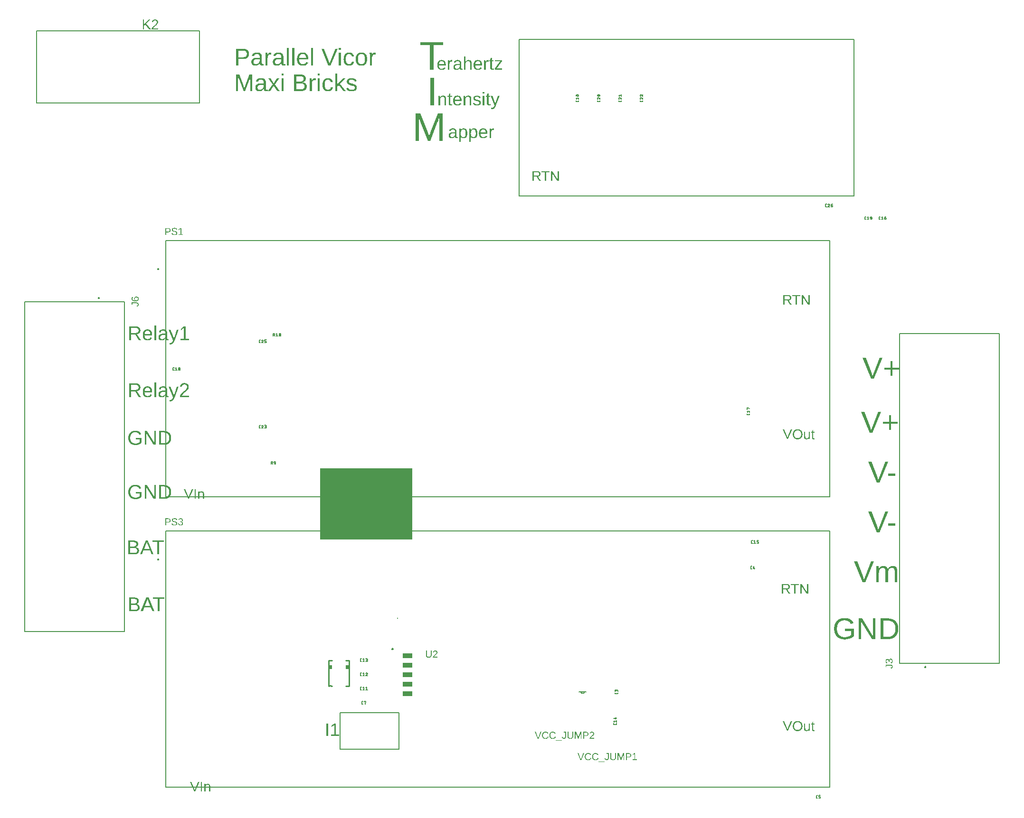
<source format=gbr>
G04 EAGLE Gerber RS-274X export*
G75*
%MOMM*%
%FSLAX34Y34*%
%LPD*%
%INSilkscreen Top*%
%IPPOS*%
%AMOC8*
5,1,8,0,0,1.08239X$1,22.5*%
G01*
G04 Define Apertures*
%ADD10R,16.510000X12.700000*%
%ADD11C,0.254000*%
%ADD12R,0.498819X0.751409*%
%ADD13R,0.501009X0.750869*%
%ADD14C,0.152400*%
%ADD15R,0.200000X0.200000*%
%ADD16R,1.672219X0.969841*%
%ADD17R,1.676209X0.965831*%
%ADD18R,1.676516X0.965591*%
%ADD19R,1.677569X0.966509*%
%ADD20R,1.682631X0.969381*%
%ADD21C,0.127000*%
%ADD22C,0.200000*%
G36*
X1130894Y347980D02*
X1128551Y347980D01*
X1128551Y365266D01*
X1136685Y365266D01*
X1137394Y365245D01*
X1138061Y365184D01*
X1138687Y365082D01*
X1139272Y364939D01*
X1139815Y364755D01*
X1140316Y364531D01*
X1140775Y364265D01*
X1141193Y363959D01*
X1141566Y363617D01*
X1141888Y363242D01*
X1142161Y362835D01*
X1142385Y362397D01*
X1142559Y361926D01*
X1142683Y361423D01*
X1142726Y361160D01*
X1142757Y360888D01*
X1142776Y360609D01*
X1142782Y360322D01*
X1142764Y359850D01*
X1142712Y359397D01*
X1142624Y358963D01*
X1142501Y358549D01*
X1142344Y358154D01*
X1142151Y357778D01*
X1141923Y357421D01*
X1141659Y357083D01*
X1141366Y356770D01*
X1141045Y356487D01*
X1140698Y356235D01*
X1140542Y356142D01*
X1140324Y356013D01*
X1139923Y355821D01*
X1139496Y355659D01*
X1139042Y355528D01*
X1138562Y355427D01*
X1140651Y352257D01*
X1143469Y347980D01*
X1140770Y347980D01*
X1136280Y355157D01*
X1130894Y355157D01*
X1130894Y347980D01*
G37*
%LPC*%
G36*
X1136550Y357009D02*
X1137000Y357023D01*
X1137424Y357063D01*
X1137821Y357131D01*
X1138192Y357226D01*
X1138537Y357347D01*
X1138856Y357496D01*
X1139148Y357671D01*
X1139414Y357874D01*
X1139652Y358101D01*
X1139857Y358350D01*
X1140031Y358620D01*
X1140173Y358912D01*
X1140284Y359226D01*
X1140363Y359561D01*
X1140411Y359918D01*
X1140427Y360297D01*
X1140411Y360663D01*
X1140362Y361007D01*
X1140282Y361328D01*
X1140170Y361627D01*
X1140026Y361903D01*
X1139850Y362157D01*
X1139642Y362388D01*
X1139402Y362597D01*
X1139132Y362783D01*
X1138834Y362944D01*
X1138507Y363080D01*
X1138152Y363191D01*
X1137769Y363277D01*
X1137358Y363339D01*
X1136919Y363376D01*
X1136452Y363389D01*
X1130894Y363389D01*
X1130894Y357009D01*
X1136550Y357009D01*
G37*
%LPD*%
G36*
X1163668Y347980D02*
X1161582Y347980D01*
X1161582Y365266D01*
X1164306Y365266D01*
X1173654Y350446D01*
X1173544Y352519D01*
X1173516Y353307D01*
X1173507Y353930D01*
X1173507Y365266D01*
X1175617Y365266D01*
X1175617Y347980D01*
X1172795Y347980D01*
X1163545Y362702D01*
X1163607Y361512D01*
X1163668Y359463D01*
X1163668Y347980D01*
G37*
G36*
X1153011Y347980D02*
X1150680Y347980D01*
X1150680Y363352D01*
X1144742Y363352D01*
X1144742Y365266D01*
X1158948Y365266D01*
X1158948Y363352D01*
X1153011Y363352D01*
X1153011Y347980D01*
G37*
G36*
X83254Y-5080D02*
X80825Y-5080D01*
X73770Y12206D01*
X76236Y12206D01*
X81021Y36D01*
X82051Y-3019D01*
X83082Y36D01*
X87842Y12206D01*
X90308Y12206D01*
X83254Y-5080D01*
G37*
G36*
X101329Y-5080D02*
X99121Y-5080D01*
X99121Y5360D01*
X99102Y7228D01*
X99079Y7824D01*
X99047Y8194D01*
X101133Y8194D01*
X101157Y7863D01*
X101188Y7243D01*
X101231Y5924D01*
X101268Y5924D01*
X101462Y6255D01*
X101663Y6561D01*
X101872Y6842D01*
X102088Y7098D01*
X102312Y7328D01*
X102543Y7533D01*
X102782Y7714D01*
X103028Y7869D01*
X103286Y8003D01*
X103558Y8119D01*
X103846Y8217D01*
X104149Y8297D01*
X104467Y8359D01*
X104801Y8404D01*
X105149Y8430D01*
X105512Y8439D01*
X106040Y8422D01*
X106531Y8372D01*
X106986Y8287D01*
X107403Y8168D01*
X107784Y8015D01*
X108129Y7829D01*
X108437Y7608D01*
X108708Y7354D01*
X108946Y7060D01*
X109151Y6722D01*
X109325Y6340D01*
X109467Y5914D01*
X109578Y5443D01*
X109657Y4928D01*
X109705Y4369D01*
X109720Y3765D01*
X109720Y-5080D01*
X107500Y-5080D01*
X107500Y3336D01*
X107484Y3955D01*
X107435Y4501D01*
X107355Y4974D01*
X107242Y5372D01*
X107094Y5709D01*
X106908Y5995D01*
X106683Y6230D01*
X106420Y6415D01*
X106271Y6490D01*
X106105Y6555D01*
X105724Y6654D01*
X105277Y6714D01*
X104764Y6734D01*
X104376Y6717D01*
X104009Y6666D01*
X103663Y6581D01*
X103338Y6461D01*
X103034Y6308D01*
X102751Y6120D01*
X102490Y5898D01*
X102249Y5642D01*
X102034Y5356D01*
X101847Y5043D01*
X101688Y4704D01*
X101559Y4339D01*
X101458Y3947D01*
X101387Y3528D01*
X101343Y3083D01*
X101329Y2612D01*
X101329Y-5080D01*
G37*
G36*
X95072Y-5080D02*
X92729Y-5080D01*
X92729Y12206D01*
X95072Y12206D01*
X95072Y-5080D01*
G37*
G36*
X72212Y516890D02*
X69783Y516890D01*
X62729Y534176D01*
X65195Y534176D01*
X69979Y522006D01*
X71010Y518951D01*
X72040Y522006D01*
X76800Y534176D01*
X79266Y534176D01*
X72212Y516890D01*
G37*
G36*
X90288Y516890D02*
X88079Y516890D01*
X88079Y527330D01*
X88061Y529198D01*
X88038Y529794D01*
X88006Y530164D01*
X90091Y530164D01*
X90116Y529833D01*
X90147Y529213D01*
X90190Y527894D01*
X90226Y527894D01*
X90420Y528225D01*
X90622Y528531D01*
X90830Y528812D01*
X91047Y529068D01*
X91271Y529298D01*
X91502Y529503D01*
X91741Y529684D01*
X91987Y529839D01*
X92244Y529973D01*
X92517Y530089D01*
X92805Y530187D01*
X93108Y530267D01*
X93426Y530329D01*
X93759Y530374D01*
X94108Y530400D01*
X94471Y530409D01*
X94999Y530392D01*
X95490Y530342D01*
X95944Y530257D01*
X96362Y530138D01*
X96743Y529985D01*
X97088Y529799D01*
X97396Y529578D01*
X97667Y529324D01*
X97904Y529030D01*
X98110Y528692D01*
X98284Y528310D01*
X98426Y527884D01*
X98537Y527413D01*
X98616Y526898D01*
X98663Y526339D01*
X98679Y525735D01*
X98679Y516890D01*
X96458Y516890D01*
X96458Y525306D01*
X96442Y525925D01*
X96394Y526471D01*
X96314Y526944D01*
X96201Y527342D01*
X96053Y527679D01*
X95867Y527965D01*
X95642Y528200D01*
X95379Y528385D01*
X95230Y528460D01*
X95064Y528525D01*
X94683Y528624D01*
X94236Y528684D01*
X93723Y528704D01*
X93335Y528687D01*
X92967Y528636D01*
X92621Y528551D01*
X92297Y528431D01*
X91993Y528278D01*
X91710Y528090D01*
X91448Y527868D01*
X91208Y527612D01*
X90992Y527326D01*
X90805Y527013D01*
X90647Y526674D01*
X90518Y526309D01*
X90417Y525917D01*
X90345Y525498D01*
X90302Y525053D01*
X90288Y524582D01*
X90288Y516890D01*
G37*
G36*
X84030Y516890D02*
X81687Y516890D01*
X81687Y534176D01*
X84030Y534176D01*
X84030Y516890D01*
G37*
G36*
X1133434Y863600D02*
X1131091Y863600D01*
X1131091Y880886D01*
X1139225Y880886D01*
X1139934Y880865D01*
X1140601Y880804D01*
X1141227Y880702D01*
X1141812Y880559D01*
X1142355Y880375D01*
X1142856Y880151D01*
X1143315Y879885D01*
X1143733Y879579D01*
X1144106Y879237D01*
X1144428Y878862D01*
X1144701Y878455D01*
X1144925Y878017D01*
X1145099Y877546D01*
X1145223Y877043D01*
X1145266Y876780D01*
X1145297Y876508D01*
X1145316Y876229D01*
X1145322Y875942D01*
X1145304Y875470D01*
X1145252Y875017D01*
X1145164Y874583D01*
X1145041Y874169D01*
X1144884Y873774D01*
X1144691Y873398D01*
X1144463Y873041D01*
X1144199Y872703D01*
X1143906Y872390D01*
X1143585Y872107D01*
X1143238Y871855D01*
X1143082Y871762D01*
X1142864Y871633D01*
X1142463Y871441D01*
X1142036Y871279D01*
X1141582Y871148D01*
X1141102Y871047D01*
X1143191Y867877D01*
X1146009Y863600D01*
X1143310Y863600D01*
X1138820Y870777D01*
X1133434Y870777D01*
X1133434Y863600D01*
G37*
%LPC*%
G36*
X1139090Y872629D02*
X1139540Y872643D01*
X1139964Y872683D01*
X1140361Y872751D01*
X1140732Y872846D01*
X1141077Y872967D01*
X1141396Y873116D01*
X1141688Y873291D01*
X1141954Y873494D01*
X1142192Y873721D01*
X1142397Y873970D01*
X1142571Y874240D01*
X1142713Y874532D01*
X1142824Y874846D01*
X1142903Y875181D01*
X1142951Y875538D01*
X1142967Y875917D01*
X1142951Y876283D01*
X1142902Y876627D01*
X1142822Y876948D01*
X1142710Y877247D01*
X1142566Y877523D01*
X1142390Y877777D01*
X1142182Y878008D01*
X1141942Y878217D01*
X1141672Y878403D01*
X1141374Y878564D01*
X1141047Y878700D01*
X1140692Y878811D01*
X1140309Y878897D01*
X1139898Y878959D01*
X1139459Y878996D01*
X1138992Y879009D01*
X1133434Y879009D01*
X1133434Y872629D01*
X1139090Y872629D01*
G37*
%LPD*%
G36*
X1166208Y863600D02*
X1164122Y863600D01*
X1164122Y880886D01*
X1166846Y880886D01*
X1176194Y866066D01*
X1176084Y868139D01*
X1176056Y868927D01*
X1176047Y869550D01*
X1176047Y880886D01*
X1178157Y880886D01*
X1178157Y863600D01*
X1175335Y863600D01*
X1166085Y878322D01*
X1166147Y877132D01*
X1166208Y875083D01*
X1166208Y863600D01*
G37*
G36*
X1155551Y863600D02*
X1153220Y863600D01*
X1153220Y878972D01*
X1147282Y878972D01*
X1147282Y880886D01*
X1161488Y880886D01*
X1161488Y878972D01*
X1155551Y878972D01*
X1155551Y863600D01*
G37*
G36*
X1156803Y102625D02*
X1156149Y102642D01*
X1155518Y102692D01*
X1154909Y102776D01*
X1154323Y102895D01*
X1153761Y103046D01*
X1153220Y103232D01*
X1152703Y103451D01*
X1152209Y103704D01*
X1151740Y103989D01*
X1151300Y104304D01*
X1150888Y104649D01*
X1150505Y105025D01*
X1150150Y105430D01*
X1149824Y105865D01*
X1149527Y106331D01*
X1149258Y106826D01*
X1149020Y107348D01*
X1148813Y107890D01*
X1148638Y108454D01*
X1148495Y109039D01*
X1148383Y109646D01*
X1148304Y110273D01*
X1148256Y110922D01*
X1148240Y111593D01*
X1148249Y112104D01*
X1148275Y112601D01*
X1148320Y113084D01*
X1148382Y113553D01*
X1148462Y114008D01*
X1148559Y114448D01*
X1148674Y114875D01*
X1148807Y115287D01*
X1148958Y115685D01*
X1149127Y116069D01*
X1149313Y116439D01*
X1149517Y116795D01*
X1149738Y117136D01*
X1149978Y117464D01*
X1150235Y117777D01*
X1150510Y118076D01*
X1150800Y118359D01*
X1151105Y118624D01*
X1151423Y118871D01*
X1151756Y119099D01*
X1152102Y119309D01*
X1152462Y119500D01*
X1152836Y119674D01*
X1153224Y119829D01*
X1153626Y119966D01*
X1154041Y120085D01*
X1154471Y120185D01*
X1154915Y120267D01*
X1155372Y120331D01*
X1155843Y120377D01*
X1156329Y120404D01*
X1156828Y120413D01*
X1157476Y120397D01*
X1158103Y120348D01*
X1158708Y120266D01*
X1159290Y120151D01*
X1159852Y120004D01*
X1160391Y119823D01*
X1160908Y119610D01*
X1161404Y119364D01*
X1161874Y119087D01*
X1162316Y118781D01*
X1162729Y118444D01*
X1163113Y118078D01*
X1163470Y117682D01*
X1163797Y117256D01*
X1164096Y116801D01*
X1164366Y116316D01*
X1164606Y115805D01*
X1164815Y115271D01*
X1164991Y114714D01*
X1165135Y114135D01*
X1165247Y113533D01*
X1165327Y112909D01*
X1165375Y112262D01*
X1165391Y111593D01*
X1165375Y110925D01*
X1165326Y110279D01*
X1165245Y109654D01*
X1165132Y109050D01*
X1164986Y108467D01*
X1164808Y107905D01*
X1164597Y107365D01*
X1164354Y106845D01*
X1164081Y106350D01*
X1163779Y105886D01*
X1163450Y105450D01*
X1163092Y105045D01*
X1162706Y104668D01*
X1162292Y104321D01*
X1161850Y104004D01*
X1161379Y103716D01*
X1160884Y103461D01*
X1160366Y103239D01*
X1159827Y103051D01*
X1159266Y102898D01*
X1158683Y102778D01*
X1158078Y102693D01*
X1157452Y102642D01*
X1156803Y102625D01*
G37*
%LPC*%
G36*
X1156803Y104526D02*
X1157172Y104533D01*
X1157530Y104555D01*
X1157877Y104591D01*
X1158213Y104642D01*
X1158538Y104706D01*
X1158852Y104786D01*
X1159156Y104880D01*
X1159448Y104988D01*
X1159730Y105110D01*
X1160001Y105247D01*
X1160261Y105399D01*
X1160510Y105565D01*
X1160748Y105745D01*
X1160976Y105940D01*
X1161192Y106149D01*
X1161398Y106373D01*
X1161591Y106609D01*
X1161773Y106858D01*
X1161942Y107119D01*
X1162098Y107391D01*
X1162242Y107676D01*
X1162373Y107972D01*
X1162492Y108280D01*
X1162598Y108601D01*
X1162692Y108933D01*
X1162773Y109277D01*
X1162842Y109633D01*
X1162898Y110001D01*
X1162942Y110381D01*
X1162973Y110773D01*
X1162992Y111177D01*
X1162998Y111593D01*
X1162992Y111990D01*
X1162973Y112378D01*
X1162942Y112754D01*
X1162898Y113119D01*
X1162841Y113474D01*
X1162772Y113818D01*
X1162690Y114150D01*
X1162595Y114473D01*
X1162488Y114784D01*
X1162368Y115084D01*
X1162236Y115374D01*
X1162091Y115653D01*
X1161933Y115920D01*
X1161763Y116178D01*
X1161581Y116424D01*
X1161385Y116659D01*
X1161178Y116882D01*
X1160961Y117091D01*
X1160733Y117285D01*
X1160495Y117464D01*
X1160247Y117630D01*
X1159988Y117781D01*
X1159719Y117917D01*
X1159439Y118039D01*
X1159149Y118147D01*
X1158849Y118241D01*
X1158538Y118320D01*
X1158217Y118385D01*
X1157885Y118435D01*
X1157543Y118471D01*
X1157190Y118492D01*
X1156828Y118500D01*
X1156462Y118492D01*
X1156107Y118471D01*
X1155762Y118436D01*
X1155428Y118386D01*
X1155104Y118322D01*
X1154791Y118244D01*
X1154488Y118152D01*
X1154196Y118046D01*
X1153915Y117925D01*
X1153644Y117790D01*
X1153383Y117641D01*
X1153133Y117478D01*
X1152894Y117301D01*
X1152665Y117109D01*
X1152447Y116904D01*
X1152239Y116684D01*
X1152043Y116451D01*
X1151860Y116207D01*
X1151689Y115952D01*
X1151531Y115685D01*
X1151385Y115406D01*
X1151253Y115117D01*
X1151132Y114816D01*
X1151025Y114503D01*
X1150930Y114179D01*
X1150848Y113844D01*
X1150778Y113497D01*
X1150721Y113139D01*
X1150677Y112770D01*
X1150645Y112389D01*
X1150626Y111996D01*
X1150620Y111593D01*
X1150626Y111191D01*
X1150646Y110801D01*
X1150678Y110421D01*
X1150722Y110051D01*
X1150780Y109692D01*
X1150850Y109343D01*
X1150933Y109005D01*
X1151029Y108677D01*
X1151138Y108360D01*
X1151260Y108054D01*
X1151394Y107757D01*
X1151541Y107472D01*
X1151701Y107196D01*
X1151874Y106932D01*
X1152059Y106678D01*
X1152258Y106434D01*
X1152467Y106203D01*
X1152687Y105987D01*
X1152917Y105786D01*
X1153156Y105599D01*
X1153405Y105428D01*
X1153665Y105271D01*
X1153934Y105130D01*
X1154213Y105003D01*
X1154502Y104891D01*
X1154801Y104794D01*
X1155110Y104712D01*
X1155429Y104645D01*
X1155757Y104593D01*
X1156096Y104556D01*
X1156445Y104534D01*
X1156803Y104526D01*
G37*
%LPD*%
G36*
X1139894Y102870D02*
X1137465Y102870D01*
X1130410Y120156D01*
X1132876Y120156D01*
X1137661Y107986D01*
X1138691Y104931D01*
X1139722Y107986D01*
X1144482Y120156D01*
X1146948Y120156D01*
X1139894Y102870D01*
G37*
G36*
X1172421Y102625D02*
X1171893Y102642D01*
X1171402Y102693D01*
X1170948Y102777D01*
X1170530Y102896D01*
X1170149Y103049D01*
X1169804Y103235D01*
X1169496Y103456D01*
X1169225Y103710D01*
X1168988Y104004D01*
X1168782Y104342D01*
X1168608Y104724D01*
X1168466Y105150D01*
X1168355Y105621D01*
X1168276Y106136D01*
X1168229Y106695D01*
X1168213Y107299D01*
X1168213Y116144D01*
X1170433Y116144D01*
X1170433Y107728D01*
X1170450Y107109D01*
X1170498Y106563D01*
X1170578Y106090D01*
X1170691Y105692D01*
X1170839Y105355D01*
X1171025Y105069D01*
X1171250Y104834D01*
X1171513Y104649D01*
X1171662Y104574D01*
X1171828Y104509D01*
X1172209Y104410D01*
X1172656Y104350D01*
X1173169Y104330D01*
X1173557Y104347D01*
X1173924Y104398D01*
X1174270Y104483D01*
X1174595Y104603D01*
X1174899Y104756D01*
X1175182Y104944D01*
X1175444Y105166D01*
X1175684Y105422D01*
X1175900Y105708D01*
X1176087Y106021D01*
X1176245Y106360D01*
X1176374Y106725D01*
X1176475Y107117D01*
X1176547Y107536D01*
X1176590Y107981D01*
X1176604Y108452D01*
X1176604Y116144D01*
X1178813Y116144D01*
X1178813Y105704D01*
X1178831Y103836D01*
X1178854Y103240D01*
X1178886Y102870D01*
X1176801Y102870D01*
X1176776Y103201D01*
X1176745Y103821D01*
X1176702Y105140D01*
X1176666Y105140D01*
X1176472Y104809D01*
X1176270Y104503D01*
X1176061Y104222D01*
X1175845Y103966D01*
X1175621Y103736D01*
X1175390Y103531D01*
X1175151Y103350D01*
X1174905Y103195D01*
X1174648Y103061D01*
X1174375Y102946D01*
X1174087Y102848D01*
X1173784Y102767D01*
X1173466Y102705D01*
X1173133Y102660D01*
X1172784Y102634D01*
X1172421Y102625D01*
G37*
G36*
X1185114Y102674D02*
X1184793Y102685D01*
X1184493Y102721D01*
X1184213Y102779D01*
X1183954Y102862D01*
X1183716Y102967D01*
X1183499Y103096D01*
X1183302Y103249D01*
X1183126Y103425D01*
X1182971Y103625D01*
X1182836Y103848D01*
X1182723Y104094D01*
X1182629Y104364D01*
X1182557Y104658D01*
X1182505Y104975D01*
X1182474Y105315D01*
X1182464Y105679D01*
X1182464Y114537D01*
X1180930Y114537D01*
X1180930Y116144D01*
X1182550Y116144D01*
X1183200Y119113D01*
X1184672Y119113D01*
X1184672Y116144D01*
X1187126Y116144D01*
X1187126Y114537D01*
X1184672Y114537D01*
X1184672Y106158D01*
X1184692Y105715D01*
X1184750Y105344D01*
X1184794Y105185D01*
X1184848Y105043D01*
X1184912Y104920D01*
X1184985Y104814D01*
X1185070Y104724D01*
X1185170Y104645D01*
X1185284Y104579D01*
X1185413Y104525D01*
X1185556Y104482D01*
X1185713Y104452D01*
X1185885Y104434D01*
X1186071Y104428D01*
X1186316Y104439D01*
X1186610Y104471D01*
X1187347Y104600D01*
X1187347Y102968D01*
X1186798Y102839D01*
X1186242Y102747D01*
X1185681Y102692D01*
X1185114Y102674D01*
G37*
G36*
X686394Y1084580D02*
X684051Y1084580D01*
X684051Y1101866D01*
X692185Y1101866D01*
X692894Y1101845D01*
X693561Y1101784D01*
X694187Y1101682D01*
X694772Y1101539D01*
X695315Y1101355D01*
X695816Y1101131D01*
X696275Y1100865D01*
X696693Y1100559D01*
X697066Y1100217D01*
X697388Y1099842D01*
X697661Y1099435D01*
X697885Y1098997D01*
X698059Y1098526D01*
X698183Y1098023D01*
X698226Y1097760D01*
X698257Y1097488D01*
X698276Y1097209D01*
X698282Y1096922D01*
X698264Y1096450D01*
X698212Y1095997D01*
X698124Y1095563D01*
X698001Y1095149D01*
X697844Y1094754D01*
X697651Y1094378D01*
X697423Y1094021D01*
X697159Y1093683D01*
X696866Y1093370D01*
X696545Y1093087D01*
X696198Y1092835D01*
X696042Y1092742D01*
X695824Y1092613D01*
X695423Y1092421D01*
X694996Y1092259D01*
X694542Y1092128D01*
X694062Y1092027D01*
X696151Y1088857D01*
X698969Y1084580D01*
X696270Y1084580D01*
X691780Y1091757D01*
X686394Y1091757D01*
X686394Y1084580D01*
G37*
%LPC*%
G36*
X692050Y1093609D02*
X692500Y1093623D01*
X692924Y1093663D01*
X693321Y1093731D01*
X693692Y1093826D01*
X694037Y1093947D01*
X694356Y1094096D01*
X694648Y1094271D01*
X694914Y1094474D01*
X695152Y1094701D01*
X695357Y1094950D01*
X695531Y1095220D01*
X695673Y1095512D01*
X695784Y1095826D01*
X695863Y1096161D01*
X695911Y1096518D01*
X695927Y1096897D01*
X695911Y1097263D01*
X695862Y1097607D01*
X695782Y1097928D01*
X695670Y1098227D01*
X695526Y1098503D01*
X695350Y1098757D01*
X695142Y1098988D01*
X694902Y1099197D01*
X694632Y1099383D01*
X694334Y1099544D01*
X694007Y1099680D01*
X693652Y1099791D01*
X693269Y1099877D01*
X692858Y1099939D01*
X692419Y1099976D01*
X691952Y1099989D01*
X686394Y1099989D01*
X686394Y1093609D01*
X692050Y1093609D01*
G37*
%LPD*%
G36*
X719168Y1084580D02*
X717082Y1084580D01*
X717082Y1101866D01*
X719806Y1101866D01*
X729154Y1087046D01*
X729044Y1089119D01*
X729016Y1089907D01*
X729007Y1090530D01*
X729007Y1101866D01*
X731117Y1101866D01*
X731117Y1084580D01*
X728295Y1084580D01*
X719045Y1099302D01*
X719107Y1098112D01*
X719168Y1096063D01*
X719168Y1084580D01*
G37*
G36*
X708511Y1084580D02*
X706180Y1084580D01*
X706180Y1099952D01*
X700242Y1099952D01*
X700242Y1101866D01*
X714448Y1101866D01*
X714448Y1099952D01*
X708511Y1099952D01*
X708511Y1084580D01*
G37*
G36*
X270908Y1244600D02*
X258873Y1244600D01*
X258873Y1274248D01*
X269646Y1274248D01*
X270288Y1274241D01*
X270910Y1274220D01*
X271511Y1274185D01*
X272092Y1274136D01*
X272653Y1274072D01*
X273193Y1273995D01*
X273713Y1273904D01*
X274212Y1273798D01*
X274691Y1273679D01*
X275150Y1273545D01*
X275588Y1273398D01*
X276006Y1273236D01*
X276403Y1273060D01*
X276780Y1272871D01*
X277137Y1272667D01*
X277474Y1272449D01*
X277790Y1272217D01*
X278085Y1271971D01*
X278360Y1271711D01*
X278615Y1271437D01*
X278849Y1271149D01*
X279064Y1270847D01*
X279257Y1270530D01*
X279430Y1270200D01*
X279583Y1269856D01*
X279716Y1269497D01*
X279828Y1269125D01*
X279920Y1268738D01*
X279991Y1268338D01*
X280042Y1267923D01*
X280073Y1267494D01*
X280083Y1267052D01*
X280060Y1266407D01*
X279991Y1265789D01*
X279876Y1265197D01*
X279715Y1264632D01*
X279507Y1264093D01*
X279254Y1263580D01*
X278955Y1263093D01*
X278610Y1262633D01*
X278223Y1262204D01*
X277984Y1261984D01*
X277797Y1261812D01*
X277333Y1261457D01*
X276832Y1261139D01*
X276292Y1260857D01*
X275714Y1260613D01*
X275098Y1260405D01*
X274444Y1260234D01*
X274879Y1260176D01*
X275302Y1260105D01*
X275712Y1260023D01*
X276110Y1259928D01*
X276495Y1259822D01*
X276867Y1259704D01*
X277227Y1259574D01*
X277573Y1259432D01*
X277908Y1259278D01*
X278229Y1259112D01*
X278538Y1258934D01*
X278835Y1258745D01*
X279118Y1258543D01*
X279389Y1258330D01*
X279615Y1258133D01*
X279648Y1258104D01*
X279893Y1257867D01*
X280342Y1257364D01*
X280544Y1257101D01*
X280731Y1256830D01*
X280903Y1256551D01*
X281060Y1256264D01*
X281202Y1255968D01*
X281329Y1255665D01*
X281442Y1255354D01*
X281539Y1255035D01*
X281621Y1254708D01*
X281688Y1254373D01*
X281741Y1254030D01*
X281778Y1253679D01*
X281801Y1253320D01*
X281808Y1252954D01*
X281797Y1252466D01*
X281763Y1251992D01*
X281707Y1251532D01*
X281628Y1251085D01*
X281527Y1250653D01*
X281403Y1250234D01*
X281256Y1249829D01*
X281087Y1249437D01*
X280896Y1249059D01*
X280682Y1248695D01*
X280446Y1248345D01*
X280187Y1248008D01*
X279905Y1247685D01*
X279601Y1247376D01*
X279275Y1247081D01*
X278925Y1246799D01*
X278556Y1246533D01*
X278170Y1246284D01*
X277765Y1246052D01*
X277343Y1245837D01*
X276904Y1245639D01*
X276447Y1245459D01*
X275972Y1245296D01*
X275480Y1245150D01*
X274970Y1245021D01*
X274443Y1244909D01*
X273897Y1244815D01*
X273335Y1244737D01*
X272755Y1244677D01*
X272157Y1244634D01*
X271541Y1244609D01*
X270908Y1244600D01*
G37*
%LPC*%
G36*
X270698Y1247819D02*
X271587Y1247841D01*
X272414Y1247905D01*
X273179Y1248012D01*
X273881Y1248161D01*
X274208Y1248252D01*
X274520Y1248354D01*
X274816Y1248466D01*
X275097Y1248589D01*
X275362Y1248722D01*
X275612Y1248867D01*
X275846Y1249022D01*
X276064Y1249187D01*
X276268Y1249363D01*
X276458Y1249550D01*
X276636Y1249747D01*
X276800Y1249955D01*
X276951Y1250173D01*
X277090Y1250402D01*
X277214Y1250642D01*
X277326Y1250892D01*
X277425Y1251152D01*
X277510Y1251423D01*
X277583Y1251704D01*
X277642Y1251996D01*
X277688Y1252299D01*
X277721Y1252612D01*
X277741Y1252935D01*
X277747Y1253269D01*
X277740Y1253592D01*
X277718Y1253904D01*
X277682Y1254206D01*
X277632Y1254497D01*
X277567Y1254779D01*
X277488Y1255050D01*
X277395Y1255311D01*
X277287Y1255561D01*
X277165Y1255802D01*
X277028Y1256032D01*
X276877Y1256252D01*
X276711Y1256462D01*
X276532Y1256662D01*
X276337Y1256851D01*
X276129Y1257030D01*
X275906Y1257199D01*
X275669Y1257357D01*
X275417Y1257506D01*
X274870Y1257772D01*
X274266Y1257997D01*
X273604Y1258181D01*
X272885Y1258324D01*
X272109Y1258427D01*
X271274Y1258488D01*
X270382Y1258509D01*
X262892Y1258509D01*
X262892Y1247819D01*
X270698Y1247819D01*
G37*
G36*
X269646Y1261644D02*
X270425Y1261663D01*
X271154Y1261720D01*
X271831Y1261814D01*
X272458Y1261946D01*
X273033Y1262117D01*
X273558Y1262324D01*
X274031Y1262570D01*
X274454Y1262854D01*
X274826Y1263177D01*
X275149Y1263540D01*
X275422Y1263943D01*
X275646Y1264387D01*
X275739Y1264624D01*
X275819Y1264872D01*
X275888Y1265129D01*
X275943Y1265397D01*
X275987Y1265674D01*
X276018Y1265962D01*
X276036Y1266260D01*
X276043Y1266568D01*
X276036Y1266862D01*
X276017Y1267146D01*
X275985Y1267419D01*
X275940Y1267682D01*
X275882Y1267933D01*
X275812Y1268174D01*
X275729Y1268405D01*
X275632Y1268625D01*
X275523Y1268834D01*
X275402Y1269032D01*
X275267Y1269220D01*
X275119Y1269397D01*
X274959Y1269563D01*
X274786Y1269718D01*
X274401Y1269998D01*
X273968Y1270239D01*
X273489Y1270449D01*
X272963Y1270626D01*
X272392Y1270771D01*
X271774Y1270884D01*
X271111Y1270964D01*
X270402Y1271012D01*
X269646Y1271029D01*
X262892Y1271029D01*
X262892Y1261644D01*
X269646Y1261644D01*
G37*
%LPD*%
G36*
X159954Y1290320D02*
X155935Y1290320D01*
X155935Y1319968D01*
X168413Y1319968D01*
X169027Y1319959D01*
X169624Y1319932D01*
X170204Y1319886D01*
X170766Y1319822D01*
X171310Y1319740D01*
X171836Y1319640D01*
X172345Y1319521D01*
X172837Y1319384D01*
X173311Y1319229D01*
X173767Y1319056D01*
X174206Y1318864D01*
X174627Y1318654D01*
X175030Y1318426D01*
X175416Y1318180D01*
X175785Y1317915D01*
X176135Y1317632D01*
X176466Y1317333D01*
X176776Y1317019D01*
X177065Y1316689D01*
X177332Y1316345D01*
X177578Y1315986D01*
X177802Y1315611D01*
X178005Y1315222D01*
X178187Y1314818D01*
X178347Y1314399D01*
X178486Y1313965D01*
X178604Y1313516D01*
X178700Y1313052D01*
X178775Y1312573D01*
X178828Y1312079D01*
X178860Y1311570D01*
X178871Y1311046D01*
X178860Y1310527D01*
X178828Y1310021D01*
X178774Y1309529D01*
X178699Y1309050D01*
X178603Y1308585D01*
X178485Y1308133D01*
X178345Y1307694D01*
X178184Y1307269D01*
X178002Y1306858D01*
X177798Y1306460D01*
X177573Y1306075D01*
X177326Y1305704D01*
X177058Y1305347D01*
X176768Y1305003D01*
X176457Y1304672D01*
X176125Y1304355D01*
X175774Y1304054D01*
X175407Y1303773D01*
X175026Y1303511D01*
X174629Y1303269D01*
X174216Y1303046D01*
X173789Y1302842D01*
X173345Y1302658D01*
X172887Y1302493D01*
X172413Y1302347D01*
X171924Y1302221D01*
X171419Y1302114D01*
X170899Y1302027D01*
X170364Y1301959D01*
X169813Y1301911D01*
X169247Y1301882D01*
X168665Y1301872D01*
X159954Y1301872D01*
X159954Y1290320D01*
G37*
%LPC*%
G36*
X168097Y1305049D02*
X168913Y1305073D01*
X169301Y1305102D01*
X169675Y1305142D01*
X170037Y1305195D01*
X170386Y1305259D01*
X170721Y1305334D01*
X171043Y1305421D01*
X171352Y1305520D01*
X171648Y1305631D01*
X171931Y1305753D01*
X172200Y1305887D01*
X172457Y1306032D01*
X172700Y1306189D01*
X172930Y1306358D01*
X173147Y1306538D01*
X173351Y1306730D01*
X173542Y1306933D01*
X173719Y1307149D01*
X173884Y1307375D01*
X174035Y1307614D01*
X174173Y1307864D01*
X174298Y1308126D01*
X174410Y1308399D01*
X174508Y1308684D01*
X174594Y1308980D01*
X174666Y1309289D01*
X174725Y1309608D01*
X174771Y1309940D01*
X174804Y1310283D01*
X174824Y1310638D01*
X174831Y1311004D01*
X174824Y1311358D01*
X174804Y1311700D01*
X174770Y1312031D01*
X174723Y1312351D01*
X174662Y1312659D01*
X174588Y1312956D01*
X174500Y1313242D01*
X174399Y1313517D01*
X174285Y1313781D01*
X174157Y1314033D01*
X174015Y1314275D01*
X173860Y1314505D01*
X173692Y1314723D01*
X173510Y1314931D01*
X173314Y1315127D01*
X173105Y1315312D01*
X172883Y1315486D01*
X172647Y1315649D01*
X172398Y1315801D01*
X172135Y1315941D01*
X171858Y1316070D01*
X171568Y1316188D01*
X171265Y1316294D01*
X170948Y1316390D01*
X170274Y1316547D01*
X169546Y1316659D01*
X168765Y1316726D01*
X167929Y1316749D01*
X159954Y1316749D01*
X159954Y1305049D01*
X168097Y1305049D01*
G37*
%LPD*%
G36*
X379039Y1289899D02*
X378425Y1289911D01*
X377830Y1289947D01*
X377254Y1290006D01*
X376698Y1290089D01*
X376160Y1290196D01*
X375642Y1290327D01*
X375142Y1290481D01*
X374662Y1290659D01*
X374201Y1290861D01*
X373758Y1291087D01*
X373335Y1291336D01*
X372931Y1291609D01*
X372546Y1291906D01*
X372180Y1292227D01*
X371833Y1292572D01*
X371506Y1292940D01*
X371197Y1293330D01*
X370909Y1293742D01*
X370640Y1294175D01*
X370392Y1294629D01*
X370163Y1295104D01*
X369954Y1295600D01*
X369765Y1296118D01*
X369596Y1296656D01*
X369447Y1297216D01*
X369318Y1297797D01*
X369208Y1298398D01*
X369119Y1299021D01*
X369049Y1299666D01*
X368999Y1300331D01*
X368970Y1301017D01*
X368960Y1301725D01*
X368970Y1302450D01*
X368999Y1303152D01*
X369049Y1303831D01*
X369119Y1304486D01*
X369209Y1305119D01*
X369318Y1305729D01*
X369448Y1306316D01*
X369597Y1306880D01*
X369767Y1307421D01*
X369956Y1307939D01*
X370166Y1308433D01*
X370395Y1308905D01*
X370644Y1309354D01*
X370913Y1309780D01*
X371202Y1310183D01*
X371511Y1310562D01*
X371840Y1310919D01*
X372189Y1311253D01*
X372557Y1311563D01*
X372946Y1311851D01*
X373355Y1312116D01*
X373783Y1312357D01*
X374232Y1312576D01*
X374700Y1312772D01*
X375188Y1312944D01*
X375697Y1313094D01*
X376225Y1313220D01*
X376773Y1313324D01*
X377341Y1313405D01*
X377929Y1313462D01*
X378537Y1313497D01*
X379165Y1313508D01*
X379806Y1313497D01*
X380426Y1313463D01*
X381025Y1313407D01*
X381602Y1313329D01*
X382157Y1313228D01*
X382691Y1313104D01*
X383203Y1312958D01*
X383694Y1312790D01*
X384163Y1312599D01*
X384611Y1312386D01*
X385037Y1312151D01*
X385442Y1311893D01*
X385825Y1311612D01*
X386187Y1311309D01*
X386527Y1310984D01*
X386845Y1310636D01*
X387143Y1310265D01*
X387422Y1309868D01*
X387682Y1309448D01*
X387922Y1309002D01*
X388143Y1308532D01*
X388345Y1308036D01*
X388528Y1307517D01*
X388692Y1306972D01*
X388836Y1306403D01*
X388961Y1305809D01*
X389067Y1305190D01*
X389153Y1304546D01*
X389221Y1303878D01*
X389269Y1303185D01*
X389297Y1302467D01*
X389307Y1301725D01*
X389297Y1300990D01*
X389266Y1300278D01*
X389215Y1299591D01*
X389143Y1298927D01*
X389050Y1298288D01*
X388937Y1297672D01*
X388804Y1297080D01*
X388650Y1296512D01*
X388475Y1295967D01*
X388280Y1295447D01*
X388064Y1294950D01*
X387828Y1294477D01*
X387571Y1294028D01*
X387293Y1293603D01*
X386995Y1293202D01*
X386677Y1292824D01*
X386339Y1292470D01*
X385982Y1292138D01*
X385607Y1291830D01*
X385213Y1291544D01*
X384801Y1291282D01*
X384370Y1291042D01*
X383920Y1290825D01*
X383452Y1290630D01*
X382966Y1290459D01*
X382460Y1290310D01*
X381936Y1290185D01*
X381394Y1290082D01*
X380833Y1290002D01*
X380253Y1289945D01*
X379655Y1289911D01*
X379039Y1289899D01*
G37*
%LPC*%
G36*
X378997Y1292698D02*
X379415Y1292706D01*
X379818Y1292732D01*
X380206Y1292775D01*
X380579Y1292835D01*
X380937Y1292911D01*
X381279Y1293005D01*
X381607Y1293117D01*
X381919Y1293245D01*
X382216Y1293390D01*
X382497Y1293553D01*
X382764Y1293732D01*
X383015Y1293929D01*
X383251Y1294142D01*
X383472Y1294373D01*
X383677Y1294621D01*
X383868Y1294886D01*
X384045Y1295169D01*
X384211Y1295472D01*
X384365Y1295793D01*
X384508Y1296134D01*
X384639Y1296494D01*
X384759Y1296874D01*
X384867Y1297272D01*
X384965Y1297690D01*
X385050Y1298127D01*
X385125Y1298583D01*
X385187Y1299059D01*
X385239Y1299553D01*
X385279Y1300067D01*
X385307Y1300601D01*
X385330Y1301725D01*
X385308Y1302863D01*
X385243Y1303920D01*
X385194Y1304419D01*
X385133Y1304897D01*
X385062Y1305356D01*
X384980Y1305794D01*
X384887Y1306212D01*
X384784Y1306610D01*
X384669Y1306987D01*
X384543Y1307345D01*
X384406Y1307682D01*
X384259Y1308000D01*
X384100Y1308297D01*
X383931Y1308574D01*
X383749Y1308832D01*
X383551Y1309074D01*
X383339Y1309300D01*
X383112Y1309508D01*
X382870Y1309700D01*
X382614Y1309875D01*
X382342Y1310034D01*
X382056Y1310176D01*
X381754Y1310301D01*
X381438Y1310409D01*
X381107Y1310501D01*
X380761Y1310576D01*
X380400Y1310634D01*
X380024Y1310676D01*
X379634Y1310701D01*
X379228Y1310710D01*
X378820Y1310701D01*
X378426Y1310676D01*
X378046Y1310633D01*
X377681Y1310573D01*
X377330Y1310497D01*
X376993Y1310403D01*
X376671Y1310293D01*
X376364Y1310165D01*
X376070Y1310020D01*
X375791Y1309859D01*
X375527Y1309680D01*
X375277Y1309485D01*
X375041Y1309272D01*
X374820Y1309042D01*
X374613Y1308795D01*
X374420Y1308532D01*
X374240Y1308250D01*
X374072Y1307949D01*
X373916Y1307629D01*
X373771Y1307290D01*
X373638Y1306931D01*
X373516Y1306554D01*
X373406Y1306157D01*
X373307Y1305741D01*
X373220Y1305306D01*
X373145Y1304852D01*
X373081Y1304379D01*
X373029Y1303886D01*
X372989Y1303374D01*
X372960Y1302844D01*
X372942Y1302294D01*
X372937Y1301725D01*
X372959Y1300634D01*
X372988Y1300115D01*
X373028Y1299613D01*
X373079Y1299129D01*
X373142Y1298663D01*
X373216Y1298214D01*
X373302Y1297782D01*
X373399Y1297368D01*
X373508Y1296971D01*
X373628Y1296592D01*
X373759Y1296231D01*
X373902Y1295887D01*
X374056Y1295560D01*
X374222Y1295251D01*
X374399Y1294960D01*
X374588Y1294686D01*
X374791Y1294430D01*
X375006Y1294191D01*
X375235Y1293970D01*
X375476Y1293767D01*
X375731Y1293581D01*
X375999Y1293413D01*
X376280Y1293263D01*
X376573Y1293131D01*
X376880Y1293016D01*
X377200Y1292919D01*
X377534Y1292839D01*
X377880Y1292777D01*
X378239Y1292733D01*
X378611Y1292707D01*
X378997Y1292698D01*
G37*
%LPD*%
G36*
X159512Y1244600D02*
X155935Y1244600D01*
X155935Y1274248D01*
X161217Y1274248D01*
X169107Y1253690D01*
X169520Y1252404D01*
X169917Y1251028D01*
X170241Y1249805D01*
X170433Y1248977D01*
X170540Y1249452D01*
X170693Y1250037D01*
X171138Y1251533D01*
X171588Y1252930D01*
X171864Y1253690D01*
X179607Y1274248D01*
X184762Y1274248D01*
X184762Y1244600D01*
X181143Y1244600D01*
X181143Y1264379D01*
X181155Y1266005D01*
X181191Y1267599D01*
X181250Y1269161D01*
X181333Y1270692D01*
X180830Y1268911D01*
X180354Y1267336D01*
X179904Y1265965D01*
X179481Y1264800D01*
X171822Y1244600D01*
X169002Y1244600D01*
X161238Y1264800D01*
X160059Y1268377D01*
X159365Y1270692D01*
X159428Y1268356D01*
X159512Y1264379D01*
X159512Y1244600D01*
G37*
G36*
X189830Y1289899D02*
X189408Y1289906D01*
X188999Y1289927D01*
X188604Y1289963D01*
X188222Y1290012D01*
X187853Y1290076D01*
X187497Y1290154D01*
X187155Y1290246D01*
X186826Y1290352D01*
X186511Y1290472D01*
X186209Y1290606D01*
X185920Y1290754D01*
X185644Y1290917D01*
X185382Y1291094D01*
X185133Y1291285D01*
X184897Y1291490D01*
X184675Y1291709D01*
X184466Y1291940D01*
X184270Y1292182D01*
X184088Y1292435D01*
X183920Y1292698D01*
X183765Y1292971D01*
X183623Y1293255D01*
X183495Y1293550D01*
X183381Y1293855D01*
X183280Y1294171D01*
X183192Y1294497D01*
X183118Y1294833D01*
X183057Y1295181D01*
X183010Y1295538D01*
X182976Y1295907D01*
X182956Y1296285D01*
X182949Y1296675D01*
X182958Y1297110D01*
X182986Y1297533D01*
X183031Y1297943D01*
X183095Y1298340D01*
X183176Y1298724D01*
X183276Y1299095D01*
X183394Y1299454D01*
X183531Y1299799D01*
X183685Y1300132D01*
X183858Y1300452D01*
X184048Y1300760D01*
X184257Y1301054D01*
X184484Y1301336D01*
X184730Y1301604D01*
X184993Y1301860D01*
X185275Y1302103D01*
X185576Y1302333D01*
X185900Y1302549D01*
X186247Y1302751D01*
X186615Y1302940D01*
X187006Y1303114D01*
X187419Y1303275D01*
X187855Y1303422D01*
X188312Y1303555D01*
X188792Y1303675D01*
X189295Y1303780D01*
X189819Y1303872D01*
X190366Y1303950D01*
X190935Y1304014D01*
X191526Y1304064D01*
X192140Y1304101D01*
X192776Y1304123D01*
X197889Y1304208D01*
X197889Y1305449D01*
X197871Y1306119D01*
X197815Y1306739D01*
X197723Y1307310D01*
X197595Y1307832D01*
X197429Y1308305D01*
X197226Y1308728D01*
X196987Y1309102D01*
X196711Y1309426D01*
X196395Y1309707D01*
X196037Y1309951D01*
X195638Y1310157D01*
X195196Y1310326D01*
X194712Y1310457D01*
X194186Y1310550D01*
X193618Y1310607D01*
X193007Y1310625D01*
X192393Y1310612D01*
X191821Y1310571D01*
X191293Y1310504D01*
X190809Y1310410D01*
X190367Y1310288D01*
X189969Y1310140D01*
X189615Y1309965D01*
X189304Y1309763D01*
X189029Y1309531D01*
X188783Y1309267D01*
X188566Y1308971D01*
X188378Y1308642D01*
X188219Y1308282D01*
X188089Y1307889D01*
X187988Y1307464D01*
X187915Y1307006D01*
X183959Y1307364D01*
X184027Y1307742D01*
X184109Y1308108D01*
X184204Y1308462D01*
X184314Y1308804D01*
X184438Y1309134D01*
X184575Y1309452D01*
X184727Y1309758D01*
X184893Y1310052D01*
X185073Y1310334D01*
X185267Y1310604D01*
X185475Y1310862D01*
X185697Y1311108D01*
X185934Y1311342D01*
X186184Y1311564D01*
X186448Y1311774D01*
X186726Y1311972D01*
X187019Y1312158D01*
X187325Y1312332D01*
X187646Y1312494D01*
X187980Y1312644D01*
X188329Y1312782D01*
X188692Y1312908D01*
X189068Y1313022D01*
X189459Y1313124D01*
X189864Y1313214D01*
X190283Y1313292D01*
X190716Y1313358D01*
X191163Y1313412D01*
X191624Y1313454D01*
X192099Y1313484D01*
X192588Y1313502D01*
X193092Y1313508D01*
X193620Y1313500D01*
X194132Y1313477D01*
X194627Y1313439D01*
X195105Y1313385D01*
X195567Y1313316D01*
X196012Y1313231D01*
X196441Y1313132D01*
X196853Y1313016D01*
X197248Y1312886D01*
X197627Y1312740D01*
X197989Y1312578D01*
X198335Y1312401D01*
X198664Y1312209D01*
X198976Y1312002D01*
X199272Y1311779D01*
X199551Y1311541D01*
X199814Y1311288D01*
X200059Y1311021D01*
X200288Y1310741D01*
X200500Y1310447D01*
X200694Y1310140D01*
X200872Y1309818D01*
X201033Y1309483D01*
X201177Y1309134D01*
X201304Y1308771D01*
X201414Y1308395D01*
X201507Y1308005D01*
X201583Y1307601D01*
X201643Y1307184D01*
X201685Y1306753D01*
X201710Y1306308D01*
X201719Y1305849D01*
X201719Y1296043D01*
X201726Y1295636D01*
X201746Y1295254D01*
X201781Y1294898D01*
X201829Y1294568D01*
X201891Y1294264D01*
X201967Y1293986D01*
X202057Y1293734D01*
X202161Y1293508D01*
X202284Y1293308D01*
X202432Y1293135D01*
X202604Y1292989D01*
X202802Y1292869D01*
X203025Y1292775D01*
X203273Y1292709D01*
X203546Y1292669D01*
X203844Y1292656D01*
X204127Y1292665D01*
X204428Y1292692D01*
X204747Y1292738D01*
X205085Y1292803D01*
X205085Y1290446D01*
X204366Y1290299D01*
X203639Y1290194D01*
X202904Y1290131D01*
X202161Y1290110D01*
X201652Y1290127D01*
X201180Y1290179D01*
X200744Y1290265D01*
X200343Y1290386D01*
X199978Y1290541D01*
X199649Y1290731D01*
X199356Y1290955D01*
X199099Y1291214D01*
X198873Y1291510D01*
X198672Y1291845D01*
X198498Y1292219D01*
X198349Y1292632D01*
X198227Y1293084D01*
X198130Y1293576D01*
X198060Y1294106D01*
X198015Y1294676D01*
X197889Y1294676D01*
X197519Y1294047D01*
X197134Y1293466D01*
X196734Y1292933D01*
X196319Y1292448D01*
X195889Y1292010D01*
X195445Y1291620D01*
X194986Y1291278D01*
X194512Y1290983D01*
X194018Y1290729D01*
X193497Y1290509D01*
X192951Y1290322D01*
X192379Y1290170D01*
X191781Y1290052D01*
X191156Y1289967D01*
X190506Y1289916D01*
X189830Y1289899D01*
G37*
%LPC*%
G36*
X190693Y1292740D02*
X191206Y1292755D01*
X191705Y1292799D01*
X192190Y1292873D01*
X192660Y1292977D01*
X193116Y1293110D01*
X193557Y1293272D01*
X193984Y1293465D01*
X194396Y1293687D01*
X194791Y1293934D01*
X195164Y1294204D01*
X195515Y1294496D01*
X195845Y1294810D01*
X196154Y1295146D01*
X196442Y1295504D01*
X196708Y1295883D01*
X196953Y1296285D01*
X197172Y1296700D01*
X197362Y1297117D01*
X197523Y1297538D01*
X197655Y1297961D01*
X197757Y1298387D01*
X197831Y1298816D01*
X197874Y1299248D01*
X197889Y1299684D01*
X197889Y1301556D01*
X193744Y1301472D01*
X193096Y1301454D01*
X192489Y1301422D01*
X191922Y1301376D01*
X191395Y1301314D01*
X190909Y1301239D01*
X190463Y1301149D01*
X190058Y1301044D01*
X189693Y1300925D01*
X189359Y1300790D01*
X189044Y1300638D01*
X188750Y1300469D01*
X188476Y1300283D01*
X188221Y1300080D01*
X187987Y1299860D01*
X187773Y1299622D01*
X187579Y1299368D01*
X187406Y1299095D01*
X187256Y1298801D01*
X187130Y1298487D01*
X187026Y1298153D01*
X186946Y1297798D01*
X186888Y1297423D01*
X186854Y1297027D01*
X186842Y1296612D01*
X186858Y1296162D01*
X186905Y1295738D01*
X186983Y1295341D01*
X187092Y1294970D01*
X187233Y1294626D01*
X187404Y1294307D01*
X187607Y1294015D01*
X187842Y1293750D01*
X188105Y1293513D01*
X188395Y1293308D01*
X188711Y1293134D01*
X189054Y1292992D01*
X189424Y1292882D01*
X189820Y1292803D01*
X190243Y1292756D01*
X190693Y1292740D01*
G37*
%LPD*%
G36*
X196986Y1244179D02*
X196564Y1244186D01*
X196156Y1244207D01*
X195760Y1244243D01*
X195378Y1244292D01*
X195009Y1244356D01*
X194654Y1244434D01*
X194311Y1244526D01*
X193983Y1244632D01*
X193667Y1244752D01*
X193365Y1244886D01*
X193076Y1245034D01*
X192800Y1245197D01*
X192538Y1245374D01*
X192289Y1245565D01*
X192053Y1245770D01*
X191831Y1245989D01*
X191622Y1246220D01*
X191427Y1246462D01*
X191245Y1246715D01*
X191076Y1246978D01*
X190921Y1247251D01*
X190780Y1247535D01*
X190652Y1247830D01*
X190537Y1248135D01*
X190436Y1248451D01*
X190348Y1248777D01*
X190274Y1249113D01*
X190213Y1249461D01*
X190166Y1249818D01*
X190133Y1250187D01*
X190112Y1250565D01*
X190106Y1250955D01*
X190115Y1251390D01*
X190142Y1251813D01*
X190187Y1252223D01*
X190251Y1252620D01*
X190333Y1253004D01*
X190433Y1253375D01*
X190551Y1253734D01*
X190687Y1254079D01*
X190841Y1254412D01*
X191014Y1254732D01*
X191205Y1255040D01*
X191414Y1255334D01*
X191641Y1255616D01*
X191886Y1255884D01*
X192149Y1256140D01*
X192431Y1256383D01*
X192733Y1256613D01*
X193057Y1256829D01*
X193403Y1257031D01*
X193772Y1257220D01*
X194162Y1257394D01*
X194576Y1257555D01*
X195011Y1257702D01*
X195469Y1257835D01*
X195949Y1257955D01*
X196451Y1258060D01*
X196975Y1258152D01*
X197522Y1258230D01*
X198091Y1258294D01*
X198683Y1258344D01*
X199296Y1258381D01*
X199932Y1258403D01*
X205045Y1258488D01*
X205045Y1259729D01*
X205027Y1260399D01*
X204972Y1261019D01*
X204880Y1261590D01*
X204751Y1262112D01*
X204585Y1262585D01*
X204383Y1263008D01*
X204143Y1263382D01*
X203867Y1263706D01*
X203551Y1263987D01*
X203194Y1264231D01*
X202794Y1264437D01*
X202352Y1264606D01*
X201868Y1264737D01*
X201342Y1264830D01*
X200774Y1264887D01*
X200164Y1264905D01*
X199549Y1264892D01*
X198977Y1264851D01*
X198449Y1264784D01*
X197965Y1264690D01*
X197524Y1264568D01*
X197126Y1264420D01*
X196771Y1264245D01*
X196460Y1264043D01*
X196185Y1263811D01*
X195940Y1263547D01*
X195723Y1263251D01*
X195534Y1262922D01*
X195375Y1262562D01*
X195245Y1262169D01*
X195144Y1261744D01*
X195072Y1261286D01*
X191116Y1261644D01*
X191183Y1262022D01*
X191265Y1262388D01*
X191360Y1262742D01*
X191470Y1263084D01*
X191594Y1263414D01*
X191732Y1263732D01*
X191883Y1264038D01*
X192049Y1264332D01*
X192229Y1264614D01*
X192423Y1264884D01*
X192631Y1265142D01*
X192854Y1265388D01*
X193090Y1265622D01*
X193340Y1265844D01*
X193604Y1266054D01*
X193883Y1266252D01*
X194175Y1266438D01*
X194482Y1266612D01*
X194802Y1266774D01*
X195137Y1266924D01*
X195485Y1267062D01*
X195848Y1267188D01*
X196225Y1267302D01*
X196615Y1267404D01*
X197020Y1267494D01*
X197439Y1267572D01*
X197872Y1267638D01*
X198319Y1267692D01*
X198780Y1267734D01*
X199255Y1267764D01*
X199745Y1267782D01*
X200248Y1267788D01*
X200776Y1267780D01*
X201288Y1267757D01*
X201783Y1267719D01*
X202261Y1267665D01*
X202723Y1267596D01*
X203168Y1267511D01*
X203597Y1267412D01*
X204009Y1267296D01*
X204404Y1267166D01*
X204783Y1267020D01*
X205146Y1266858D01*
X205491Y1266681D01*
X205820Y1266489D01*
X206133Y1266282D01*
X206428Y1266059D01*
X206708Y1265821D01*
X206970Y1265568D01*
X207216Y1265301D01*
X207444Y1265021D01*
X207656Y1264727D01*
X207851Y1264420D01*
X208028Y1264098D01*
X208189Y1263763D01*
X208333Y1263414D01*
X208460Y1263051D01*
X208570Y1262675D01*
X208663Y1262285D01*
X208740Y1261881D01*
X208799Y1261464D01*
X208841Y1261033D01*
X208867Y1260588D01*
X208875Y1260129D01*
X208875Y1250323D01*
X208882Y1249916D01*
X208903Y1249534D01*
X208937Y1249178D01*
X208985Y1248848D01*
X209048Y1248544D01*
X209124Y1248266D01*
X209213Y1248014D01*
X209317Y1247788D01*
X209440Y1247588D01*
X209588Y1247415D01*
X209761Y1247269D01*
X209959Y1247149D01*
X210182Y1247055D01*
X210429Y1246989D01*
X210702Y1246949D01*
X211000Y1246936D01*
X211283Y1246945D01*
X211584Y1246972D01*
X211904Y1247018D01*
X212242Y1247083D01*
X212242Y1244726D01*
X211522Y1244579D01*
X210795Y1244474D01*
X210060Y1244411D01*
X209317Y1244390D01*
X208809Y1244407D01*
X208336Y1244459D01*
X207900Y1244545D01*
X207499Y1244666D01*
X207135Y1244821D01*
X206806Y1245011D01*
X206513Y1245235D01*
X206255Y1245494D01*
X206029Y1245790D01*
X205829Y1246125D01*
X205654Y1246499D01*
X205506Y1246912D01*
X205383Y1247364D01*
X205287Y1247856D01*
X205216Y1248386D01*
X205172Y1248956D01*
X205045Y1248956D01*
X204675Y1248327D01*
X204290Y1247746D01*
X203890Y1247213D01*
X203475Y1246728D01*
X203046Y1246290D01*
X202601Y1245900D01*
X202142Y1245558D01*
X201668Y1245263D01*
X201174Y1245009D01*
X200654Y1244789D01*
X200107Y1244602D01*
X199535Y1244450D01*
X198937Y1244332D01*
X198313Y1244247D01*
X197662Y1244196D01*
X196986Y1244179D01*
G37*
%LPC*%
G36*
X197849Y1247020D02*
X198363Y1247035D01*
X198862Y1247079D01*
X199346Y1247153D01*
X199816Y1247257D01*
X200272Y1247390D01*
X200713Y1247552D01*
X201140Y1247745D01*
X201552Y1247967D01*
X201947Y1248214D01*
X202320Y1248484D01*
X202671Y1248776D01*
X203002Y1249090D01*
X203311Y1249426D01*
X203598Y1249784D01*
X203864Y1250163D01*
X204109Y1250565D01*
X204328Y1250980D01*
X204519Y1251397D01*
X204680Y1251818D01*
X204811Y1252241D01*
X204914Y1252667D01*
X204987Y1253096D01*
X205031Y1253528D01*
X205045Y1253964D01*
X205045Y1255836D01*
X200900Y1255752D01*
X200252Y1255734D01*
X199645Y1255702D01*
X199078Y1255656D01*
X198551Y1255594D01*
X198065Y1255519D01*
X197620Y1255429D01*
X197214Y1255324D01*
X196850Y1255205D01*
X196515Y1255070D01*
X196201Y1254918D01*
X195906Y1254749D01*
X195632Y1254563D01*
X195377Y1254360D01*
X195143Y1254140D01*
X194929Y1253902D01*
X194735Y1253648D01*
X194562Y1253375D01*
X194413Y1253081D01*
X194286Y1252767D01*
X194183Y1252433D01*
X194102Y1252078D01*
X194044Y1251703D01*
X194010Y1251307D01*
X193998Y1250892D01*
X194014Y1250442D01*
X194061Y1250018D01*
X194139Y1249621D01*
X194248Y1249250D01*
X194389Y1248906D01*
X194561Y1248587D01*
X194764Y1248295D01*
X194998Y1248030D01*
X195261Y1247793D01*
X195551Y1247588D01*
X195867Y1247414D01*
X196210Y1247272D01*
X196580Y1247162D01*
X196976Y1247083D01*
X197399Y1247036D01*
X197849Y1247020D01*
G37*
%LPD*%
G36*
X228143Y1289899D02*
X227721Y1289906D01*
X227312Y1289927D01*
X226916Y1289963D01*
X226534Y1290012D01*
X226165Y1290076D01*
X225810Y1290154D01*
X225468Y1290246D01*
X225139Y1290352D01*
X224823Y1290472D01*
X224521Y1290606D01*
X224232Y1290754D01*
X223957Y1290917D01*
X223694Y1291094D01*
X223445Y1291285D01*
X223210Y1291490D01*
X222987Y1291709D01*
X222778Y1291940D01*
X222583Y1292182D01*
X222401Y1292435D01*
X222232Y1292698D01*
X222077Y1292971D01*
X221936Y1293255D01*
X221808Y1293550D01*
X221693Y1293855D01*
X221592Y1294171D01*
X221505Y1294497D01*
X221430Y1294833D01*
X221370Y1295181D01*
X221323Y1295538D01*
X221289Y1295907D01*
X221269Y1296285D01*
X221262Y1296675D01*
X221271Y1297110D01*
X221298Y1297533D01*
X221344Y1297943D01*
X221407Y1298340D01*
X221489Y1298724D01*
X221589Y1299095D01*
X221707Y1299454D01*
X221843Y1299799D01*
X221998Y1300132D01*
X222170Y1300452D01*
X222361Y1300760D01*
X222570Y1301054D01*
X222797Y1301336D01*
X223042Y1301604D01*
X223305Y1301860D01*
X223587Y1302103D01*
X223889Y1302333D01*
X224213Y1302549D01*
X224559Y1302751D01*
X224928Y1302940D01*
X225319Y1303114D01*
X225732Y1303275D01*
X226167Y1303422D01*
X226625Y1303555D01*
X227105Y1303675D01*
X227607Y1303780D01*
X228132Y1303872D01*
X228678Y1303950D01*
X229248Y1304014D01*
X229839Y1304064D01*
X230453Y1304101D01*
X231088Y1304123D01*
X236202Y1304208D01*
X236202Y1305449D01*
X236183Y1306119D01*
X236128Y1306739D01*
X236036Y1307310D01*
X235907Y1307832D01*
X235741Y1308305D01*
X235539Y1308728D01*
X235299Y1309102D01*
X235023Y1309426D01*
X234708Y1309707D01*
X234350Y1309951D01*
X233950Y1310157D01*
X233508Y1310326D01*
X233024Y1310457D01*
X232498Y1310550D01*
X231930Y1310607D01*
X231320Y1310625D01*
X230705Y1310612D01*
X230134Y1310571D01*
X229606Y1310504D01*
X229121Y1310410D01*
X228680Y1310288D01*
X228282Y1310140D01*
X227928Y1309965D01*
X227617Y1309763D01*
X227342Y1309531D01*
X227096Y1309267D01*
X226879Y1308971D01*
X226691Y1308642D01*
X226532Y1308282D01*
X226401Y1307889D01*
X226300Y1307464D01*
X226228Y1307006D01*
X222272Y1307364D01*
X222339Y1307742D01*
X222421Y1308108D01*
X222517Y1308462D01*
X222626Y1308804D01*
X222750Y1309134D01*
X222888Y1309452D01*
X223040Y1309758D01*
X223206Y1310052D01*
X223386Y1310334D01*
X223580Y1310604D01*
X223788Y1310862D01*
X224010Y1311108D01*
X224246Y1311342D01*
X224496Y1311564D01*
X224761Y1311774D01*
X225039Y1311972D01*
X225331Y1312158D01*
X225638Y1312332D01*
X225958Y1312494D01*
X226293Y1312644D01*
X226642Y1312782D01*
X227004Y1312908D01*
X227381Y1313022D01*
X227772Y1313124D01*
X228177Y1313214D01*
X228595Y1313292D01*
X229028Y1313358D01*
X229475Y1313412D01*
X229937Y1313454D01*
X230412Y1313484D01*
X230901Y1313502D01*
X231404Y1313508D01*
X231932Y1313500D01*
X232444Y1313477D01*
X232939Y1313439D01*
X233418Y1313385D01*
X233879Y1313316D01*
X234325Y1313231D01*
X234753Y1313132D01*
X235165Y1313016D01*
X235561Y1312886D01*
X235940Y1312740D01*
X236302Y1312578D01*
X236647Y1312401D01*
X236976Y1312209D01*
X237289Y1312002D01*
X237585Y1311779D01*
X237864Y1311541D01*
X238126Y1311288D01*
X238372Y1311021D01*
X238600Y1310741D01*
X238812Y1310447D01*
X239007Y1310140D01*
X239185Y1309818D01*
X239345Y1309483D01*
X239489Y1309134D01*
X239616Y1308771D01*
X239726Y1308395D01*
X239820Y1308005D01*
X239896Y1307601D01*
X239955Y1307184D01*
X239997Y1306753D01*
X240023Y1306308D01*
X240031Y1305849D01*
X240031Y1296043D01*
X240038Y1295636D01*
X240059Y1295254D01*
X240093Y1294898D01*
X240142Y1294568D01*
X240204Y1294264D01*
X240280Y1293986D01*
X240370Y1293734D01*
X240473Y1293508D01*
X240596Y1293308D01*
X240744Y1293135D01*
X240917Y1292989D01*
X241115Y1292869D01*
X241338Y1292775D01*
X241586Y1292709D01*
X241859Y1292669D01*
X242156Y1292656D01*
X242439Y1292665D01*
X242740Y1292692D01*
X243060Y1292738D01*
X243398Y1292803D01*
X243398Y1290446D01*
X242679Y1290299D01*
X241951Y1290194D01*
X241216Y1290131D01*
X240473Y1290110D01*
X239965Y1290127D01*
X239493Y1290179D01*
X239056Y1290265D01*
X238656Y1290386D01*
X238291Y1290541D01*
X237962Y1290731D01*
X237669Y1290955D01*
X237412Y1291214D01*
X237185Y1291510D01*
X236985Y1291845D01*
X236810Y1292219D01*
X236662Y1292632D01*
X236539Y1293084D01*
X236443Y1293576D01*
X236372Y1294106D01*
X236328Y1294676D01*
X236202Y1294676D01*
X235831Y1294047D01*
X235446Y1293466D01*
X235046Y1292933D01*
X234631Y1292448D01*
X234202Y1292010D01*
X233757Y1291620D01*
X233298Y1291278D01*
X232824Y1290983D01*
X232330Y1290729D01*
X231810Y1290509D01*
X231264Y1290322D01*
X230691Y1290170D01*
X230093Y1290052D01*
X229469Y1289967D01*
X228819Y1289916D01*
X228143Y1289899D01*
G37*
%LPC*%
G36*
X229005Y1292740D02*
X229519Y1292755D01*
X230018Y1292799D01*
X230503Y1292873D01*
X230973Y1292977D01*
X231428Y1293110D01*
X231870Y1293272D01*
X232296Y1293465D01*
X232709Y1293687D01*
X233103Y1293934D01*
X233476Y1294204D01*
X233828Y1294496D01*
X234158Y1294810D01*
X234467Y1295146D01*
X234754Y1295504D01*
X235020Y1295883D01*
X235265Y1296285D01*
X235485Y1296700D01*
X235675Y1297117D01*
X235836Y1297538D01*
X235968Y1297961D01*
X236070Y1298387D01*
X236143Y1298816D01*
X236187Y1299248D01*
X236202Y1299684D01*
X236202Y1301556D01*
X232056Y1301472D01*
X231409Y1301454D01*
X230801Y1301422D01*
X230234Y1301376D01*
X229708Y1301314D01*
X229221Y1301239D01*
X228776Y1301149D01*
X228371Y1301044D01*
X228006Y1300925D01*
X227671Y1300790D01*
X227357Y1300638D01*
X227062Y1300469D01*
X226788Y1300283D01*
X226534Y1300080D01*
X226299Y1299860D01*
X226085Y1299622D01*
X225891Y1299368D01*
X225718Y1299095D01*
X225569Y1298801D01*
X225442Y1298487D01*
X225339Y1298153D01*
X225258Y1297798D01*
X225201Y1297423D01*
X225166Y1297027D01*
X225155Y1296612D01*
X225170Y1296162D01*
X225217Y1295738D01*
X225295Y1295341D01*
X225405Y1294970D01*
X225545Y1294626D01*
X225717Y1294307D01*
X225920Y1294015D01*
X226154Y1293750D01*
X226417Y1293513D01*
X226707Y1293308D01*
X227024Y1293134D01*
X227367Y1292992D01*
X227736Y1292882D01*
X228133Y1292803D01*
X228556Y1292756D01*
X229005Y1292740D01*
G37*
%LPD*%
G36*
X274718Y1289899D02*
X274097Y1289911D01*
X273494Y1289946D01*
X272909Y1290005D01*
X272344Y1290087D01*
X271797Y1290193D01*
X271270Y1290322D01*
X270761Y1290475D01*
X270271Y1290651D01*
X269799Y1290851D01*
X269347Y1291075D01*
X268913Y1291321D01*
X268499Y1291592D01*
X268103Y1291886D01*
X267725Y1292203D01*
X267367Y1292544D01*
X267028Y1292908D01*
X266708Y1293296D01*
X266409Y1293706D01*
X266130Y1294139D01*
X265872Y1294595D01*
X265635Y1295074D01*
X265418Y1295576D01*
X265222Y1296101D01*
X265047Y1296648D01*
X264892Y1297219D01*
X264758Y1297812D01*
X264645Y1298428D01*
X264552Y1299067D01*
X264480Y1299729D01*
X264428Y1300413D01*
X264397Y1301121D01*
X264387Y1301851D01*
X264397Y1302546D01*
X264428Y1303220D01*
X264480Y1303873D01*
X264552Y1304506D01*
X264645Y1305119D01*
X264758Y1305710D01*
X264892Y1306282D01*
X265047Y1306833D01*
X265222Y1307363D01*
X265418Y1307873D01*
X265635Y1308362D01*
X265872Y1308830D01*
X266130Y1309278D01*
X266409Y1309706D01*
X266708Y1310113D01*
X267028Y1310499D01*
X267367Y1310864D01*
X267723Y1311204D01*
X268097Y1311522D01*
X268489Y1311816D01*
X268899Y1312086D01*
X269326Y1312333D01*
X269771Y1312556D01*
X270234Y1312756D01*
X270714Y1312932D01*
X271212Y1313085D01*
X271728Y1313214D01*
X272261Y1313320D01*
X272812Y1313402D01*
X273381Y1313461D01*
X273967Y1313496D01*
X274571Y1313508D01*
X275189Y1313496D01*
X275787Y1313461D01*
X276365Y1313402D01*
X276924Y1313319D01*
X277463Y1313213D01*
X277982Y1313083D01*
X278482Y1312929D01*
X278962Y1312752D01*
X279423Y1312551D01*
X279864Y1312327D01*
X280286Y1312078D01*
X280687Y1311807D01*
X281070Y1311511D01*
X281432Y1311192D01*
X281775Y1310850D01*
X282099Y1310483D01*
X282403Y1310093D01*
X282687Y1309680D01*
X282952Y1309243D01*
X283197Y1308782D01*
X283422Y1308298D01*
X283628Y1307789D01*
X283814Y1307258D01*
X283981Y1306702D01*
X284128Y1306123D01*
X284255Y1305521D01*
X284363Y1304895D01*
X284451Y1304245D01*
X284520Y1303571D01*
X284569Y1302874D01*
X284598Y1302153D01*
X284608Y1301409D01*
X284608Y1300904D01*
X268364Y1300904D01*
X268370Y1300422D01*
X268389Y1299954D01*
X268421Y1299499D01*
X268465Y1299059D01*
X268522Y1298633D01*
X268592Y1298220D01*
X268674Y1297822D01*
X268769Y1297437D01*
X268876Y1297067D01*
X268997Y1296710D01*
X269130Y1296368D01*
X269275Y1296039D01*
X269433Y1295725D01*
X269604Y1295424D01*
X269788Y1295138D01*
X269984Y1294865D01*
X270192Y1294608D01*
X270412Y1294367D01*
X270644Y1294143D01*
X270888Y1293935D01*
X271143Y1293744D01*
X271409Y1293570D01*
X271688Y1293412D01*
X271978Y1293271D01*
X272279Y1293147D01*
X272593Y1293039D01*
X272918Y1292947D01*
X273255Y1292873D01*
X273603Y1292815D01*
X273963Y1292773D01*
X274335Y1292748D01*
X274718Y1292740D01*
X275319Y1292755D01*
X275888Y1292802D01*
X276427Y1292879D01*
X276936Y1292987D01*
X277414Y1293126D01*
X277861Y1293296D01*
X278278Y1293497D01*
X278664Y1293729D01*
X279020Y1293984D01*
X279346Y1294256D01*
X279642Y1294544D01*
X279908Y1294849D01*
X280144Y1295170D01*
X280350Y1295508D01*
X280527Y1295862D01*
X280673Y1296233D01*
X283998Y1295286D01*
X283722Y1294634D01*
X283406Y1294023D01*
X283050Y1293455D01*
X282653Y1292929D01*
X282215Y1292445D01*
X281736Y1292003D01*
X281217Y1291604D01*
X280658Y1291246D01*
X280057Y1290930D01*
X279416Y1290657D01*
X278735Y1290425D01*
X278013Y1290236D01*
X277250Y1290089D01*
X276447Y1289983D01*
X275603Y1289920D01*
X274718Y1289899D01*
G37*
%LPC*%
G36*
X280694Y1303808D02*
X280597Y1304677D01*
X280462Y1305485D01*
X280289Y1306233D01*
X280079Y1306919D01*
X279831Y1307545D01*
X279546Y1308110D01*
X279224Y1308614D01*
X279048Y1308844D01*
X278864Y1309058D01*
X278464Y1309445D01*
X278249Y1309619D01*
X278023Y1309780D01*
X277787Y1309929D01*
X277541Y1310064D01*
X277284Y1310187D01*
X277017Y1310297D01*
X276740Y1310393D01*
X276452Y1310477D01*
X276154Y1310548D01*
X275846Y1310606D01*
X275527Y1310652D01*
X275197Y1310684D01*
X274858Y1310703D01*
X274508Y1310710D01*
X274168Y1310702D01*
X273837Y1310681D01*
X273515Y1310645D01*
X273201Y1310594D01*
X272897Y1310530D01*
X272602Y1310451D01*
X272316Y1310357D01*
X272038Y1310249D01*
X271770Y1310127D01*
X271510Y1309990D01*
X271260Y1309839D01*
X271018Y1309674D01*
X270786Y1309494D01*
X270562Y1309300D01*
X270142Y1308868D01*
X269763Y1308387D01*
X269430Y1307862D01*
X269143Y1307294D01*
X268903Y1306683D01*
X268709Y1306029D01*
X268562Y1305331D01*
X268461Y1304591D01*
X268406Y1303808D01*
X280694Y1303808D01*
G37*
%LPD*%
G36*
X324511Y1290320D02*
X320345Y1290320D01*
X308246Y1319968D01*
X312475Y1319968D01*
X320681Y1299094D01*
X322449Y1293855D01*
X324216Y1299094D01*
X332381Y1319968D01*
X336610Y1319968D01*
X324511Y1290320D01*
G37*
G36*
X336248Y1244600D02*
X332460Y1244600D01*
X332460Y1275826D01*
X336248Y1275826D01*
X336248Y1256320D01*
X346242Y1267367D01*
X350682Y1267367D01*
X341445Y1257583D01*
X351166Y1244600D01*
X346726Y1244600D01*
X339025Y1254995D01*
X336248Y1252701D01*
X336248Y1244600D01*
G37*
G36*
X361840Y1244179D02*
X360808Y1244201D01*
X359836Y1244267D01*
X358926Y1244376D01*
X358076Y1244529D01*
X357674Y1244622D01*
X357287Y1244726D01*
X356915Y1244841D01*
X356559Y1244966D01*
X356218Y1245103D01*
X355892Y1245250D01*
X355581Y1245409D01*
X355285Y1245578D01*
X355004Y1245759D01*
X354734Y1245953D01*
X354478Y1246158D01*
X354234Y1246376D01*
X354002Y1246606D01*
X353784Y1246848D01*
X353577Y1247103D01*
X353384Y1247370D01*
X353203Y1247649D01*
X353034Y1247940D01*
X352878Y1248243D01*
X352735Y1248559D01*
X352604Y1248887D01*
X352486Y1249227D01*
X352380Y1249580D01*
X352287Y1249945D01*
X355633Y1250597D01*
X355770Y1250155D01*
X355939Y1249743D01*
X356141Y1249362D01*
X356374Y1249011D01*
X356640Y1248691D01*
X356938Y1248401D01*
X357269Y1248142D01*
X357632Y1247914D01*
X358029Y1247714D01*
X358463Y1247541D01*
X358933Y1247395D01*
X359441Y1247275D01*
X359986Y1247182D01*
X360567Y1247115D01*
X361185Y1247075D01*
X361840Y1247062D01*
X362536Y1247076D01*
X363185Y1247117D01*
X363784Y1247186D01*
X364336Y1247283D01*
X364839Y1247407D01*
X365294Y1247559D01*
X365701Y1247739D01*
X366059Y1247946D01*
X366372Y1248180D01*
X366643Y1248443D01*
X366873Y1248733D01*
X367061Y1249050D01*
X367207Y1249396D01*
X367311Y1249768D01*
X367374Y1250169D01*
X367395Y1250597D01*
X367380Y1250926D01*
X367337Y1251239D01*
X367265Y1251536D01*
X367163Y1251817D01*
X367033Y1252083D01*
X366874Y1252333D01*
X366686Y1252567D01*
X366469Y1252785D01*
X366220Y1252991D01*
X365935Y1253188D01*
X365615Y1253375D01*
X365259Y1253553D01*
X364868Y1253722D01*
X364441Y1253882D01*
X363979Y1254033D01*
X363481Y1254174D01*
X360767Y1254889D01*
X359981Y1255099D01*
X359254Y1255308D01*
X358585Y1255516D01*
X357976Y1255723D01*
X357426Y1255929D01*
X356934Y1256134D01*
X356501Y1256338D01*
X356127Y1256541D01*
X355792Y1256749D01*
X355475Y1256968D01*
X355178Y1257198D01*
X354899Y1257438D01*
X354638Y1257690D01*
X354397Y1257952D01*
X354174Y1258225D01*
X353970Y1258509D01*
X353788Y1258806D01*
X353630Y1259120D01*
X353496Y1259451D01*
X353386Y1259797D01*
X353301Y1260161D01*
X353240Y1260541D01*
X353204Y1260937D01*
X353192Y1261349D01*
X353200Y1261733D01*
X353226Y1262105D01*
X353270Y1262465D01*
X353330Y1262814D01*
X353408Y1263151D01*
X353504Y1263476D01*
X353617Y1263790D01*
X353747Y1264093D01*
X353894Y1264383D01*
X354059Y1264663D01*
X354241Y1264930D01*
X354440Y1265186D01*
X354657Y1265431D01*
X354891Y1265663D01*
X355143Y1265885D01*
X355412Y1266094D01*
X355697Y1266292D01*
X355998Y1266476D01*
X356315Y1266648D01*
X356648Y1266808D01*
X356997Y1266954D01*
X357362Y1267088D01*
X357743Y1267209D01*
X358139Y1267317D01*
X358551Y1267413D01*
X358980Y1267496D01*
X359424Y1267566D01*
X359884Y1267623D01*
X360359Y1267668D01*
X360851Y1267700D01*
X361359Y1267719D01*
X361882Y1267725D01*
X362799Y1267704D01*
X363669Y1267642D01*
X364489Y1267539D01*
X365262Y1267394D01*
X365986Y1267207D01*
X366662Y1266979D01*
X367289Y1266710D01*
X367868Y1266399D01*
X368140Y1266227D01*
X368398Y1266043D01*
X368644Y1265846D01*
X368876Y1265637D01*
X369097Y1265415D01*
X369304Y1265180D01*
X369499Y1264933D01*
X369681Y1264674D01*
X369850Y1264402D01*
X370006Y1264118D01*
X370150Y1263821D01*
X370281Y1263511D01*
X370399Y1263190D01*
X370505Y1262855D01*
X370597Y1262508D01*
X370677Y1262149D01*
X367269Y1261728D01*
X367173Y1262096D01*
X367044Y1262442D01*
X366883Y1262765D01*
X366687Y1263067D01*
X366459Y1263346D01*
X366198Y1263604D01*
X365903Y1263840D01*
X365575Y1264053D01*
X365216Y1264243D01*
X364827Y1264408D01*
X364409Y1264547D01*
X363962Y1264661D01*
X363486Y1264749D01*
X362981Y1264813D01*
X362446Y1264851D01*
X361882Y1264863D01*
X361261Y1264851D01*
X360683Y1264815D01*
X360146Y1264754D01*
X359652Y1264669D01*
X359199Y1264559D01*
X358789Y1264425D01*
X358421Y1264267D01*
X358094Y1264085D01*
X357808Y1263878D01*
X357561Y1263646D01*
X357351Y1263388D01*
X357179Y1263106D01*
X357046Y1262799D01*
X356950Y1262467D01*
X356893Y1262110D01*
X356874Y1261728D01*
X356882Y1261491D01*
X356906Y1261265D01*
X356945Y1261049D01*
X357000Y1260844D01*
X357071Y1260650D01*
X357158Y1260466D01*
X357261Y1260292D01*
X357379Y1260129D01*
X357662Y1259825D01*
X358005Y1259545D01*
X358409Y1259289D01*
X358873Y1259056D01*
X359504Y1258814D01*
X360409Y1258530D01*
X361587Y1258204D01*
X363039Y1257835D01*
X364439Y1257464D01*
X365627Y1257107D01*
X366606Y1256764D01*
X367016Y1256598D01*
X367374Y1256436D01*
X368002Y1256107D01*
X368560Y1255760D01*
X369049Y1255396D01*
X369468Y1255016D01*
X369830Y1254611D01*
X370149Y1254177D01*
X370424Y1253712D01*
X370656Y1253217D01*
X370755Y1252957D01*
X370841Y1252689D01*
X370913Y1252411D01*
X370972Y1252125D01*
X371018Y1251830D01*
X371051Y1251526D01*
X371071Y1251213D01*
X371077Y1250892D01*
X371068Y1250495D01*
X371039Y1250110D01*
X370992Y1249736D01*
X370925Y1249374D01*
X370840Y1249023D01*
X370736Y1248684D01*
X370612Y1248356D01*
X370470Y1248040D01*
X370308Y1247736D01*
X370128Y1247443D01*
X369929Y1247161D01*
X369710Y1246891D01*
X369473Y1246632D01*
X369217Y1246385D01*
X368941Y1246150D01*
X368647Y1245926D01*
X368336Y1245714D01*
X368009Y1245516D01*
X367667Y1245332D01*
X367310Y1245162D01*
X366938Y1245005D01*
X366550Y1244861D01*
X366148Y1244732D01*
X365730Y1244616D01*
X365297Y1244513D01*
X364849Y1244425D01*
X364385Y1244350D01*
X363907Y1244288D01*
X363413Y1244241D01*
X362904Y1244206D01*
X362379Y1244186D01*
X361840Y1244179D01*
G37*
G36*
X216810Y1244600D02*
X212728Y1244600D01*
X220829Y1256299D01*
X213106Y1267367D01*
X217294Y1267367D01*
X222975Y1258509D01*
X228614Y1267367D01*
X232844Y1267367D01*
X225121Y1256341D01*
X233328Y1244600D01*
X229098Y1244600D01*
X222975Y1253943D01*
X216810Y1244600D01*
G37*
G36*
X319630Y1244179D02*
X319042Y1244191D01*
X318471Y1244226D01*
X317918Y1244285D01*
X317383Y1244368D01*
X316865Y1244474D01*
X316366Y1244604D01*
X315883Y1244757D01*
X315419Y1244934D01*
X314972Y1245135D01*
X314543Y1245359D01*
X314131Y1245606D01*
X313738Y1245878D01*
X313361Y1246173D01*
X313003Y1246491D01*
X312662Y1246833D01*
X312339Y1247199D01*
X312034Y1247587D01*
X311750Y1247997D01*
X311484Y1248428D01*
X311239Y1248881D01*
X311013Y1249356D01*
X310807Y1249852D01*
X310620Y1250370D01*
X310453Y1250910D01*
X310306Y1251471D01*
X310178Y1252054D01*
X310070Y1252658D01*
X309982Y1253284D01*
X309913Y1253932D01*
X309864Y1254601D01*
X309834Y1255292D01*
X309824Y1256005D01*
X309834Y1256712D01*
X309864Y1257398D01*
X309913Y1258063D01*
X309982Y1258707D01*
X310071Y1259329D01*
X310179Y1259930D01*
X310308Y1260510D01*
X310456Y1261068D01*
X310623Y1261605D01*
X310811Y1262121D01*
X311018Y1262615D01*
X311245Y1263089D01*
X311491Y1263541D01*
X311758Y1263971D01*
X312044Y1264381D01*
X312349Y1264769D01*
X312674Y1265134D01*
X313015Y1265476D01*
X313373Y1265795D01*
X313749Y1266090D01*
X314141Y1266361D01*
X314551Y1266609D01*
X314978Y1266833D01*
X315422Y1267033D01*
X315882Y1267210D01*
X316361Y1267364D01*
X316856Y1267493D01*
X317368Y1267599D01*
X317897Y1267682D01*
X318444Y1267741D01*
X319007Y1267776D01*
X319588Y1267788D01*
X320020Y1267781D01*
X320442Y1267760D01*
X320856Y1267725D01*
X321260Y1267675D01*
X321655Y1267611D01*
X322040Y1267534D01*
X322417Y1267442D01*
X322784Y1267336D01*
X323141Y1267216D01*
X323490Y1267081D01*
X323829Y1266933D01*
X324159Y1266770D01*
X324479Y1266594D01*
X324790Y1266403D01*
X325092Y1266198D01*
X325385Y1265979D01*
X325666Y1265747D01*
X325934Y1265505D01*
X326189Y1265252D01*
X326430Y1264988D01*
X326657Y1264714D01*
X326872Y1264429D01*
X327073Y1264133D01*
X327260Y1263827D01*
X327434Y1263510D01*
X327595Y1263182D01*
X327742Y1262844D01*
X327876Y1262495D01*
X327997Y1262135D01*
X328104Y1261765D01*
X328198Y1261383D01*
X328278Y1260992D01*
X324385Y1260697D01*
X324298Y1261158D01*
X324182Y1261595D01*
X324037Y1262008D01*
X323865Y1262396D01*
X323664Y1262760D01*
X323435Y1263100D01*
X323177Y1263415D01*
X322891Y1263706D01*
X322576Y1263967D01*
X322229Y1264194D01*
X321850Y1264386D01*
X321440Y1264542D01*
X320998Y1264664D01*
X320524Y1264752D01*
X320019Y1264804D01*
X319483Y1264821D01*
X319113Y1264813D01*
X318756Y1264790D01*
X318413Y1264751D01*
X318082Y1264696D01*
X317764Y1264626D01*
X317460Y1264540D01*
X317168Y1264439D01*
X316889Y1264321D01*
X316623Y1264189D01*
X316371Y1264040D01*
X316131Y1263876D01*
X315904Y1263697D01*
X315690Y1263502D01*
X315490Y1263291D01*
X315302Y1263064D01*
X315127Y1262822D01*
X314964Y1262562D01*
X314811Y1262280D01*
X314669Y1261976D01*
X314538Y1261652D01*
X314417Y1261306D01*
X314306Y1260938D01*
X314206Y1260550D01*
X314117Y1260139D01*
X314038Y1259708D01*
X313970Y1259255D01*
X313864Y1258285D01*
X313801Y1257230D01*
X313780Y1256089D01*
X313803Y1254989D01*
X313870Y1253964D01*
X313920Y1253478D01*
X313981Y1253011D01*
X314054Y1252563D01*
X314138Y1252133D01*
X314233Y1251721D01*
X314339Y1251328D01*
X314457Y1250953D01*
X314585Y1250597D01*
X314725Y1250259D01*
X314876Y1249939D01*
X315038Y1249638D01*
X315211Y1249355D01*
X315396Y1249090D01*
X315592Y1248843D01*
X315799Y1248612D01*
X316017Y1248398D01*
X316247Y1248201D01*
X316488Y1248022D01*
X316741Y1247860D01*
X317005Y1247714D01*
X317280Y1247586D01*
X317567Y1247475D01*
X317865Y1247381D01*
X318174Y1247304D01*
X318495Y1247244D01*
X318827Y1247201D01*
X319170Y1247176D01*
X319525Y1247167D01*
X320019Y1247184D01*
X320493Y1247235D01*
X320947Y1247321D01*
X321379Y1247441D01*
X321791Y1247595D01*
X322182Y1247783D01*
X322552Y1248005D01*
X322902Y1248261D01*
X323225Y1248553D01*
X323515Y1248882D01*
X323773Y1249248D01*
X323999Y1249650D01*
X324192Y1250089D01*
X324352Y1250565D01*
X324480Y1251078D01*
X324575Y1251628D01*
X328404Y1251375D01*
X328342Y1250970D01*
X328264Y1250576D01*
X328171Y1250191D01*
X328064Y1249817D01*
X327941Y1249453D01*
X327804Y1249100D01*
X327651Y1248757D01*
X327484Y1248424D01*
X327301Y1248102D01*
X327104Y1247790D01*
X326892Y1247489D01*
X326664Y1247197D01*
X326422Y1246916D01*
X326165Y1246646D01*
X325893Y1246386D01*
X325606Y1246136D01*
X325306Y1245899D01*
X324997Y1245677D01*
X324678Y1245471D01*
X324349Y1245280D01*
X324010Y1245104D01*
X323661Y1244944D01*
X323302Y1244798D01*
X322933Y1244668D01*
X322555Y1244554D01*
X322167Y1244454D01*
X321769Y1244370D01*
X321361Y1244301D01*
X320943Y1244248D01*
X320515Y1244210D01*
X320077Y1244187D01*
X319630Y1244179D01*
G37*
G36*
X357255Y1289899D02*
X356667Y1289911D01*
X356096Y1289946D01*
X355543Y1290005D01*
X355008Y1290088D01*
X354490Y1290194D01*
X353991Y1290324D01*
X353508Y1290477D01*
X353044Y1290654D01*
X352597Y1290855D01*
X352168Y1291079D01*
X351756Y1291326D01*
X351363Y1291598D01*
X350986Y1291893D01*
X350628Y1292211D01*
X350287Y1292553D01*
X349964Y1292919D01*
X349659Y1293307D01*
X349375Y1293717D01*
X349109Y1294148D01*
X348864Y1294601D01*
X348638Y1295076D01*
X348432Y1295572D01*
X348245Y1296090D01*
X348078Y1296630D01*
X347931Y1297191D01*
X347803Y1297774D01*
X347695Y1298378D01*
X347607Y1299004D01*
X347538Y1299652D01*
X347489Y1300321D01*
X347459Y1301012D01*
X347449Y1301725D01*
X347459Y1302432D01*
X347489Y1303118D01*
X347538Y1303783D01*
X347607Y1304427D01*
X347696Y1305049D01*
X347804Y1305650D01*
X347933Y1306230D01*
X348081Y1306788D01*
X348248Y1307325D01*
X348436Y1307841D01*
X348643Y1308335D01*
X348870Y1308809D01*
X349116Y1309261D01*
X349383Y1309691D01*
X349669Y1310101D01*
X349974Y1310489D01*
X350299Y1310854D01*
X350640Y1311196D01*
X350998Y1311515D01*
X351374Y1311810D01*
X351766Y1312081D01*
X352176Y1312329D01*
X352603Y1312553D01*
X353047Y1312753D01*
X353507Y1312930D01*
X353986Y1313084D01*
X354481Y1313213D01*
X354993Y1313319D01*
X355522Y1313402D01*
X356069Y1313461D01*
X356632Y1313496D01*
X357213Y1313508D01*
X357645Y1313501D01*
X358067Y1313480D01*
X358481Y1313445D01*
X358885Y1313395D01*
X359280Y1313331D01*
X359665Y1313254D01*
X360042Y1313162D01*
X360409Y1313056D01*
X360766Y1312936D01*
X361115Y1312801D01*
X361454Y1312653D01*
X361784Y1312490D01*
X362104Y1312314D01*
X362415Y1312123D01*
X362717Y1311918D01*
X363010Y1311699D01*
X363291Y1311467D01*
X363559Y1311225D01*
X363814Y1310972D01*
X364055Y1310708D01*
X364282Y1310434D01*
X364497Y1310149D01*
X364698Y1309853D01*
X364885Y1309547D01*
X365059Y1309230D01*
X365220Y1308902D01*
X365367Y1308564D01*
X365501Y1308215D01*
X365622Y1307855D01*
X365729Y1307485D01*
X365823Y1307103D01*
X365903Y1306712D01*
X362010Y1306417D01*
X361923Y1306878D01*
X361807Y1307315D01*
X361662Y1307728D01*
X361490Y1308116D01*
X361289Y1308480D01*
X361060Y1308820D01*
X360802Y1309135D01*
X360516Y1309426D01*
X360201Y1309687D01*
X359854Y1309914D01*
X359475Y1310106D01*
X359065Y1310262D01*
X358623Y1310384D01*
X358149Y1310472D01*
X357644Y1310524D01*
X357108Y1310541D01*
X356738Y1310533D01*
X356381Y1310510D01*
X356038Y1310471D01*
X355707Y1310416D01*
X355389Y1310346D01*
X355085Y1310260D01*
X354793Y1310159D01*
X354514Y1310041D01*
X354248Y1309909D01*
X353996Y1309760D01*
X353756Y1309596D01*
X353529Y1309417D01*
X353315Y1309222D01*
X353115Y1309011D01*
X352927Y1308784D01*
X352752Y1308542D01*
X352589Y1308282D01*
X352436Y1308000D01*
X352294Y1307696D01*
X352163Y1307372D01*
X352042Y1307026D01*
X351931Y1306658D01*
X351831Y1306270D01*
X351742Y1305859D01*
X351663Y1305428D01*
X351595Y1304975D01*
X351489Y1304005D01*
X351426Y1302950D01*
X351405Y1301809D01*
X351428Y1300709D01*
X351495Y1299684D01*
X351545Y1299198D01*
X351606Y1298731D01*
X351679Y1298283D01*
X351763Y1297853D01*
X351858Y1297441D01*
X351964Y1297048D01*
X352082Y1296673D01*
X352210Y1296317D01*
X352350Y1295979D01*
X352501Y1295659D01*
X352663Y1295358D01*
X352836Y1295075D01*
X353021Y1294810D01*
X353217Y1294563D01*
X353424Y1294332D01*
X353642Y1294118D01*
X353872Y1293921D01*
X354113Y1293742D01*
X354366Y1293580D01*
X354630Y1293434D01*
X354905Y1293306D01*
X355192Y1293195D01*
X355490Y1293101D01*
X355799Y1293024D01*
X356120Y1292964D01*
X356452Y1292921D01*
X356795Y1292896D01*
X357150Y1292887D01*
X357644Y1292904D01*
X358118Y1292955D01*
X358572Y1293041D01*
X359004Y1293161D01*
X359416Y1293315D01*
X359807Y1293503D01*
X360177Y1293725D01*
X360527Y1293981D01*
X360850Y1294273D01*
X361140Y1294602D01*
X361398Y1294968D01*
X361624Y1295370D01*
X361817Y1295809D01*
X361977Y1296285D01*
X362105Y1296798D01*
X362200Y1297348D01*
X366029Y1297095D01*
X365967Y1296690D01*
X365889Y1296296D01*
X365796Y1295911D01*
X365689Y1295537D01*
X365566Y1295173D01*
X365429Y1294820D01*
X365276Y1294477D01*
X365109Y1294144D01*
X364926Y1293822D01*
X364729Y1293510D01*
X364517Y1293209D01*
X364289Y1292917D01*
X364047Y1292636D01*
X363790Y1292366D01*
X363518Y1292106D01*
X363231Y1291856D01*
X362931Y1291619D01*
X362622Y1291397D01*
X362303Y1291191D01*
X361974Y1291000D01*
X361635Y1290824D01*
X361286Y1290664D01*
X360927Y1290518D01*
X360558Y1290388D01*
X360180Y1290274D01*
X359792Y1290174D01*
X359394Y1290090D01*
X358986Y1290021D01*
X358568Y1289968D01*
X358140Y1289930D01*
X357702Y1289907D01*
X357255Y1289899D01*
G37*
G36*
X250091Y1290320D02*
X246304Y1290320D01*
X246304Y1321546D01*
X250091Y1321546D01*
X250091Y1290320D01*
G37*
G36*
X259685Y1290320D02*
X255898Y1290320D01*
X255898Y1321546D01*
X259685Y1321546D01*
X259685Y1290320D01*
G37*
G36*
X293216Y1290320D02*
X289429Y1290320D01*
X289429Y1321546D01*
X293216Y1321546D01*
X293216Y1290320D01*
G37*
G36*
X211863Y1290320D02*
X208075Y1290320D01*
X208075Y1307785D01*
X208068Y1309016D01*
X208044Y1310310D01*
X208004Y1311667D01*
X207949Y1313087D01*
X211526Y1313087D01*
X211653Y1309989D01*
X211695Y1308437D01*
X211779Y1308437D01*
X212009Y1309139D01*
X212248Y1309784D01*
X212496Y1310370D01*
X212752Y1310899D01*
X213017Y1311370D01*
X213290Y1311783D01*
X213572Y1312138D01*
X213862Y1312435D01*
X214172Y1312687D01*
X214512Y1312905D01*
X214882Y1313089D01*
X215282Y1313240D01*
X215713Y1313357D01*
X216174Y1313441D01*
X216665Y1313491D01*
X217187Y1313508D01*
X217567Y1313495D01*
X217949Y1313456D01*
X218335Y1313390D01*
X218723Y1313298D01*
X218723Y1309826D01*
X218312Y1309918D01*
X217839Y1309984D01*
X217302Y1310023D01*
X216703Y1310036D01*
X216412Y1310028D01*
X216131Y1310005D01*
X215858Y1309965D01*
X215594Y1309909D01*
X215339Y1309838D01*
X215092Y1309751D01*
X214854Y1309648D01*
X214625Y1309529D01*
X214404Y1309394D01*
X214192Y1309243D01*
X213989Y1309076D01*
X213795Y1308894D01*
X213609Y1308696D01*
X213432Y1308482D01*
X213104Y1308006D01*
X212813Y1307471D01*
X212561Y1306881D01*
X212348Y1306236D01*
X212173Y1305536D01*
X212038Y1304781D01*
X211941Y1303972D01*
X211882Y1303107D01*
X211863Y1302188D01*
X211863Y1290320D01*
G37*
G36*
X290863Y1244600D02*
X287075Y1244600D01*
X287075Y1262065D01*
X287068Y1263296D01*
X287044Y1264590D01*
X287004Y1265947D01*
X286949Y1267367D01*
X290526Y1267367D01*
X290653Y1264269D01*
X290695Y1262717D01*
X290779Y1262717D01*
X291009Y1263419D01*
X291248Y1264064D01*
X291496Y1264650D01*
X291752Y1265179D01*
X292017Y1265650D01*
X292290Y1266063D01*
X292572Y1266418D01*
X292862Y1266715D01*
X293172Y1266967D01*
X293512Y1267185D01*
X293882Y1267369D01*
X294282Y1267520D01*
X294713Y1267637D01*
X295174Y1267721D01*
X295665Y1267771D01*
X296187Y1267788D01*
X296567Y1267775D01*
X296949Y1267736D01*
X297335Y1267670D01*
X297723Y1267578D01*
X297723Y1264106D01*
X297312Y1264198D01*
X296839Y1264264D01*
X296302Y1264303D01*
X295703Y1264316D01*
X295412Y1264308D01*
X295131Y1264285D01*
X294858Y1264245D01*
X294594Y1264189D01*
X294339Y1264118D01*
X294092Y1264031D01*
X293854Y1263928D01*
X293625Y1263809D01*
X293404Y1263674D01*
X293192Y1263523D01*
X292989Y1263356D01*
X292795Y1263174D01*
X292609Y1262976D01*
X292432Y1262762D01*
X292104Y1262286D01*
X291813Y1261751D01*
X291561Y1261161D01*
X291348Y1260516D01*
X291173Y1259816D01*
X291038Y1259061D01*
X290941Y1258252D01*
X290882Y1257387D01*
X290863Y1256468D01*
X290863Y1244600D01*
G37*
G36*
X397894Y1290320D02*
X394107Y1290320D01*
X394107Y1307785D01*
X394099Y1309016D01*
X394075Y1310310D01*
X394036Y1311667D01*
X393980Y1313087D01*
X397558Y1313087D01*
X397684Y1309989D01*
X397726Y1308437D01*
X397810Y1308437D01*
X398041Y1309139D01*
X398280Y1309784D01*
X398527Y1310370D01*
X398783Y1310899D01*
X399048Y1311370D01*
X399321Y1311783D01*
X399603Y1312138D01*
X399893Y1312435D01*
X400203Y1312687D01*
X400543Y1312905D01*
X400913Y1313089D01*
X401314Y1313240D01*
X401744Y1313357D01*
X402205Y1313441D01*
X402696Y1313491D01*
X403218Y1313508D01*
X403598Y1313495D01*
X403981Y1313456D01*
X404366Y1313390D01*
X404754Y1313298D01*
X404754Y1309826D01*
X404344Y1309918D01*
X403870Y1309984D01*
X403334Y1310023D01*
X402734Y1310036D01*
X402444Y1310028D01*
X402162Y1310005D01*
X401889Y1309965D01*
X401625Y1309909D01*
X401370Y1309838D01*
X401123Y1309751D01*
X400885Y1309648D01*
X400656Y1309529D01*
X400435Y1309394D01*
X400224Y1309243D01*
X400021Y1309076D01*
X399826Y1308894D01*
X399640Y1308696D01*
X399463Y1308482D01*
X399136Y1308006D01*
X398845Y1307471D01*
X398593Y1306881D01*
X398379Y1306236D01*
X398205Y1305536D01*
X398069Y1304781D01*
X397972Y1303972D01*
X397914Y1303107D01*
X397894Y1302188D01*
X397894Y1290320D01*
G37*
G36*
X240477Y1244600D02*
X236689Y1244600D01*
X236689Y1267367D01*
X240477Y1267367D01*
X240477Y1244600D01*
G37*
G36*
X305102Y1244600D02*
X301314Y1244600D01*
X301314Y1267367D01*
X305102Y1267367D01*
X305102Y1244600D01*
G37*
G36*
X342695Y1290320D02*
X338908Y1290320D01*
X338908Y1313087D01*
X342695Y1313087D01*
X342695Y1290320D01*
G37*
G36*
X240477Y1272207D02*
X236689Y1272207D01*
X236689Y1275826D01*
X240477Y1275826D01*
X240477Y1272207D01*
G37*
G36*
X305102Y1272207D02*
X301314Y1272207D01*
X301314Y1275826D01*
X305102Y1275826D01*
X305102Y1272207D01*
G37*
G36*
X342695Y1317927D02*
X338908Y1317927D01*
X338908Y1321546D01*
X342695Y1321546D01*
X342695Y1317927D01*
G37*
G36*
X507847Y1282700D02*
X501184Y1282700D01*
X501184Y1326636D01*
X484213Y1326636D01*
X484213Y1332106D01*
X524818Y1332106D01*
X524818Y1326636D01*
X507847Y1326636D01*
X507847Y1282700D01*
G37*
G36*
X508625Y1219200D02*
X501927Y1219200D01*
X501927Y1268606D01*
X508625Y1268606D01*
X508625Y1219200D01*
G37*
G36*
X481752Y1155700D02*
X475791Y1155700D01*
X475791Y1205106D01*
X484592Y1205106D01*
X497741Y1170848D01*
X498089Y1169795D01*
X498430Y1168705D01*
X498764Y1167577D01*
X499091Y1166412D01*
X499630Y1164374D01*
X499818Y1163602D01*
X499950Y1162993D01*
X500129Y1163786D01*
X500384Y1164760D01*
X500716Y1165916D01*
X501125Y1167254D01*
X501875Y1169581D01*
X502141Y1170347D01*
X502335Y1170848D01*
X515239Y1205106D01*
X523830Y1205106D01*
X523830Y1155700D01*
X517798Y1155700D01*
X517798Y1188661D01*
X517818Y1191370D01*
X517877Y1194026D01*
X517976Y1196629D01*
X518114Y1199180D01*
X517277Y1196213D01*
X516483Y1193587D01*
X516103Y1192403D01*
X515734Y1191304D01*
X515376Y1190290D01*
X515028Y1189362D01*
X502265Y1155700D01*
X497566Y1155700D01*
X484627Y1189362D01*
X482664Y1195323D01*
X481506Y1199180D01*
X481612Y1195288D01*
X481752Y1188661D01*
X481752Y1155700D01*
G37*
G36*
X548331Y1282384D02*
X547708Y1282406D01*
X547125Y1282469D01*
X546582Y1282575D01*
X546078Y1282724D01*
X545615Y1282914D01*
X545192Y1283148D01*
X544809Y1283423D01*
X544465Y1283741D01*
X544162Y1284096D01*
X543899Y1284483D01*
X543677Y1284901D01*
X543495Y1285351D01*
X543353Y1285832D01*
X543252Y1286345D01*
X543192Y1286889D01*
X543171Y1287465D01*
X543178Y1287791D01*
X543199Y1288108D01*
X543233Y1288416D01*
X543280Y1288713D01*
X543342Y1289001D01*
X543417Y1289280D01*
X543505Y1289549D01*
X543607Y1289808D01*
X543723Y1290057D01*
X543852Y1290297D01*
X543995Y1290528D01*
X544152Y1290749D01*
X544322Y1290960D01*
X544506Y1291161D01*
X544915Y1291535D01*
X545141Y1291708D01*
X545384Y1291870D01*
X545644Y1292021D01*
X545920Y1292163D01*
X546213Y1292294D01*
X546523Y1292414D01*
X546850Y1292524D01*
X547193Y1292624D01*
X547929Y1292793D01*
X548733Y1292920D01*
X549603Y1293006D01*
X550540Y1293050D01*
X554373Y1293113D01*
X554373Y1294044D01*
X554360Y1294546D01*
X554318Y1295011D01*
X554249Y1295440D01*
X554153Y1295831D01*
X554028Y1296185D01*
X553876Y1296502D01*
X553697Y1296783D01*
X553490Y1297026D01*
X553253Y1297237D01*
X552985Y1297420D01*
X552685Y1297574D01*
X552354Y1297701D01*
X551991Y1297799D01*
X551597Y1297869D01*
X551171Y1297911D01*
X550713Y1297925D01*
X550252Y1297915D01*
X549824Y1297885D01*
X549428Y1297834D01*
X549064Y1297764D01*
X548733Y1297673D01*
X548435Y1297562D01*
X548169Y1297430D01*
X547936Y1297278D01*
X547730Y1297105D01*
X547546Y1296907D01*
X547383Y1296685D01*
X547242Y1296438D01*
X547123Y1296168D01*
X547025Y1295873D01*
X546949Y1295555D01*
X546895Y1295212D01*
X543929Y1295480D01*
X544041Y1296038D01*
X544194Y1296560D01*
X544391Y1297046D01*
X544629Y1297495D01*
X544909Y1297909D01*
X545232Y1298287D01*
X545597Y1298629D01*
X546003Y1298935D01*
X546453Y1299205D01*
X546944Y1299439D01*
X547477Y1299637D01*
X548053Y1299799D01*
X548670Y1299925D01*
X549330Y1300015D01*
X550032Y1300069D01*
X550776Y1300087D01*
X551556Y1300064D01*
X552286Y1299995D01*
X552966Y1299879D01*
X553596Y1299718D01*
X553893Y1299620D01*
X554177Y1299511D01*
X554449Y1299390D01*
X554708Y1299257D01*
X554954Y1299113D01*
X555189Y1298957D01*
X555411Y1298790D01*
X555620Y1298612D01*
X556001Y1298222D01*
X556331Y1297792D01*
X556477Y1297561D01*
X556610Y1297320D01*
X556731Y1297069D01*
X556839Y1296807D01*
X556934Y1296535D01*
X557016Y1296253D01*
X557086Y1295961D01*
X557143Y1295658D01*
X557188Y1295345D01*
X557220Y1295021D01*
X557239Y1294688D01*
X557245Y1294344D01*
X557245Y1286992D01*
X557266Y1286399D01*
X557328Y1285885D01*
X557374Y1285657D01*
X557431Y1285449D01*
X557499Y1285260D01*
X557576Y1285090D01*
X557669Y1284941D01*
X557779Y1284811D01*
X557909Y1284701D01*
X558058Y1284611D01*
X558225Y1284541D01*
X558411Y1284491D01*
X558615Y1284461D01*
X558839Y1284451D01*
X559051Y1284458D01*
X559276Y1284479D01*
X559769Y1284562D01*
X559769Y1282795D01*
X559230Y1282684D01*
X558685Y1282605D01*
X558133Y1282558D01*
X557576Y1282542D01*
X557195Y1282555D01*
X556841Y1282594D01*
X556514Y1282659D01*
X556214Y1282749D01*
X555940Y1282866D01*
X555693Y1283008D01*
X555474Y1283176D01*
X555281Y1283371D01*
X555111Y1283592D01*
X554961Y1283843D01*
X554830Y1284124D01*
X554719Y1284434D01*
X554627Y1284773D01*
X554554Y1285141D01*
X554502Y1285539D01*
X554468Y1285966D01*
X554373Y1285966D01*
X554096Y1285495D01*
X553807Y1285059D01*
X553507Y1284660D01*
X553196Y1284296D01*
X552874Y1283967D01*
X552541Y1283675D01*
X552197Y1283418D01*
X551841Y1283197D01*
X551471Y1283007D01*
X551080Y1282842D01*
X550671Y1282702D01*
X550242Y1282588D01*
X549793Y1282499D01*
X549325Y1282435D01*
X548838Y1282397D01*
X548331Y1282384D01*
G37*
%LPC*%
G36*
X548978Y1284514D02*
X549363Y1284526D01*
X549737Y1284559D01*
X550100Y1284614D01*
X550453Y1284692D01*
X550794Y1284792D01*
X551125Y1284914D01*
X551445Y1285058D01*
X551754Y1285224D01*
X552050Y1285410D01*
X552330Y1285612D01*
X552593Y1285831D01*
X552841Y1286067D01*
X553073Y1286318D01*
X553288Y1286587D01*
X553488Y1286872D01*
X553671Y1287173D01*
X553836Y1287484D01*
X553979Y1287797D01*
X554099Y1288112D01*
X554198Y1288429D01*
X554275Y1288749D01*
X554330Y1289071D01*
X554363Y1289395D01*
X554373Y1289721D01*
X554373Y1291125D01*
X551265Y1291062D01*
X550324Y1291025D01*
X549899Y1290990D01*
X549504Y1290944D01*
X549140Y1290887D01*
X548805Y1290820D01*
X548502Y1290741D01*
X548228Y1290652D01*
X547977Y1290551D01*
X547741Y1290437D01*
X547521Y1290310D01*
X547315Y1290171D01*
X547124Y1290018D01*
X546949Y1289853D01*
X546788Y1289675D01*
X546642Y1289484D01*
X546513Y1289280D01*
X546401Y1289059D01*
X546306Y1288824D01*
X546228Y1288573D01*
X546168Y1288307D01*
X546125Y1288026D01*
X546099Y1287729D01*
X546090Y1287417D01*
X546102Y1287080D01*
X546137Y1286763D01*
X546196Y1286465D01*
X546278Y1286187D01*
X546383Y1285928D01*
X546512Y1285690D01*
X546664Y1285471D01*
X546840Y1285272D01*
X547037Y1285094D01*
X547254Y1284940D01*
X547492Y1284810D01*
X547749Y1284704D01*
X548026Y1284621D01*
X548323Y1284562D01*
X548640Y1284526D01*
X548978Y1284514D01*
G37*
%LPD*%
G36*
X522199Y1282384D02*
X521733Y1282393D01*
X521281Y1282420D01*
X520843Y1282464D01*
X520419Y1282525D01*
X520009Y1282605D01*
X519614Y1282702D01*
X519232Y1282816D01*
X518864Y1282948D01*
X518511Y1283098D01*
X518172Y1283266D01*
X517847Y1283451D01*
X517536Y1283654D01*
X517239Y1283874D01*
X516956Y1284112D01*
X516687Y1284367D01*
X516433Y1284641D01*
X516193Y1284931D01*
X515969Y1285239D01*
X515760Y1285564D01*
X515566Y1285906D01*
X515389Y1286265D01*
X515226Y1286641D01*
X515079Y1287035D01*
X514948Y1287445D01*
X514832Y1287873D01*
X514731Y1288318D01*
X514646Y1288779D01*
X514576Y1289259D01*
X514522Y1289755D01*
X514484Y1290268D01*
X514460Y1290799D01*
X514453Y1291346D01*
X514460Y1291867D01*
X514484Y1292372D01*
X514522Y1292862D01*
X514576Y1293337D01*
X514646Y1293796D01*
X514731Y1294240D01*
X514832Y1294668D01*
X514948Y1295081D01*
X515079Y1295479D01*
X515226Y1295861D01*
X515389Y1296228D01*
X515566Y1296579D01*
X515760Y1296915D01*
X515969Y1297236D01*
X516193Y1297541D01*
X516433Y1297831D01*
X516687Y1298104D01*
X516954Y1298360D01*
X517235Y1298597D01*
X517529Y1298818D01*
X517836Y1299020D01*
X518156Y1299206D01*
X518490Y1299373D01*
X518837Y1299523D01*
X519197Y1299655D01*
X519570Y1299770D01*
X519957Y1299867D01*
X520357Y1299946D01*
X520770Y1300008D01*
X521196Y1300052D01*
X521636Y1300078D01*
X522089Y1300087D01*
X522552Y1300078D01*
X523000Y1300051D01*
X523434Y1300007D01*
X523853Y1299945D01*
X524257Y1299865D01*
X524647Y1299768D01*
X525021Y1299653D01*
X525382Y1299520D01*
X525727Y1299369D01*
X526058Y1299201D01*
X526374Y1299015D01*
X526675Y1298811D01*
X526962Y1298590D01*
X527234Y1298350D01*
X527491Y1298094D01*
X527733Y1297819D01*
X527961Y1297527D01*
X528174Y1297216D01*
X528373Y1296889D01*
X528557Y1296543D01*
X528726Y1296180D01*
X528880Y1295799D01*
X529020Y1295400D01*
X529145Y1294984D01*
X529255Y1294550D01*
X529350Y1294098D01*
X529431Y1293628D01*
X529497Y1293141D01*
X529549Y1292636D01*
X529586Y1292113D01*
X529608Y1291573D01*
X529615Y1291015D01*
X529615Y1290636D01*
X517435Y1290636D01*
X517454Y1289923D01*
X517511Y1289253D01*
X517605Y1288624D01*
X517738Y1288037D01*
X517909Y1287492D01*
X518118Y1286989D01*
X518365Y1286527D01*
X518649Y1286108D01*
X518971Y1285734D01*
X519327Y1285411D01*
X519718Y1285137D01*
X520144Y1284913D01*
X520606Y1284739D01*
X521102Y1284614D01*
X521363Y1284570D01*
X521633Y1284539D01*
X521912Y1284521D01*
X522199Y1284514D01*
X522649Y1284526D01*
X523077Y1284561D01*
X523481Y1284619D01*
X523862Y1284700D01*
X524220Y1284804D01*
X524556Y1284932D01*
X524868Y1285082D01*
X525158Y1285256D01*
X525425Y1285448D01*
X525669Y1285651D01*
X525891Y1285868D01*
X526091Y1286096D01*
X526268Y1286337D01*
X526422Y1286590D01*
X526555Y1286856D01*
X526665Y1287134D01*
X529157Y1286424D01*
X528951Y1285934D01*
X528714Y1285477D01*
X528446Y1285051D01*
X528149Y1284656D01*
X527820Y1284294D01*
X527462Y1283962D01*
X527072Y1283662D01*
X526653Y1283394D01*
X526203Y1283158D01*
X525722Y1282952D01*
X525211Y1282779D01*
X524670Y1282637D01*
X524098Y1282526D01*
X523495Y1282448D01*
X522863Y1282400D01*
X522199Y1282384D01*
G37*
%LPC*%
G36*
X526680Y1292813D02*
X526607Y1293465D01*
X526506Y1294071D01*
X526376Y1294632D01*
X526219Y1295147D01*
X526033Y1295616D01*
X525819Y1296039D01*
X525578Y1296418D01*
X525308Y1296750D01*
X525008Y1297040D01*
X524678Y1297292D01*
X524316Y1297505D01*
X523923Y1297679D01*
X523499Y1297814D01*
X523045Y1297911D01*
X522559Y1297969D01*
X522042Y1297988D01*
X521538Y1297967D01*
X521062Y1297902D01*
X520612Y1297794D01*
X520190Y1297643D01*
X519794Y1297449D01*
X519425Y1297212D01*
X519083Y1296932D01*
X518768Y1296608D01*
X518483Y1296247D01*
X518234Y1295853D01*
X518019Y1295427D01*
X517839Y1294969D01*
X517694Y1294479D01*
X517583Y1293956D01*
X517507Y1293401D01*
X517466Y1292813D01*
X526680Y1292813D01*
G37*
%LPD*%
G36*
X586856Y1282384D02*
X586389Y1282393D01*
X585937Y1282420D01*
X585499Y1282464D01*
X585075Y1282525D01*
X584665Y1282605D01*
X584270Y1282702D01*
X583888Y1282816D01*
X583521Y1282948D01*
X583167Y1283098D01*
X582828Y1283266D01*
X582503Y1283451D01*
X582192Y1283654D01*
X581895Y1283874D01*
X581612Y1284112D01*
X581344Y1284367D01*
X581089Y1284641D01*
X580849Y1284931D01*
X580625Y1285239D01*
X580416Y1285564D01*
X580223Y1285906D01*
X580045Y1286265D01*
X579882Y1286641D01*
X579735Y1287035D01*
X579604Y1287445D01*
X579488Y1287873D01*
X579387Y1288318D01*
X579302Y1288779D01*
X579233Y1289259D01*
X579179Y1289755D01*
X579140Y1290268D01*
X579117Y1290799D01*
X579109Y1291346D01*
X579117Y1291867D01*
X579140Y1292372D01*
X579179Y1292862D01*
X579233Y1293337D01*
X579302Y1293796D01*
X579387Y1294240D01*
X579488Y1294668D01*
X579604Y1295081D01*
X579735Y1295479D01*
X579882Y1295861D01*
X580045Y1296228D01*
X580223Y1296579D01*
X580416Y1296915D01*
X580625Y1297236D01*
X580849Y1297541D01*
X581089Y1297831D01*
X581343Y1298104D01*
X581611Y1298360D01*
X581891Y1298597D01*
X582185Y1298818D01*
X582492Y1299020D01*
X582813Y1299206D01*
X583146Y1299373D01*
X583493Y1299523D01*
X583853Y1299655D01*
X584227Y1299770D01*
X584613Y1299867D01*
X585013Y1299946D01*
X585426Y1300008D01*
X585853Y1300052D01*
X586292Y1300078D01*
X586745Y1300087D01*
X587208Y1300078D01*
X587657Y1300051D01*
X588090Y1300007D01*
X588509Y1299945D01*
X588913Y1299865D01*
X589303Y1299768D01*
X589678Y1299653D01*
X590038Y1299520D01*
X590383Y1299369D01*
X590714Y1299201D01*
X591030Y1299015D01*
X591331Y1298811D01*
X591618Y1298590D01*
X591890Y1298350D01*
X592147Y1298094D01*
X592390Y1297819D01*
X592618Y1297527D01*
X592831Y1297216D01*
X593029Y1296889D01*
X593213Y1296543D01*
X593382Y1296180D01*
X593536Y1295799D01*
X593676Y1295400D01*
X593801Y1294984D01*
X593911Y1294550D01*
X594007Y1294098D01*
X594087Y1293628D01*
X594154Y1293141D01*
X594205Y1292636D01*
X594242Y1292113D01*
X594264Y1291573D01*
X594271Y1291015D01*
X594271Y1290636D01*
X582091Y1290636D01*
X582110Y1289923D01*
X582167Y1289253D01*
X582262Y1288624D01*
X582395Y1288037D01*
X582565Y1287492D01*
X582774Y1286989D01*
X583021Y1286527D01*
X583306Y1286108D01*
X583627Y1285734D01*
X583983Y1285411D01*
X584374Y1285137D01*
X584801Y1284913D01*
X585262Y1284739D01*
X585758Y1284614D01*
X586019Y1284570D01*
X586289Y1284539D01*
X586568Y1284521D01*
X586856Y1284514D01*
X587306Y1284526D01*
X587733Y1284561D01*
X588137Y1284619D01*
X588518Y1284700D01*
X588877Y1284804D01*
X589212Y1284932D01*
X589524Y1285082D01*
X589814Y1285256D01*
X590081Y1285448D01*
X590325Y1285651D01*
X590547Y1285868D01*
X590747Y1286096D01*
X590924Y1286337D01*
X591079Y1286590D01*
X591211Y1286856D01*
X591321Y1287134D01*
X593814Y1286424D01*
X593607Y1285934D01*
X593370Y1285477D01*
X593103Y1285051D01*
X592805Y1284656D01*
X592477Y1284294D01*
X592118Y1283962D01*
X591729Y1283662D01*
X591309Y1283394D01*
X590859Y1283158D01*
X590378Y1282952D01*
X589867Y1282779D01*
X589326Y1282637D01*
X588754Y1282526D01*
X588152Y1282448D01*
X587519Y1282400D01*
X586856Y1282384D01*
G37*
%LPC*%
G36*
X591337Y1292813D02*
X591263Y1293465D01*
X591162Y1294071D01*
X591033Y1294632D01*
X590875Y1295147D01*
X590689Y1295616D01*
X590476Y1296039D01*
X590234Y1296418D01*
X589964Y1296750D01*
X589664Y1297040D01*
X589334Y1297292D01*
X588972Y1297505D01*
X588579Y1297679D01*
X588156Y1297814D01*
X587701Y1297911D01*
X587215Y1297969D01*
X586698Y1297988D01*
X586195Y1297967D01*
X585718Y1297902D01*
X585269Y1297794D01*
X584846Y1297643D01*
X584450Y1297449D01*
X584081Y1297212D01*
X583739Y1296932D01*
X583424Y1296608D01*
X583140Y1296247D01*
X582890Y1295853D01*
X582675Y1295427D01*
X582495Y1294969D01*
X582350Y1294479D01*
X582239Y1293956D01*
X582163Y1293401D01*
X582122Y1292813D01*
X591337Y1292813D01*
G37*
%LPD*%
G36*
X564848Y1282700D02*
X562008Y1282700D01*
X562008Y1306114D01*
X564848Y1306114D01*
X564848Y1300024D01*
X564834Y1299046D01*
X564793Y1298036D01*
X564722Y1296852D01*
X564769Y1296852D01*
X565004Y1297257D01*
X565250Y1297633D01*
X565507Y1297981D01*
X565777Y1298302D01*
X566058Y1298595D01*
X566350Y1298860D01*
X566654Y1299097D01*
X566970Y1299306D01*
X567302Y1299489D01*
X567656Y1299648D01*
X568031Y1299782D01*
X568427Y1299892D01*
X568845Y1299977D01*
X569285Y1300038D01*
X569746Y1300075D01*
X570228Y1300087D01*
X570899Y1300065D01*
X571525Y1300001D01*
X572105Y1299893D01*
X572640Y1299742D01*
X573129Y1299548D01*
X573572Y1299310D01*
X573970Y1299030D01*
X574322Y1298706D01*
X574482Y1298526D01*
X574631Y1298332D01*
X574770Y1298123D01*
X574899Y1297899D01*
X575125Y1297408D01*
X575310Y1296858D01*
X575454Y1296250D01*
X575557Y1295584D01*
X575619Y1294859D01*
X575640Y1294076D01*
X575640Y1282700D01*
X572784Y1282700D01*
X572784Y1293523D01*
X572763Y1294365D01*
X572737Y1294743D01*
X572701Y1295091D01*
X572655Y1295411D01*
X572598Y1295702D01*
X572530Y1295964D01*
X572453Y1296198D01*
X572363Y1296409D01*
X572260Y1296606D01*
X572144Y1296789D01*
X572015Y1296957D01*
X571872Y1297110D01*
X571716Y1297249D01*
X571547Y1297374D01*
X571364Y1297484D01*
X571166Y1297580D01*
X570949Y1297663D01*
X570714Y1297734D01*
X570461Y1297791D01*
X570189Y1297836D01*
X569900Y1297868D01*
X569592Y1297887D01*
X569266Y1297894D01*
X568777Y1297872D01*
X568314Y1297807D01*
X567875Y1297699D01*
X567461Y1297547D01*
X567072Y1297351D01*
X566708Y1297113D01*
X566369Y1296831D01*
X566055Y1296505D01*
X565772Y1296143D01*
X565527Y1295751D01*
X565319Y1295329D01*
X565150Y1294876D01*
X565018Y1294394D01*
X564923Y1293881D01*
X564867Y1293339D01*
X564848Y1292766D01*
X564848Y1282700D01*
G37*
G36*
X630002Y1282700D02*
X616765Y1282700D01*
X616765Y1284862D01*
X626310Y1297578D01*
X617301Y1297578D01*
X617301Y1299771D01*
X629671Y1299771D01*
X629671Y1297610D01*
X620109Y1284893D01*
X630002Y1284893D01*
X630002Y1282700D01*
G37*
G36*
X612324Y1282448D02*
X611912Y1282463D01*
X611526Y1282508D01*
X611166Y1282583D01*
X610833Y1282689D01*
X610527Y1282825D01*
X610248Y1282991D01*
X609995Y1283187D01*
X609768Y1283414D01*
X609569Y1283671D01*
X609396Y1283958D01*
X609249Y1284275D01*
X609129Y1284622D01*
X609036Y1284999D01*
X608970Y1285407D01*
X608930Y1285845D01*
X608916Y1286313D01*
X608916Y1297704D01*
X606944Y1297704D01*
X606944Y1299771D01*
X609027Y1299771D01*
X609863Y1303590D01*
X611756Y1303590D01*
X611756Y1299771D01*
X614912Y1299771D01*
X614912Y1297704D01*
X611756Y1297704D01*
X611756Y1286928D01*
X611763Y1286632D01*
X611781Y1286359D01*
X611813Y1286109D01*
X611857Y1285881D01*
X611913Y1285677D01*
X611983Y1285495D01*
X612064Y1285336D01*
X612159Y1285201D01*
X612268Y1285084D01*
X612397Y1284983D01*
X612544Y1284898D01*
X612709Y1284828D01*
X612893Y1284774D01*
X613095Y1284735D01*
X613316Y1284712D01*
X613555Y1284704D01*
X613870Y1284718D01*
X614249Y1284759D01*
X614691Y1284828D01*
X615196Y1284925D01*
X615196Y1282826D01*
X614490Y1282661D01*
X613776Y1282542D01*
X613054Y1282471D01*
X612324Y1282448D01*
G37*
G36*
X536129Y1282700D02*
X533289Y1282700D01*
X533289Y1295795D01*
X533266Y1297689D01*
X533195Y1299771D01*
X535877Y1299771D01*
X535971Y1297448D01*
X536003Y1296285D01*
X536066Y1296285D01*
X536239Y1296811D01*
X536418Y1297294D01*
X536604Y1297734D01*
X536796Y1298130D01*
X536994Y1298484D01*
X537199Y1298793D01*
X537410Y1299059D01*
X537628Y1299282D01*
X537860Y1299471D01*
X538115Y1299634D01*
X538393Y1299773D01*
X538693Y1299886D01*
X539016Y1299974D01*
X539362Y1300037D01*
X539730Y1300074D01*
X540121Y1300087D01*
X540406Y1300077D01*
X540693Y1300047D01*
X540982Y1299998D01*
X541273Y1299929D01*
X541273Y1297326D01*
X540965Y1297395D01*
X540610Y1297444D01*
X540208Y1297474D01*
X539758Y1297484D01*
X539329Y1297460D01*
X538927Y1297388D01*
X538550Y1297269D01*
X538200Y1297103D01*
X537876Y1296889D01*
X537578Y1296627D01*
X537306Y1296318D01*
X537060Y1295961D01*
X536842Y1295560D01*
X536653Y1295117D01*
X536493Y1294634D01*
X536362Y1294109D01*
X536260Y1293543D01*
X536187Y1292936D01*
X536144Y1292288D01*
X536129Y1291599D01*
X536129Y1282700D01*
G37*
G36*
X600785Y1282700D02*
X597945Y1282700D01*
X597945Y1295795D01*
X597922Y1297689D01*
X597851Y1299771D01*
X600533Y1299771D01*
X600628Y1297448D01*
X600659Y1296285D01*
X600722Y1296285D01*
X600895Y1296811D01*
X601074Y1297294D01*
X601260Y1297734D01*
X601452Y1298130D01*
X601650Y1298484D01*
X601855Y1298793D01*
X602067Y1299059D01*
X602284Y1299282D01*
X602516Y1299471D01*
X602771Y1299634D01*
X603049Y1299773D01*
X603349Y1299886D01*
X603672Y1299974D01*
X604018Y1300037D01*
X604386Y1300074D01*
X604777Y1300087D01*
X605062Y1300077D01*
X605349Y1300047D01*
X605638Y1299998D01*
X605929Y1299929D01*
X605929Y1297326D01*
X605621Y1297395D01*
X605266Y1297444D01*
X604864Y1297474D01*
X604414Y1297484D01*
X603986Y1297460D01*
X603583Y1297388D01*
X603207Y1297269D01*
X602856Y1297103D01*
X602532Y1296889D01*
X602234Y1296627D01*
X601962Y1296318D01*
X601716Y1295961D01*
X601498Y1295560D01*
X601309Y1295117D01*
X601149Y1294634D01*
X601018Y1294109D01*
X600916Y1293543D01*
X600844Y1292936D01*
X600800Y1292288D01*
X600785Y1291599D01*
X600785Y1282700D01*
G37*
G36*
X550407Y1218884D02*
X549941Y1218893D01*
X549489Y1218920D01*
X549050Y1218964D01*
X548627Y1219025D01*
X548217Y1219105D01*
X547821Y1219202D01*
X547439Y1219316D01*
X547072Y1219448D01*
X546719Y1219598D01*
X546379Y1219766D01*
X546054Y1219951D01*
X545743Y1220154D01*
X545446Y1220374D01*
X545163Y1220612D01*
X544895Y1220867D01*
X544640Y1221141D01*
X544400Y1221431D01*
X544176Y1221739D01*
X543967Y1222064D01*
X543774Y1222406D01*
X543596Y1222765D01*
X543434Y1223141D01*
X543287Y1223535D01*
X543155Y1223945D01*
X543039Y1224373D01*
X542939Y1224818D01*
X542854Y1225279D01*
X542784Y1225759D01*
X542730Y1226255D01*
X542691Y1226768D01*
X542668Y1227299D01*
X542660Y1227846D01*
X542668Y1228367D01*
X542691Y1228872D01*
X542730Y1229362D01*
X542784Y1229837D01*
X542854Y1230296D01*
X542939Y1230740D01*
X543039Y1231168D01*
X543155Y1231581D01*
X543287Y1231979D01*
X543434Y1232361D01*
X543596Y1232728D01*
X543774Y1233079D01*
X543967Y1233415D01*
X544176Y1233736D01*
X544400Y1234041D01*
X544640Y1234331D01*
X544894Y1234604D01*
X545162Y1234860D01*
X545442Y1235097D01*
X545736Y1235318D01*
X546043Y1235520D01*
X546364Y1235706D01*
X546697Y1235873D01*
X547044Y1236023D01*
X547404Y1236155D01*
X547778Y1236270D01*
X548165Y1236367D01*
X548564Y1236446D01*
X548978Y1236508D01*
X549404Y1236552D01*
X549844Y1236578D01*
X550297Y1236587D01*
X550760Y1236578D01*
X551208Y1236551D01*
X551641Y1236507D01*
X552060Y1236445D01*
X552465Y1236365D01*
X552854Y1236268D01*
X553229Y1236153D01*
X553589Y1236020D01*
X553935Y1235869D01*
X554265Y1235701D01*
X554581Y1235515D01*
X554883Y1235311D01*
X555169Y1235090D01*
X555441Y1234850D01*
X555698Y1234594D01*
X555941Y1234319D01*
X556169Y1234027D01*
X556382Y1233716D01*
X556580Y1233389D01*
X556764Y1233043D01*
X556933Y1232680D01*
X557087Y1232299D01*
X557227Y1231900D01*
X557352Y1231484D01*
X557462Y1231050D01*
X557558Y1230598D01*
X557639Y1230128D01*
X557705Y1229641D01*
X557756Y1229136D01*
X557793Y1228613D01*
X557815Y1228073D01*
X557822Y1227515D01*
X557822Y1227136D01*
X545642Y1227136D01*
X545661Y1226423D01*
X545718Y1225753D01*
X545813Y1225124D01*
X545946Y1224537D01*
X546117Y1223992D01*
X546325Y1223489D01*
X546572Y1223027D01*
X546857Y1222608D01*
X547178Y1222234D01*
X547534Y1221911D01*
X547926Y1221637D01*
X548352Y1221413D01*
X548813Y1221239D01*
X549309Y1221114D01*
X549571Y1221070D01*
X549841Y1221039D01*
X550119Y1221021D01*
X550407Y1221014D01*
X550857Y1221026D01*
X551284Y1221061D01*
X551688Y1221119D01*
X552070Y1221200D01*
X552428Y1221304D01*
X552763Y1221432D01*
X553076Y1221582D01*
X553365Y1221756D01*
X553632Y1221948D01*
X553877Y1222151D01*
X554099Y1222368D01*
X554298Y1222596D01*
X554475Y1222837D01*
X554630Y1223090D01*
X554762Y1223356D01*
X554872Y1223634D01*
X557365Y1222924D01*
X557158Y1222434D01*
X556921Y1221977D01*
X556654Y1221551D01*
X556356Y1221156D01*
X556028Y1220794D01*
X555669Y1220462D01*
X555280Y1220162D01*
X554860Y1219894D01*
X554410Y1219658D01*
X553930Y1219452D01*
X553419Y1219279D01*
X552877Y1219137D01*
X552305Y1219026D01*
X551703Y1218948D01*
X551070Y1218900D01*
X550407Y1218884D01*
G37*
%LPC*%
G36*
X554888Y1229313D02*
X554815Y1229965D01*
X554713Y1230571D01*
X554584Y1231132D01*
X554426Y1231647D01*
X554241Y1232116D01*
X554027Y1232539D01*
X553785Y1232918D01*
X553515Y1233250D01*
X553216Y1233540D01*
X552885Y1233792D01*
X552523Y1234005D01*
X552131Y1234179D01*
X551707Y1234314D01*
X551252Y1234411D01*
X550766Y1234469D01*
X550249Y1234488D01*
X549746Y1234467D01*
X549269Y1234402D01*
X548820Y1234294D01*
X548397Y1234143D01*
X548001Y1233949D01*
X547633Y1233712D01*
X547291Y1233432D01*
X546975Y1233108D01*
X546691Y1232747D01*
X546441Y1232353D01*
X546227Y1231927D01*
X546046Y1231469D01*
X545901Y1230979D01*
X545791Y1230456D01*
X545715Y1229901D01*
X545674Y1229313D01*
X554888Y1229313D01*
G37*
%LPD*%
G36*
X612551Y1212495D02*
X611991Y1212505D01*
X611478Y1212538D01*
X611013Y1212592D01*
X610595Y1212668D01*
X610595Y1214798D01*
X610902Y1214757D01*
X611226Y1214727D01*
X611565Y1214709D01*
X611920Y1214703D01*
X612247Y1214719D01*
X612565Y1214764D01*
X612875Y1214840D01*
X613176Y1214947D01*
X613469Y1215084D01*
X613753Y1215251D01*
X614028Y1215449D01*
X614294Y1215678D01*
X614552Y1215936D01*
X614802Y1216226D01*
X615043Y1216545D01*
X615275Y1216896D01*
X615498Y1217276D01*
X615713Y1217687D01*
X615919Y1218129D01*
X616117Y1218600D01*
X616385Y1219279D01*
X609616Y1236271D01*
X612646Y1236271D01*
X616243Y1226836D01*
X616432Y1226308D01*
X617142Y1224249D01*
X617604Y1222884D01*
X617789Y1222292D01*
X618894Y1225401D01*
X622633Y1236271D01*
X625631Y1236271D01*
X619067Y1219200D01*
X618547Y1217923D01*
X618046Y1216820D01*
X617801Y1216334D01*
X617561Y1215891D01*
X617326Y1215492D01*
X617095Y1215137D01*
X616863Y1214815D01*
X616625Y1214513D01*
X616381Y1214233D01*
X616131Y1213974D01*
X615874Y1213736D01*
X615611Y1213519D01*
X615343Y1213324D01*
X615068Y1213149D01*
X614785Y1212996D01*
X614493Y1212863D01*
X614192Y1212750D01*
X613882Y1212658D01*
X613563Y1212587D01*
X613235Y1212535D01*
X612898Y1212505D01*
X612551Y1212495D01*
G37*
G36*
X519430Y1219200D02*
X516590Y1219200D01*
X516590Y1232627D01*
X516585Y1233973D01*
X516567Y1235029D01*
X516537Y1235795D01*
X516496Y1236271D01*
X519178Y1236271D01*
X519209Y1235845D01*
X519249Y1235049D01*
X519304Y1233352D01*
X519351Y1233352D01*
X519601Y1233778D01*
X519860Y1234171D01*
X520128Y1234532D01*
X520407Y1234861D01*
X520694Y1235158D01*
X520992Y1235422D01*
X521299Y1235654D01*
X521616Y1235853D01*
X521947Y1236025D01*
X522297Y1236174D01*
X522668Y1236300D01*
X523057Y1236403D01*
X523466Y1236484D01*
X523895Y1236541D01*
X524343Y1236575D01*
X524811Y1236587D01*
X525489Y1236565D01*
X526121Y1236500D01*
X526705Y1236391D01*
X527242Y1236238D01*
X527732Y1236041D01*
X528176Y1235801D01*
X528572Y1235518D01*
X528921Y1235191D01*
X529078Y1235009D01*
X529226Y1234813D01*
X529490Y1234379D01*
X529714Y1233887D01*
X529897Y1233339D01*
X530039Y1232733D01*
X530141Y1232071D01*
X530202Y1231352D01*
X530222Y1230576D01*
X530222Y1219200D01*
X527367Y1219200D01*
X527367Y1230023D01*
X527346Y1230820D01*
X527284Y1231522D01*
X527237Y1231838D01*
X527180Y1232130D01*
X527113Y1232398D01*
X527035Y1232643D01*
X526946Y1232867D01*
X526845Y1233075D01*
X526731Y1233267D01*
X526605Y1233443D01*
X526467Y1233603D01*
X526316Y1233746D01*
X526153Y1233873D01*
X525978Y1233984D01*
X525786Y1234080D01*
X525573Y1234163D01*
X525338Y1234234D01*
X525083Y1234291D01*
X524806Y1234336D01*
X524508Y1234368D01*
X524189Y1234387D01*
X523848Y1234394D01*
X523349Y1234372D01*
X522877Y1234306D01*
X522432Y1234196D01*
X522014Y1234043D01*
X521623Y1233845D01*
X521260Y1233604D01*
X520923Y1233319D01*
X520614Y1232990D01*
X520336Y1232622D01*
X520096Y1232219D01*
X519893Y1231783D01*
X519726Y1231313D01*
X519597Y1230809D01*
X519504Y1230271D01*
X519449Y1229699D01*
X519430Y1229093D01*
X519430Y1219200D01*
G37*
G36*
X564337Y1219200D02*
X561497Y1219200D01*
X561497Y1232627D01*
X561491Y1233973D01*
X561473Y1235029D01*
X561443Y1235795D01*
X561402Y1236271D01*
X564084Y1236271D01*
X564116Y1235845D01*
X564155Y1235049D01*
X564210Y1233352D01*
X564258Y1233352D01*
X564507Y1233778D01*
X564766Y1234171D01*
X565035Y1234532D01*
X565313Y1234861D01*
X565601Y1235158D01*
X565898Y1235422D01*
X566205Y1235654D01*
X566522Y1235853D01*
X566853Y1236025D01*
X567204Y1236174D01*
X567574Y1236300D01*
X567964Y1236403D01*
X568373Y1236484D01*
X568801Y1236541D01*
X569249Y1236575D01*
X569717Y1236587D01*
X570395Y1236565D01*
X571027Y1236500D01*
X571611Y1236391D01*
X572149Y1236238D01*
X572639Y1236041D01*
X573082Y1235801D01*
X573478Y1235518D01*
X573827Y1235191D01*
X573984Y1235009D01*
X574132Y1234813D01*
X574396Y1234379D01*
X574620Y1233887D01*
X574803Y1233339D01*
X574945Y1232733D01*
X575047Y1232071D01*
X575108Y1231352D01*
X575129Y1230576D01*
X575129Y1219200D01*
X572273Y1219200D01*
X572273Y1230023D01*
X572252Y1230820D01*
X572190Y1231522D01*
X572143Y1231838D01*
X572086Y1232130D01*
X572019Y1232398D01*
X571941Y1232643D01*
X571852Y1232867D01*
X571751Y1233075D01*
X571637Y1233267D01*
X571511Y1233443D01*
X571373Y1233603D01*
X571223Y1233746D01*
X571060Y1233873D01*
X570884Y1233984D01*
X570692Y1234080D01*
X570479Y1234163D01*
X570245Y1234234D01*
X569989Y1234291D01*
X569712Y1234336D01*
X569414Y1234368D01*
X569095Y1234387D01*
X568754Y1234394D01*
X568255Y1234372D01*
X567783Y1234306D01*
X567338Y1234196D01*
X566920Y1234043D01*
X566529Y1233845D01*
X566166Y1233604D01*
X565829Y1233319D01*
X565520Y1232990D01*
X565243Y1232622D01*
X565002Y1232219D01*
X564799Y1231783D01*
X564632Y1231313D01*
X564503Y1230809D01*
X564411Y1230271D01*
X564355Y1229699D01*
X564337Y1229093D01*
X564337Y1219200D01*
G37*
G36*
X585287Y1218884D02*
X584513Y1218901D01*
X583785Y1218950D01*
X583102Y1219032D01*
X582465Y1219147D01*
X581874Y1219294D01*
X581328Y1219475D01*
X580827Y1219688D01*
X580373Y1219934D01*
X579960Y1220214D01*
X579584Y1220532D01*
X579247Y1220886D01*
X578947Y1221277D01*
X578685Y1221704D01*
X578460Y1222169D01*
X578273Y1222670D01*
X578124Y1223208D01*
X580633Y1223697D01*
X580736Y1223365D01*
X580863Y1223056D01*
X581014Y1222770D01*
X581189Y1222507D01*
X581389Y1222267D01*
X581612Y1222050D01*
X581860Y1221856D01*
X582132Y1221685D01*
X582430Y1221535D01*
X582755Y1221405D01*
X583108Y1221296D01*
X583489Y1221206D01*
X583897Y1221136D01*
X584333Y1221086D01*
X584796Y1221056D01*
X585287Y1221046D01*
X585810Y1221056D01*
X586296Y1221087D01*
X586745Y1221139D01*
X587159Y1221212D01*
X587536Y1221305D01*
X587877Y1221419D01*
X588182Y1221553D01*
X588451Y1221709D01*
X588686Y1221885D01*
X588889Y1222081D01*
X589061Y1222299D01*
X589202Y1222537D01*
X589312Y1222796D01*
X589390Y1223075D01*
X589437Y1223376D01*
X589453Y1223697D01*
X589442Y1223943D01*
X589409Y1224178D01*
X589355Y1224401D01*
X589279Y1224612D01*
X589181Y1224811D01*
X589062Y1224998D01*
X588921Y1225174D01*
X588758Y1225337D01*
X588572Y1225492D01*
X588358Y1225639D01*
X588118Y1225780D01*
X587851Y1225913D01*
X587558Y1226040D01*
X587238Y1226160D01*
X586518Y1226379D01*
X584483Y1226915D01*
X583348Y1227229D01*
X582390Y1227540D01*
X581977Y1227695D01*
X581609Y1227849D01*
X581284Y1228002D01*
X581004Y1228154D01*
X580515Y1228474D01*
X580083Y1228826D01*
X579707Y1229211D01*
X579387Y1229629D01*
X579250Y1229852D01*
X579131Y1230088D01*
X579031Y1230335D01*
X578949Y1230595D01*
X578885Y1230868D01*
X578839Y1231153D01*
X578812Y1231450D01*
X578803Y1231759D01*
X578809Y1232047D01*
X578829Y1232325D01*
X578861Y1232596D01*
X578907Y1232857D01*
X578965Y1233110D01*
X579037Y1233354D01*
X579121Y1233589D01*
X579219Y1233816D01*
X579453Y1234243D01*
X579739Y1234636D01*
X580077Y1234994D01*
X580467Y1235317D01*
X580907Y1235603D01*
X581395Y1235852D01*
X581930Y1236062D01*
X582512Y1236234D01*
X583143Y1236368D01*
X583821Y1236463D01*
X584546Y1236520D01*
X585319Y1236540D01*
X586007Y1236524D01*
X586659Y1236477D01*
X587274Y1236400D01*
X587853Y1236291D01*
X588396Y1236151D01*
X588903Y1235980D01*
X589373Y1235779D01*
X589808Y1235546D01*
X590205Y1235278D01*
X590563Y1234974D01*
X590884Y1234631D01*
X591166Y1234252D01*
X591411Y1233835D01*
X591617Y1233380D01*
X591784Y1232888D01*
X591914Y1232359D01*
X589358Y1232043D01*
X589286Y1232319D01*
X589190Y1232578D01*
X589068Y1232821D01*
X588922Y1233047D01*
X588751Y1233256D01*
X588555Y1233450D01*
X588334Y1233626D01*
X588088Y1233786D01*
X587819Y1233929D01*
X587527Y1234052D01*
X587214Y1234157D01*
X586879Y1234242D01*
X586522Y1234308D01*
X586143Y1234356D01*
X585742Y1234384D01*
X585319Y1234394D01*
X584853Y1234385D01*
X584420Y1234357D01*
X584017Y1234312D01*
X583646Y1234248D01*
X583307Y1234166D01*
X583000Y1234065D01*
X582723Y1233947D01*
X582479Y1233810D01*
X582264Y1233655D01*
X582079Y1233481D01*
X581921Y1233288D01*
X581793Y1233076D01*
X581693Y1232846D01*
X581621Y1232597D01*
X581578Y1232329D01*
X581564Y1232043D01*
X581588Y1231696D01*
X581659Y1231380D01*
X581777Y1231096D01*
X581942Y1230844D01*
X582155Y1230616D01*
X582412Y1230406D01*
X582715Y1230214D01*
X583063Y1230039D01*
X583536Y1229858D01*
X584214Y1229645D01*
X585098Y1229400D01*
X586187Y1229124D01*
X587236Y1228846D01*
X588127Y1228578D01*
X588861Y1228321D01*
X589437Y1228075D01*
X589908Y1227828D01*
X590326Y1227568D01*
X590693Y1227295D01*
X591007Y1227010D01*
X591278Y1226707D01*
X591518Y1226381D01*
X591724Y1226032D01*
X591898Y1225661D01*
X592036Y1225265D01*
X592135Y1224842D01*
X592194Y1224393D01*
X592214Y1223917D01*
X592207Y1223620D01*
X592185Y1223331D01*
X592150Y1223051D01*
X592100Y1222780D01*
X592036Y1222517D01*
X591957Y1222262D01*
X591865Y1222017D01*
X591758Y1221780D01*
X591637Y1221551D01*
X591502Y1221331D01*
X591352Y1221120D01*
X591189Y1220918D01*
X590819Y1220539D01*
X590391Y1220194D01*
X589913Y1219887D01*
X589389Y1219621D01*
X588819Y1219396D01*
X588204Y1219212D01*
X587543Y1219069D01*
X586837Y1218966D01*
X586085Y1218905D01*
X585287Y1218884D01*
G37*
G36*
X538188Y1218948D02*
X537775Y1218963D01*
X537389Y1219008D01*
X537030Y1219083D01*
X536697Y1219189D01*
X536391Y1219325D01*
X536111Y1219491D01*
X535858Y1219687D01*
X535632Y1219914D01*
X535432Y1220171D01*
X535259Y1220458D01*
X535113Y1220775D01*
X534993Y1221122D01*
X534900Y1221499D01*
X534833Y1221907D01*
X534793Y1222345D01*
X534780Y1222813D01*
X534780Y1234204D01*
X532808Y1234204D01*
X532808Y1236271D01*
X534890Y1236271D01*
X535727Y1240090D01*
X537620Y1240090D01*
X537620Y1236271D01*
X540776Y1236271D01*
X540776Y1234204D01*
X537620Y1234204D01*
X537620Y1223428D01*
X537626Y1223132D01*
X537645Y1222859D01*
X537677Y1222609D01*
X537721Y1222381D01*
X537777Y1222177D01*
X537846Y1221995D01*
X537928Y1221836D01*
X538022Y1221701D01*
X538132Y1221584D01*
X538260Y1221483D01*
X538407Y1221398D01*
X538573Y1221328D01*
X538756Y1221274D01*
X538959Y1221235D01*
X539179Y1221212D01*
X539419Y1221204D01*
X539734Y1221218D01*
X540113Y1221259D01*
X540555Y1221328D01*
X541060Y1221425D01*
X541060Y1219326D01*
X540353Y1219161D01*
X539640Y1219042D01*
X538918Y1218971D01*
X538188Y1218948D01*
G37*
G36*
X606438Y1218948D02*
X606025Y1218963D01*
X605639Y1219008D01*
X605280Y1219083D01*
X604947Y1219189D01*
X604641Y1219325D01*
X604361Y1219491D01*
X604108Y1219687D01*
X603882Y1219914D01*
X603682Y1220171D01*
X603509Y1220458D01*
X603363Y1220775D01*
X603243Y1221122D01*
X603150Y1221499D01*
X603083Y1221907D01*
X603043Y1222345D01*
X603030Y1222813D01*
X603030Y1234204D01*
X601058Y1234204D01*
X601058Y1236271D01*
X603140Y1236271D01*
X603977Y1240090D01*
X605870Y1240090D01*
X605870Y1236271D01*
X609026Y1236271D01*
X609026Y1234204D01*
X605870Y1234204D01*
X605870Y1223428D01*
X605876Y1223132D01*
X605895Y1222859D01*
X605927Y1222609D01*
X605971Y1222381D01*
X606027Y1222177D01*
X606096Y1221995D01*
X606178Y1221836D01*
X606272Y1221701D01*
X606382Y1221584D01*
X606510Y1221483D01*
X606657Y1221398D01*
X606823Y1221328D01*
X607006Y1221274D01*
X607209Y1221235D01*
X607429Y1221212D01*
X607669Y1221204D01*
X607984Y1221218D01*
X608363Y1221259D01*
X608805Y1221328D01*
X609310Y1221425D01*
X609310Y1219326D01*
X608603Y1219161D01*
X607890Y1219042D01*
X607168Y1218971D01*
X606438Y1218948D01*
G37*
G36*
X598383Y1219200D02*
X595543Y1219200D01*
X595543Y1236271D01*
X598383Y1236271D01*
X598383Y1219200D01*
G37*
G36*
X598383Y1239900D02*
X595543Y1239900D01*
X595543Y1242614D01*
X598383Y1242614D01*
X598383Y1239900D01*
G37*
G36*
X556386Y1154075D02*
X553546Y1154075D01*
X553546Y1174365D01*
X553540Y1175571D01*
X553522Y1176554D01*
X553493Y1177314D01*
X553451Y1177851D01*
X556197Y1177851D01*
X556244Y1177402D01*
X556315Y1176210D01*
X556354Y1175106D01*
X556418Y1175106D01*
X556615Y1175487D01*
X556827Y1175842D01*
X557054Y1176171D01*
X557297Y1176473D01*
X557555Y1176749D01*
X557829Y1176998D01*
X558117Y1177221D01*
X558421Y1177417D01*
X558745Y1177589D01*
X559094Y1177738D01*
X559467Y1177865D01*
X559865Y1177968D01*
X560288Y1178048D01*
X560735Y1178105D01*
X561207Y1178140D01*
X561703Y1178151D01*
X562091Y1178143D01*
X562467Y1178118D01*
X562830Y1178077D01*
X563181Y1178019D01*
X563520Y1177945D01*
X563846Y1177854D01*
X564159Y1177746D01*
X564460Y1177623D01*
X564749Y1177482D01*
X565025Y1177325D01*
X565289Y1177152D01*
X565540Y1176962D01*
X565779Y1176755D01*
X566005Y1176532D01*
X566219Y1176293D01*
X566421Y1176037D01*
X566610Y1175763D01*
X566787Y1175471D01*
X566951Y1175159D01*
X567104Y1174829D01*
X567244Y1174480D01*
X567372Y1174112D01*
X567488Y1173725D01*
X567592Y1173319D01*
X567684Y1172895D01*
X567763Y1172451D01*
X567830Y1171989D01*
X567885Y1171508D01*
X567928Y1171008D01*
X567958Y1170489D01*
X567976Y1169951D01*
X567983Y1169395D01*
X567976Y1168845D01*
X567958Y1168313D01*
X567927Y1167799D01*
X567884Y1167302D01*
X567829Y1166822D01*
X567762Y1166360D01*
X567682Y1165915D01*
X567590Y1165488D01*
X567486Y1165078D01*
X567369Y1164685D01*
X567241Y1164310D01*
X567099Y1163953D01*
X566946Y1163613D01*
X566781Y1163290D01*
X566603Y1162985D01*
X566413Y1162697D01*
X566210Y1162427D01*
X565996Y1162174D01*
X565769Y1161938D01*
X565530Y1161720D01*
X565278Y1161520D01*
X565015Y1161337D01*
X564739Y1161171D01*
X564450Y1161023D01*
X564150Y1160892D01*
X563837Y1160778D01*
X563512Y1160682D01*
X563175Y1160604D01*
X562825Y1160543D01*
X562463Y1160499D01*
X562089Y1160473D01*
X561703Y1160464D01*
X561220Y1160476D01*
X560757Y1160511D01*
X560315Y1160569D01*
X559893Y1160650D01*
X559491Y1160754D01*
X559109Y1160882D01*
X558747Y1161032D01*
X558406Y1161206D01*
X558084Y1161403D01*
X557783Y1161623D01*
X557503Y1161866D01*
X557242Y1162133D01*
X557002Y1162423D01*
X556781Y1162735D01*
X556582Y1163071D01*
X556402Y1163431D01*
X556323Y1163431D01*
X556351Y1163216D01*
X556370Y1162697D01*
X556386Y1160748D01*
X556386Y1154075D01*
G37*
%LPC*%
G36*
X560946Y1162563D02*
X561206Y1162569D01*
X561456Y1162587D01*
X561931Y1162660D01*
X562371Y1162781D01*
X562774Y1162951D01*
X563142Y1163170D01*
X563474Y1163437D01*
X563770Y1163753D01*
X564030Y1164117D01*
X564258Y1164538D01*
X564455Y1165026D01*
X564622Y1165579D01*
X564758Y1166198D01*
X564864Y1166882D01*
X564940Y1167633D01*
X564985Y1168449D01*
X565001Y1169331D01*
X564986Y1170191D01*
X564940Y1170987D01*
X564865Y1171720D01*
X564760Y1172388D01*
X564625Y1172994D01*
X564459Y1173535D01*
X564264Y1174013D01*
X564038Y1174428D01*
X563780Y1174786D01*
X563486Y1175097D01*
X563157Y1175360D01*
X562792Y1175575D01*
X562391Y1175743D01*
X561956Y1175862D01*
X561484Y1175934D01*
X561235Y1175952D01*
X560977Y1175958D01*
X560567Y1175947D01*
X560179Y1175914D01*
X559814Y1175858D01*
X559473Y1175781D01*
X559154Y1175681D01*
X558858Y1175559D01*
X558585Y1175414D01*
X558335Y1175248D01*
X558103Y1175058D01*
X557886Y1174843D01*
X557683Y1174604D01*
X557494Y1174339D01*
X557320Y1174049D01*
X557160Y1173735D01*
X557014Y1173396D01*
X556883Y1173031D01*
X556767Y1172640D01*
X556666Y1172221D01*
X556580Y1171774D01*
X556510Y1171298D01*
X556456Y1170793D01*
X556417Y1170261D01*
X556394Y1169700D01*
X556386Y1169111D01*
X556403Y1168298D01*
X556453Y1167541D01*
X556537Y1166839D01*
X556654Y1166192D01*
X556805Y1165600D01*
X556990Y1165064D01*
X557207Y1164582D01*
X557459Y1164156D01*
X557748Y1163783D01*
X558079Y1163459D01*
X558452Y1163185D01*
X558654Y1163067D01*
X558867Y1162961D01*
X559090Y1162868D01*
X559324Y1162787D01*
X559568Y1162718D01*
X559823Y1162662D01*
X560088Y1162619D01*
X560363Y1162588D01*
X560649Y1162569D01*
X560946Y1162563D01*
G37*
%LPD*%
G36*
X574355Y1154075D02*
X571515Y1154075D01*
X571515Y1174365D01*
X571509Y1175571D01*
X571491Y1176554D01*
X571462Y1177314D01*
X571420Y1177851D01*
X574165Y1177851D01*
X574213Y1177402D01*
X574284Y1176210D01*
X574323Y1175106D01*
X574386Y1175106D01*
X574583Y1175487D01*
X574796Y1175842D01*
X575023Y1176171D01*
X575266Y1176473D01*
X575524Y1176749D01*
X575797Y1176998D01*
X576086Y1177221D01*
X576390Y1177417D01*
X576714Y1177589D01*
X577063Y1177738D01*
X577436Y1177865D01*
X577834Y1177968D01*
X578256Y1178048D01*
X578703Y1178105D01*
X579175Y1178140D01*
X579672Y1178151D01*
X580060Y1178143D01*
X580436Y1178118D01*
X580799Y1178077D01*
X581150Y1178019D01*
X581488Y1177945D01*
X581814Y1177854D01*
X582128Y1177746D01*
X582429Y1177623D01*
X582718Y1177482D01*
X582994Y1177325D01*
X583257Y1177152D01*
X583509Y1176962D01*
X583748Y1176755D01*
X583974Y1176532D01*
X584188Y1176293D01*
X584389Y1176037D01*
X584578Y1175763D01*
X584755Y1175471D01*
X584920Y1175159D01*
X585073Y1174829D01*
X585213Y1174480D01*
X585341Y1174112D01*
X585457Y1173725D01*
X585561Y1173319D01*
X585652Y1172895D01*
X585732Y1172451D01*
X585799Y1171989D01*
X585854Y1171508D01*
X585896Y1171008D01*
X585927Y1170489D01*
X585945Y1169951D01*
X585951Y1169395D01*
X585945Y1168845D01*
X585927Y1168313D01*
X585896Y1167799D01*
X585853Y1167302D01*
X585798Y1166822D01*
X585731Y1166360D01*
X585651Y1165915D01*
X585559Y1165488D01*
X585455Y1165078D01*
X585338Y1164685D01*
X585209Y1164310D01*
X585068Y1163953D01*
X584915Y1163613D01*
X584749Y1163290D01*
X584572Y1162985D01*
X584381Y1162697D01*
X584179Y1162427D01*
X583964Y1162174D01*
X583738Y1161938D01*
X583498Y1161720D01*
X583247Y1161520D01*
X582983Y1161337D01*
X582707Y1161171D01*
X582419Y1161023D01*
X582119Y1160892D01*
X581806Y1160778D01*
X581481Y1160682D01*
X581144Y1160604D01*
X580794Y1160543D01*
X580432Y1160499D01*
X580058Y1160473D01*
X579672Y1160464D01*
X579189Y1160476D01*
X578726Y1160511D01*
X578284Y1160569D01*
X577861Y1160650D01*
X577459Y1160754D01*
X577077Y1160882D01*
X576716Y1161032D01*
X576374Y1161206D01*
X576053Y1161403D01*
X575752Y1161623D01*
X575471Y1161866D01*
X575211Y1162133D01*
X574970Y1162423D01*
X574750Y1162735D01*
X574550Y1163071D01*
X574371Y1163431D01*
X574292Y1163431D01*
X574319Y1163216D01*
X574339Y1162697D01*
X574355Y1160748D01*
X574355Y1154075D01*
G37*
%LPC*%
G36*
X578914Y1162563D02*
X579174Y1162569D01*
X579425Y1162587D01*
X579900Y1162660D01*
X580339Y1162781D01*
X580743Y1162951D01*
X581110Y1163170D01*
X581442Y1163437D01*
X581739Y1163753D01*
X581999Y1164117D01*
X582226Y1164538D01*
X582424Y1165026D01*
X582590Y1165579D01*
X582727Y1166198D01*
X582833Y1166882D01*
X582909Y1167633D01*
X582954Y1168449D01*
X582969Y1169331D01*
X582954Y1170191D01*
X582909Y1170987D01*
X582834Y1171720D01*
X582729Y1172388D01*
X582593Y1172994D01*
X582428Y1173535D01*
X582232Y1174013D01*
X582007Y1174428D01*
X581749Y1174786D01*
X581455Y1175097D01*
X581125Y1175360D01*
X580760Y1175575D01*
X580360Y1175743D01*
X579924Y1175862D01*
X579453Y1175934D01*
X579204Y1175952D01*
X578946Y1175958D01*
X578535Y1175947D01*
X578148Y1175914D01*
X577783Y1175858D01*
X577441Y1175781D01*
X577122Y1175681D01*
X576826Y1175559D01*
X576553Y1175414D01*
X576303Y1175248D01*
X576072Y1175058D01*
X575855Y1174843D01*
X575652Y1174604D01*
X575463Y1174339D01*
X575289Y1174049D01*
X575129Y1173735D01*
X574983Y1173396D01*
X574852Y1173031D01*
X574735Y1172640D01*
X574634Y1172221D01*
X574549Y1171774D01*
X574479Y1171298D01*
X574425Y1170793D01*
X574386Y1170261D01*
X574363Y1169700D01*
X574355Y1169111D01*
X574372Y1168298D01*
X574422Y1167541D01*
X574506Y1166839D01*
X574623Y1166192D01*
X574774Y1165600D01*
X574958Y1165064D01*
X575176Y1164582D01*
X575428Y1164156D01*
X575717Y1163783D01*
X576048Y1163459D01*
X576421Y1163185D01*
X576623Y1163067D01*
X576836Y1162961D01*
X577059Y1162868D01*
X577293Y1162787D01*
X577537Y1162718D01*
X577791Y1162662D01*
X578056Y1162619D01*
X578332Y1162588D01*
X578618Y1162569D01*
X578914Y1162563D01*
G37*
%LPD*%
G36*
X539932Y1160464D02*
X539309Y1160486D01*
X538726Y1160549D01*
X538183Y1160655D01*
X537680Y1160804D01*
X537216Y1160994D01*
X536793Y1161228D01*
X536410Y1161503D01*
X536066Y1161821D01*
X535763Y1162176D01*
X535500Y1162563D01*
X535278Y1162981D01*
X535096Y1163431D01*
X534955Y1163912D01*
X534854Y1164425D01*
X534793Y1164969D01*
X534773Y1165545D01*
X534779Y1165871D01*
X534800Y1166188D01*
X534834Y1166496D01*
X534882Y1166793D01*
X534943Y1167081D01*
X535018Y1167360D01*
X535106Y1167629D01*
X535209Y1167888D01*
X535324Y1168137D01*
X535454Y1168377D01*
X535597Y1168608D01*
X535753Y1168829D01*
X535924Y1169040D01*
X536107Y1169241D01*
X536516Y1169615D01*
X536742Y1169788D01*
X536985Y1169950D01*
X537245Y1170101D01*
X537521Y1170243D01*
X537814Y1170374D01*
X538124Y1170494D01*
X538451Y1170604D01*
X538794Y1170704D01*
X539530Y1170873D01*
X540334Y1171000D01*
X541204Y1171086D01*
X542141Y1171130D01*
X545975Y1171193D01*
X545975Y1172124D01*
X545961Y1172626D01*
X545920Y1173091D01*
X545850Y1173520D01*
X545754Y1173911D01*
X545630Y1174265D01*
X545478Y1174582D01*
X545298Y1174863D01*
X545091Y1175106D01*
X544855Y1175317D01*
X544586Y1175500D01*
X544287Y1175654D01*
X543955Y1175781D01*
X543592Y1175879D01*
X543198Y1175949D01*
X542772Y1175991D01*
X542314Y1176005D01*
X541853Y1175995D01*
X541425Y1175965D01*
X541029Y1175914D01*
X540666Y1175844D01*
X540335Y1175753D01*
X540036Y1175642D01*
X539771Y1175510D01*
X539537Y1175358D01*
X539331Y1175185D01*
X539147Y1174987D01*
X538984Y1174765D01*
X538843Y1174518D01*
X538724Y1174248D01*
X538626Y1173953D01*
X538550Y1173635D01*
X538496Y1173292D01*
X535530Y1173560D01*
X535642Y1174118D01*
X535796Y1174640D01*
X535992Y1175126D01*
X536230Y1175575D01*
X536511Y1175989D01*
X536833Y1176367D01*
X537198Y1176709D01*
X537605Y1177015D01*
X538054Y1177285D01*
X538545Y1177519D01*
X539078Y1177717D01*
X539654Y1177879D01*
X540272Y1178005D01*
X540931Y1178095D01*
X541633Y1178149D01*
X542377Y1178167D01*
X543157Y1178144D01*
X543887Y1178075D01*
X544567Y1177959D01*
X545198Y1177798D01*
X545494Y1177700D01*
X545778Y1177591D01*
X546050Y1177470D01*
X546309Y1177337D01*
X546556Y1177193D01*
X546790Y1177037D01*
X547012Y1176870D01*
X547221Y1176692D01*
X547602Y1176302D01*
X547932Y1175872D01*
X548078Y1175641D01*
X548211Y1175400D01*
X548332Y1175149D01*
X548440Y1174887D01*
X548535Y1174615D01*
X548618Y1174333D01*
X548688Y1174041D01*
X548745Y1173738D01*
X548789Y1173425D01*
X548821Y1173101D01*
X548840Y1172768D01*
X548846Y1172424D01*
X548846Y1165072D01*
X548867Y1164479D01*
X548929Y1163965D01*
X548976Y1163737D01*
X549033Y1163529D01*
X549100Y1163340D01*
X549178Y1163170D01*
X549270Y1163021D01*
X549381Y1162891D01*
X549510Y1162781D01*
X549659Y1162691D01*
X549826Y1162621D01*
X550012Y1162571D01*
X550216Y1162541D01*
X550440Y1162531D01*
X550652Y1162538D01*
X550878Y1162559D01*
X551371Y1162642D01*
X551371Y1160875D01*
X550831Y1160764D01*
X550286Y1160685D01*
X549735Y1160638D01*
X549178Y1160622D01*
X548797Y1160635D01*
X548442Y1160674D01*
X548115Y1160739D01*
X547815Y1160829D01*
X547541Y1160946D01*
X547295Y1161088D01*
X547075Y1161256D01*
X546882Y1161451D01*
X546712Y1161672D01*
X546562Y1161923D01*
X546431Y1162204D01*
X546320Y1162514D01*
X546228Y1162853D01*
X546156Y1163221D01*
X546103Y1163619D01*
X546069Y1164046D01*
X545975Y1164046D01*
X545697Y1163575D01*
X545408Y1163139D01*
X545108Y1162740D01*
X544797Y1162376D01*
X544475Y1162047D01*
X544142Y1161755D01*
X543798Y1161498D01*
X543442Y1161277D01*
X543072Y1161087D01*
X542682Y1160922D01*
X542272Y1160782D01*
X541843Y1160668D01*
X541394Y1160579D01*
X540926Y1160515D01*
X540439Y1160477D01*
X539932Y1160464D01*
G37*
%LPC*%
G36*
X540579Y1162594D02*
X540964Y1162606D01*
X541338Y1162639D01*
X541701Y1162694D01*
X542054Y1162772D01*
X542396Y1162872D01*
X542727Y1162994D01*
X543047Y1163138D01*
X543356Y1163304D01*
X543651Y1163490D01*
X543931Y1163692D01*
X544195Y1163911D01*
X544442Y1164147D01*
X544674Y1164398D01*
X544890Y1164667D01*
X545089Y1164952D01*
X545273Y1165253D01*
X545437Y1165564D01*
X545580Y1165877D01*
X545700Y1166192D01*
X545799Y1166509D01*
X545876Y1166829D01*
X545931Y1167151D01*
X545964Y1167475D01*
X545975Y1167801D01*
X545975Y1169205D01*
X542867Y1169142D01*
X541925Y1169105D01*
X541500Y1169070D01*
X541105Y1169024D01*
X540741Y1168967D01*
X540407Y1168900D01*
X540103Y1168821D01*
X539829Y1168732D01*
X539579Y1168631D01*
X539343Y1168517D01*
X539122Y1168390D01*
X538916Y1168251D01*
X538726Y1168098D01*
X538550Y1167933D01*
X538389Y1167755D01*
X538244Y1167564D01*
X538114Y1167360D01*
X538002Y1167139D01*
X537907Y1166904D01*
X537830Y1166653D01*
X537769Y1166387D01*
X537726Y1166106D01*
X537700Y1165809D01*
X537692Y1165497D01*
X537703Y1165160D01*
X537738Y1164843D01*
X537797Y1164545D01*
X537879Y1164267D01*
X537984Y1164008D01*
X538113Y1163770D01*
X538265Y1163551D01*
X538441Y1163352D01*
X538638Y1163174D01*
X538856Y1163020D01*
X539093Y1162890D01*
X539350Y1162784D01*
X539627Y1162701D01*
X539925Y1162642D01*
X540242Y1162606D01*
X540579Y1162594D01*
G37*
%LPD*%
G36*
X596426Y1160464D02*
X595959Y1160473D01*
X595507Y1160500D01*
X595069Y1160544D01*
X594645Y1160605D01*
X594235Y1160685D01*
X593840Y1160782D01*
X593458Y1160896D01*
X593091Y1161028D01*
X592737Y1161178D01*
X592398Y1161346D01*
X592073Y1161531D01*
X591762Y1161734D01*
X591465Y1161954D01*
X591182Y1162192D01*
X590914Y1162447D01*
X590659Y1162721D01*
X590419Y1163011D01*
X590195Y1163319D01*
X589986Y1163644D01*
X589793Y1163986D01*
X589615Y1164345D01*
X589452Y1164721D01*
X589305Y1165115D01*
X589174Y1165525D01*
X589058Y1165953D01*
X588957Y1166398D01*
X588872Y1166859D01*
X588803Y1167339D01*
X588749Y1167835D01*
X588710Y1168348D01*
X588687Y1168879D01*
X588679Y1169426D01*
X588687Y1169947D01*
X588710Y1170452D01*
X588749Y1170942D01*
X588803Y1171417D01*
X588872Y1171876D01*
X588957Y1172320D01*
X589058Y1172748D01*
X589174Y1173161D01*
X589305Y1173559D01*
X589452Y1173941D01*
X589615Y1174308D01*
X589793Y1174659D01*
X589986Y1174995D01*
X590195Y1175316D01*
X590419Y1175621D01*
X590659Y1175911D01*
X590913Y1176184D01*
X591181Y1176440D01*
X591461Y1176677D01*
X591755Y1176898D01*
X592062Y1177100D01*
X592383Y1177286D01*
X592716Y1177453D01*
X593063Y1177603D01*
X593423Y1177735D01*
X593797Y1177850D01*
X594183Y1177947D01*
X594583Y1178026D01*
X594996Y1178088D01*
X595423Y1178132D01*
X595862Y1178158D01*
X596315Y1178167D01*
X596778Y1178158D01*
X597227Y1178131D01*
X597660Y1178087D01*
X598079Y1178025D01*
X598483Y1177945D01*
X598873Y1177848D01*
X599248Y1177733D01*
X599608Y1177600D01*
X599953Y1177449D01*
X600284Y1177281D01*
X600600Y1177095D01*
X600901Y1176891D01*
X601188Y1176670D01*
X601460Y1176430D01*
X601717Y1176174D01*
X601960Y1175899D01*
X602188Y1175607D01*
X602401Y1175296D01*
X602599Y1174969D01*
X602783Y1174623D01*
X602952Y1174260D01*
X603106Y1173879D01*
X603246Y1173480D01*
X603371Y1173064D01*
X603481Y1172630D01*
X603577Y1172178D01*
X603657Y1171708D01*
X603724Y1171221D01*
X603775Y1170716D01*
X603812Y1170193D01*
X603834Y1169653D01*
X603841Y1169095D01*
X603841Y1168716D01*
X591661Y1168716D01*
X591680Y1168003D01*
X591737Y1167333D01*
X591832Y1166704D01*
X591965Y1166117D01*
X592135Y1165572D01*
X592344Y1165069D01*
X592591Y1164607D01*
X592876Y1164188D01*
X593197Y1163814D01*
X593553Y1163491D01*
X593944Y1163217D01*
X594371Y1162993D01*
X594832Y1162819D01*
X595328Y1162694D01*
X595589Y1162650D01*
X595859Y1162619D01*
X596138Y1162601D01*
X596426Y1162594D01*
X596876Y1162606D01*
X597303Y1162641D01*
X597707Y1162699D01*
X598088Y1162780D01*
X598447Y1162884D01*
X598782Y1163012D01*
X599094Y1163162D01*
X599384Y1163336D01*
X599651Y1163528D01*
X599895Y1163731D01*
X600117Y1163948D01*
X600317Y1164176D01*
X600494Y1164417D01*
X600649Y1164670D01*
X600781Y1164936D01*
X600891Y1165214D01*
X603384Y1164504D01*
X603177Y1164014D01*
X602940Y1163557D01*
X602673Y1163131D01*
X602375Y1162736D01*
X602047Y1162374D01*
X601688Y1162042D01*
X601299Y1161742D01*
X600879Y1161474D01*
X600429Y1161238D01*
X599948Y1161032D01*
X599437Y1160859D01*
X598896Y1160717D01*
X598324Y1160606D01*
X597722Y1160528D01*
X597089Y1160480D01*
X596426Y1160464D01*
G37*
%LPC*%
G36*
X600907Y1170893D02*
X600833Y1171545D01*
X600732Y1172151D01*
X600603Y1172712D01*
X600445Y1173227D01*
X600259Y1173696D01*
X600046Y1174119D01*
X599804Y1174498D01*
X599534Y1174830D01*
X599234Y1175120D01*
X598904Y1175372D01*
X598542Y1175585D01*
X598149Y1175759D01*
X597726Y1175894D01*
X597271Y1175991D01*
X596785Y1176049D01*
X596268Y1176068D01*
X595765Y1176047D01*
X595288Y1175982D01*
X594839Y1175874D01*
X594416Y1175723D01*
X594020Y1175529D01*
X593651Y1175292D01*
X593309Y1175012D01*
X592994Y1174688D01*
X592710Y1174327D01*
X592460Y1173933D01*
X592245Y1173507D01*
X592065Y1173049D01*
X591920Y1172559D01*
X591809Y1172036D01*
X591733Y1171481D01*
X591692Y1170893D01*
X600907Y1170893D01*
G37*
%LPD*%
G36*
X610355Y1160780D02*
X607515Y1160780D01*
X607515Y1173875D01*
X607492Y1175769D01*
X607421Y1177851D01*
X610103Y1177851D01*
X610198Y1175528D01*
X610229Y1174365D01*
X610292Y1174365D01*
X610465Y1174891D01*
X610644Y1175374D01*
X610830Y1175814D01*
X611022Y1176210D01*
X611220Y1176564D01*
X611425Y1176873D01*
X611637Y1177139D01*
X611854Y1177362D01*
X612086Y1177551D01*
X612341Y1177714D01*
X612619Y1177853D01*
X612919Y1177966D01*
X613242Y1178054D01*
X613588Y1178117D01*
X613956Y1178154D01*
X614347Y1178167D01*
X614632Y1178157D01*
X614919Y1178127D01*
X615208Y1178078D01*
X615499Y1178009D01*
X615499Y1175406D01*
X615191Y1175475D01*
X614836Y1175524D01*
X614434Y1175554D01*
X613984Y1175564D01*
X613556Y1175540D01*
X613153Y1175468D01*
X612777Y1175349D01*
X612426Y1175183D01*
X612102Y1174969D01*
X611804Y1174707D01*
X611532Y1174398D01*
X611286Y1174041D01*
X611068Y1173640D01*
X610879Y1173197D01*
X610719Y1172714D01*
X610588Y1172189D01*
X610486Y1171623D01*
X610414Y1171016D01*
X610370Y1170368D01*
X610355Y1169679D01*
X610355Y1160780D01*
G37*
G36*
X339052Y93980D02*
X325120Y93980D01*
X325120Y96394D01*
X330784Y96394D01*
X330784Y113497D01*
X325767Y109915D01*
X325767Y112598D01*
X331021Y116211D01*
X333640Y116211D01*
X333640Y96394D01*
X339052Y96394D01*
X339052Y93980D01*
G37*
G36*
X319685Y93980D02*
X316672Y93980D01*
X316672Y116211D01*
X319685Y116211D01*
X319685Y93980D01*
G37*
G36*
X-31806Y800100D02*
X-35155Y800100D01*
X-35155Y824803D01*
X-23531Y824803D01*
X-23016Y824796D01*
X-22517Y824774D01*
X-22033Y824737D01*
X-21563Y824686D01*
X-21108Y824621D01*
X-20669Y824541D01*
X-20244Y824446D01*
X-19834Y824336D01*
X-19438Y824212D01*
X-19058Y824074D01*
X-18692Y823921D01*
X-18342Y823753D01*
X-18006Y823570D01*
X-17685Y823374D01*
X-17379Y823162D01*
X-17088Y822936D01*
X-16813Y822697D01*
X-16555Y822446D01*
X-16316Y822184D01*
X-16094Y821911D01*
X-15890Y821626D01*
X-15704Y821330D01*
X-15535Y821022D01*
X-15385Y820703D01*
X-15252Y820372D01*
X-15136Y820030D01*
X-15039Y819677D01*
X-14959Y819312D01*
X-14897Y818935D01*
X-14853Y818547D01*
X-14826Y818148D01*
X-14817Y817738D01*
X-14823Y817397D01*
X-14842Y817063D01*
X-14873Y816736D01*
X-14917Y816416D01*
X-15043Y815796D01*
X-15218Y815204D01*
X-15444Y814639D01*
X-15719Y814102D01*
X-16045Y813592D01*
X-16421Y813109D01*
X-16841Y812662D01*
X-17300Y812258D01*
X-17796Y811897D01*
X-18018Y811765D01*
X-18330Y811579D01*
X-18903Y811305D01*
X-19513Y811074D01*
X-20162Y810887D01*
X-20848Y810742D01*
X-17863Y806212D01*
X-13835Y800100D01*
X-17692Y800100D01*
X-24109Y810356D01*
X-31806Y810356D01*
X-31806Y800100D01*
G37*
%LPC*%
G36*
X-23724Y813004D02*
X-23080Y813023D01*
X-22475Y813081D01*
X-21907Y813178D01*
X-21376Y813313D01*
X-20883Y813487D01*
X-20428Y813699D01*
X-20010Y813950D01*
X-19630Y814240D01*
X-19291Y814564D01*
X-18997Y814920D01*
X-18748Y815306D01*
X-18545Y815724D01*
X-18387Y816172D01*
X-18274Y816651D01*
X-18206Y817161D01*
X-18183Y817702D01*
X-18206Y818226D01*
X-18275Y818717D01*
X-18389Y819176D01*
X-18549Y819603D01*
X-18755Y819997D01*
X-19007Y820360D01*
X-19304Y820691D01*
X-19647Y820990D01*
X-20033Y821255D01*
X-20460Y821485D01*
X-20926Y821679D01*
X-21433Y821838D01*
X-21981Y821962D01*
X-22568Y822050D01*
X-23196Y822103D01*
X-23864Y822121D01*
X-31806Y822121D01*
X-31806Y813004D01*
X-23724Y813004D01*
G37*
%LPD*%
G36*
X23033Y799749D02*
X22682Y799755D01*
X22341Y799773D01*
X21693Y799844D01*
X21090Y799961D01*
X20531Y800126D01*
X20016Y800338D01*
X19546Y800597D01*
X19120Y800904D01*
X18738Y801257D01*
X18401Y801652D01*
X18109Y802081D01*
X17862Y802546D01*
X17660Y803045D01*
X17502Y803580D01*
X17390Y804150D01*
X17323Y804755D01*
X17300Y805395D01*
X17308Y805758D01*
X17331Y806110D01*
X17368Y806451D01*
X17421Y806782D01*
X17490Y807102D01*
X17573Y807412D01*
X17671Y807710D01*
X17785Y807998D01*
X17913Y808276D01*
X18057Y808542D01*
X18216Y808798D01*
X18390Y809044D01*
X18579Y809278D01*
X18784Y809502D01*
X19003Y809716D01*
X19238Y809918D01*
X19489Y810110D01*
X19759Y810290D01*
X20048Y810458D01*
X20355Y810615D01*
X20680Y810760D01*
X21025Y810894D01*
X21388Y811017D01*
X21769Y811128D01*
X22169Y811227D01*
X22587Y811315D01*
X23024Y811392D01*
X23480Y811457D01*
X23954Y811510D01*
X24447Y811552D01*
X24958Y811582D01*
X25488Y811601D01*
X29748Y811671D01*
X29748Y812706D01*
X29733Y813264D01*
X29687Y813781D01*
X29610Y814257D01*
X29503Y814691D01*
X29365Y815085D01*
X29196Y815438D01*
X28997Y815749D01*
X28766Y816019D01*
X28503Y816254D01*
X28205Y816457D01*
X27872Y816628D01*
X27504Y816769D01*
X27101Y816878D01*
X26663Y816956D01*
X26189Y817003D01*
X25681Y817019D01*
X25169Y817007D01*
X24692Y816974D01*
X24252Y816918D01*
X23849Y816839D01*
X23481Y816738D01*
X23150Y816614D01*
X22854Y816468D01*
X22595Y816300D01*
X22366Y816107D01*
X22161Y815887D01*
X21980Y815640D01*
X21824Y815366D01*
X21691Y815066D01*
X21583Y814738D01*
X21498Y814384D01*
X21438Y814003D01*
X18142Y814301D01*
X18266Y814921D01*
X18437Y815501D01*
X18655Y816041D01*
X18920Y816541D01*
X19231Y817001D01*
X19590Y817421D01*
X19995Y817801D01*
X20447Y818141D01*
X20946Y818441D01*
X21492Y818701D01*
X22085Y818921D01*
X22724Y819101D01*
X23411Y819241D01*
X24144Y819341D01*
X24924Y819401D01*
X25751Y819421D01*
X26191Y819414D01*
X26617Y819395D01*
X27030Y819363D01*
X27429Y819318D01*
X27813Y819261D01*
X28184Y819190D01*
X28541Y819107D01*
X28885Y819011D01*
X29214Y818902D01*
X29530Y818780D01*
X29832Y818646D01*
X30120Y818499D01*
X30394Y818338D01*
X30654Y818166D01*
X30901Y817980D01*
X31133Y817781D01*
X31352Y817571D01*
X31557Y817349D01*
X31747Y817115D01*
X31923Y816870D01*
X32086Y816614D01*
X32234Y816346D01*
X32368Y816067D01*
X32488Y815776D01*
X32594Y815474D01*
X32685Y815160D01*
X32763Y814835D01*
X32826Y814499D01*
X32876Y814151D01*
X32911Y813792D01*
X32932Y813421D01*
X32939Y813039D01*
X32939Y804869D01*
X32945Y804529D01*
X32962Y804211D01*
X32991Y803914D01*
X33031Y803639D01*
X33083Y803386D01*
X33146Y803154D01*
X33221Y802944D01*
X33307Y802756D01*
X33410Y802590D01*
X33533Y802445D01*
X33677Y802323D01*
X33842Y802224D01*
X34028Y802146D01*
X34234Y802090D01*
X34462Y802057D01*
X34710Y802046D01*
X34946Y802054D01*
X35196Y802077D01*
X35744Y802169D01*
X35744Y800205D01*
X35145Y800082D01*
X34539Y799995D01*
X33926Y799942D01*
X33307Y799925D01*
X32884Y799939D01*
X32490Y799982D01*
X32127Y800054D01*
X31793Y800155D01*
X31489Y800284D01*
X31215Y800442D01*
X30971Y800629D01*
X30756Y800845D01*
X30568Y801092D01*
X30401Y801371D01*
X30255Y801682D01*
X30132Y802026D01*
X30030Y802403D01*
X29949Y802813D01*
X29891Y803255D01*
X29853Y803729D01*
X29748Y803729D01*
X29440Y803206D01*
X29119Y802722D01*
X28786Y802277D01*
X28440Y801873D01*
X28082Y801508D01*
X27712Y801183D01*
X27329Y800898D01*
X26934Y800652D01*
X26522Y800441D01*
X26089Y800257D01*
X25634Y800102D01*
X25157Y799975D01*
X24659Y799876D01*
X24138Y799806D01*
X23597Y799763D01*
X23033Y799749D01*
G37*
%LPC*%
G36*
X23752Y802116D02*
X24180Y802129D01*
X24596Y802166D01*
X25000Y802227D01*
X25391Y802313D01*
X25771Y802424D01*
X26139Y802560D01*
X26494Y802720D01*
X26838Y802905D01*
X27167Y803112D01*
X27477Y803336D01*
X27770Y803579D01*
X28045Y803841D01*
X28303Y804121D01*
X28542Y804419D01*
X28764Y804736D01*
X28968Y805070D01*
X29151Y805416D01*
X29309Y805763D01*
X29444Y806114D01*
X29553Y806466D01*
X29639Y806822D01*
X29700Y807179D01*
X29736Y807539D01*
X29748Y807902D01*
X29748Y809462D01*
X26294Y809392D01*
X25755Y809377D01*
X25248Y809351D01*
X24776Y809312D01*
X24337Y809261D01*
X23932Y809198D01*
X23561Y809123D01*
X23223Y809035D01*
X22919Y808936D01*
X22641Y808824D01*
X22379Y808697D01*
X22133Y808557D01*
X21905Y808402D01*
X21693Y808232D01*
X21498Y808049D01*
X21319Y807851D01*
X21157Y807639D01*
X21014Y807411D01*
X20889Y807167D01*
X20783Y806905D01*
X20697Y806626D01*
X20630Y806331D01*
X20582Y806018D01*
X20553Y805689D01*
X20544Y805342D01*
X20557Y804967D01*
X20596Y804615D01*
X20661Y804284D01*
X20752Y803975D01*
X20869Y803688D01*
X21012Y803422D01*
X21181Y803179D01*
X21377Y802958D01*
X21596Y802761D01*
X21837Y802590D01*
X22101Y802445D01*
X22387Y802327D01*
X22695Y802235D01*
X23025Y802169D01*
X23378Y802129D01*
X23752Y802116D01*
G37*
%LPD*%
G36*
X-2060Y799749D02*
X-2578Y799759D01*
X-3081Y799789D01*
X-3567Y799838D01*
X-4038Y799906D01*
X-4494Y799994D01*
X-4934Y800102D01*
X-5358Y800229D01*
X-5766Y800376D01*
X-6159Y800543D01*
X-6536Y800729D01*
X-6897Y800934D01*
X-7243Y801160D01*
X-7572Y801404D01*
X-7887Y801669D01*
X-8185Y801953D01*
X-8468Y802256D01*
X-8735Y802579D01*
X-8984Y802921D01*
X-9216Y803282D01*
X-9431Y803662D01*
X-9628Y804061D01*
X-9809Y804480D01*
X-9972Y804917D01*
X-10118Y805373D01*
X-10247Y805848D01*
X-10359Y806342D01*
X-10454Y806856D01*
X-10531Y807388D01*
X-10591Y807939D01*
X-10634Y808510D01*
X-10660Y809099D01*
X-10668Y809708D01*
X-10660Y810286D01*
X-10634Y810848D01*
X-10591Y811393D01*
X-10531Y811920D01*
X-10454Y812430D01*
X-10359Y812924D01*
X-10247Y813400D01*
X-10118Y813859D01*
X-9972Y814300D01*
X-9809Y814725D01*
X-9628Y815133D01*
X-9431Y815523D01*
X-9216Y815896D01*
X-8984Y816252D01*
X-8735Y816592D01*
X-8468Y816914D01*
X-8186Y817217D01*
X-7889Y817501D01*
X-7577Y817766D01*
X-7250Y818010D01*
X-6909Y818236D01*
X-6553Y818441D01*
X-6182Y818627D01*
X-5797Y818794D01*
X-5396Y818941D01*
X-4982Y819068D01*
X-4552Y819176D01*
X-4108Y819264D01*
X-3648Y819333D01*
X-3175Y819381D01*
X-2686Y819411D01*
X-2183Y819421D01*
X-1668Y819411D01*
X-1170Y819381D01*
X-688Y819332D01*
X-223Y819263D01*
X226Y819175D01*
X659Y819066D01*
X1076Y818938D01*
X1476Y818791D01*
X1860Y818623D01*
X2227Y818436D01*
X2579Y818229D01*
X2913Y818003D01*
X3232Y817757D01*
X3534Y817491D01*
X3820Y817206D01*
X4089Y816900D01*
X4343Y816575D01*
X4579Y816231D01*
X4800Y815867D01*
X5004Y815483D01*
X5192Y815079D01*
X5363Y814656D01*
X5519Y814213D01*
X5657Y813750D01*
X5780Y813268D01*
X5886Y812766D01*
X5976Y812244D01*
X6049Y811702D01*
X6107Y811141D01*
X6147Y810560D01*
X6172Y809960D01*
X6180Y809340D01*
X6180Y808919D01*
X-7355Y808919D01*
X-7334Y808127D01*
X-7270Y807381D01*
X-7165Y806683D01*
X-7017Y806030D01*
X-6828Y805425D01*
X-6595Y804866D01*
X-6321Y804353D01*
X-6005Y803887D01*
X-5648Y803472D01*
X-5455Y803285D01*
X-5252Y803112D01*
X-5040Y802953D01*
X-4817Y802808D01*
X-4585Y802677D01*
X-4344Y802559D01*
X-4092Y802455D01*
X-3831Y802365D01*
X-3560Y802289D01*
X-3280Y802227D01*
X-2989Y802178D01*
X-2689Y802144D01*
X-2380Y802123D01*
X-2060Y802116D01*
X-1560Y802129D01*
X-1085Y802168D01*
X-636Y802232D01*
X-213Y802322D01*
X186Y802438D01*
X558Y802580D01*
X906Y802747D01*
X1227Y802940D01*
X1524Y803153D01*
X1795Y803380D01*
X2042Y803620D01*
X2264Y803874D01*
X2461Y804141D01*
X2633Y804423D01*
X2780Y804718D01*
X2902Y805027D01*
X5672Y804238D01*
X5442Y803694D01*
X5179Y803186D01*
X4882Y802712D01*
X4551Y802274D01*
X4186Y801871D01*
X3787Y801503D01*
X3355Y801169D01*
X2888Y800871D01*
X2388Y800608D01*
X1854Y800381D01*
X1287Y800188D01*
X685Y800030D01*
X49Y799907D01*
X-620Y799820D01*
X-1323Y799767D01*
X-2060Y799749D01*
G37*
%LPC*%
G36*
X2919Y811338D02*
X2838Y812062D01*
X2725Y812736D01*
X2581Y813359D01*
X2406Y813931D01*
X2200Y814452D01*
X1963Y814923D01*
X1694Y815343D01*
X1394Y815713D01*
X1061Y816035D01*
X694Y816315D01*
X292Y816551D01*
X-145Y816745D01*
X-616Y816895D01*
X-1121Y817003D01*
X-1661Y817067D01*
X-2235Y817089D01*
X-2519Y817083D01*
X-2795Y817065D01*
X-3324Y816993D01*
X-3824Y816873D01*
X-4293Y816705D01*
X-4733Y816490D01*
X-5143Y816226D01*
X-5523Y815914D01*
X-5873Y815555D01*
X-6189Y815153D01*
X-6467Y814716D01*
X-6705Y814243D01*
X-6906Y813734D01*
X-7067Y813189D01*
X-7190Y812608D01*
X-7274Y811991D01*
X-7320Y811338D01*
X2919Y811338D01*
G37*
%LPD*%
G36*
X39092Y792649D02*
X38470Y792661D01*
X37900Y792697D01*
X37383Y792757D01*
X36918Y792842D01*
X36918Y795209D01*
X37260Y795162D01*
X37620Y795130D01*
X37997Y795110D01*
X38391Y795103D01*
X38755Y795120D01*
X39108Y795171D01*
X39453Y795256D01*
X39787Y795374D01*
X40112Y795526D01*
X40428Y795712D01*
X40733Y795932D01*
X41030Y796186D01*
X41316Y796474D01*
X41594Y796795D01*
X41861Y797150D01*
X42119Y797539D01*
X42367Y797962D01*
X42606Y798419D01*
X42835Y798909D01*
X43055Y799434D01*
X43353Y800188D01*
X35831Y819070D01*
X39198Y819070D01*
X43195Y808586D01*
X43405Y807998D01*
X44194Y805710D01*
X44707Y804194D01*
X44913Y803536D01*
X46140Y806990D01*
X50296Y819070D01*
X53627Y819070D01*
X46333Y800100D01*
X45756Y798680D01*
X45474Y798043D01*
X45198Y797455D01*
X44927Y796915D01*
X44660Y796423D01*
X44398Y795980D01*
X44142Y795585D01*
X43884Y795227D01*
X43620Y794892D01*
X43348Y794580D01*
X43070Y794292D01*
X42785Y794028D01*
X42493Y793787D01*
X42194Y793570D01*
X41889Y793376D01*
X41575Y793206D01*
X41251Y793058D01*
X40916Y792933D01*
X40572Y792831D01*
X40217Y792751D01*
X39852Y792694D01*
X39477Y792660D01*
X39092Y792649D01*
G37*
G36*
X71897Y800100D02*
X56416Y800100D01*
X56416Y802782D01*
X62710Y802782D01*
X62710Y821788D01*
X57135Y817808D01*
X57135Y820788D01*
X62973Y824803D01*
X65884Y824803D01*
X65884Y802782D01*
X71897Y802782D01*
X71897Y800100D01*
G37*
G36*
X13350Y800100D02*
X10194Y800100D01*
X10194Y826118D01*
X13350Y826118D01*
X13350Y800100D01*
G37*
G36*
X-31806Y698500D02*
X-35155Y698500D01*
X-35155Y723203D01*
X-23531Y723203D01*
X-23016Y723196D01*
X-22517Y723174D01*
X-22033Y723137D01*
X-21563Y723086D01*
X-21108Y723021D01*
X-20669Y722941D01*
X-20244Y722846D01*
X-19834Y722736D01*
X-19438Y722612D01*
X-19058Y722474D01*
X-18692Y722321D01*
X-18342Y722153D01*
X-18006Y721970D01*
X-17685Y721774D01*
X-17379Y721562D01*
X-17088Y721336D01*
X-16813Y721097D01*
X-16555Y720846D01*
X-16316Y720584D01*
X-16094Y720311D01*
X-15890Y720026D01*
X-15704Y719730D01*
X-15535Y719422D01*
X-15385Y719103D01*
X-15252Y718772D01*
X-15136Y718430D01*
X-15039Y718077D01*
X-14959Y717712D01*
X-14897Y717335D01*
X-14853Y716947D01*
X-14826Y716548D01*
X-14817Y716138D01*
X-14823Y715797D01*
X-14842Y715463D01*
X-14873Y715136D01*
X-14917Y714816D01*
X-15043Y714196D01*
X-15218Y713604D01*
X-15444Y713039D01*
X-15719Y712502D01*
X-16045Y711992D01*
X-16421Y711509D01*
X-16841Y711062D01*
X-17300Y710658D01*
X-17796Y710297D01*
X-18018Y710165D01*
X-18330Y709979D01*
X-18903Y709705D01*
X-19513Y709474D01*
X-20162Y709287D01*
X-20848Y709142D01*
X-17863Y704612D01*
X-13835Y698500D01*
X-17692Y698500D01*
X-24109Y708756D01*
X-31806Y708756D01*
X-31806Y698500D01*
G37*
%LPC*%
G36*
X-23724Y711404D02*
X-23080Y711423D01*
X-22475Y711481D01*
X-21907Y711578D01*
X-21376Y711713D01*
X-20883Y711887D01*
X-20428Y712099D01*
X-20010Y712350D01*
X-19630Y712640D01*
X-19291Y712964D01*
X-18997Y713320D01*
X-18748Y713706D01*
X-18545Y714124D01*
X-18387Y714572D01*
X-18274Y715051D01*
X-18206Y715561D01*
X-18183Y716102D01*
X-18206Y716626D01*
X-18275Y717117D01*
X-18389Y717576D01*
X-18549Y718003D01*
X-18755Y718397D01*
X-19007Y718760D01*
X-19304Y719091D01*
X-19647Y719390D01*
X-20033Y719655D01*
X-20460Y719885D01*
X-20926Y720079D01*
X-21433Y720238D01*
X-21981Y720362D01*
X-22568Y720450D01*
X-23196Y720503D01*
X-23864Y720521D01*
X-31806Y720521D01*
X-31806Y711404D01*
X-23724Y711404D01*
G37*
%LPD*%
G36*
X23033Y698149D02*
X22682Y698155D01*
X22341Y698173D01*
X21693Y698244D01*
X21090Y698361D01*
X20531Y698526D01*
X20016Y698738D01*
X19546Y698997D01*
X19120Y699304D01*
X18738Y699657D01*
X18401Y700052D01*
X18109Y700481D01*
X17862Y700946D01*
X17660Y701445D01*
X17502Y701980D01*
X17390Y702550D01*
X17323Y703155D01*
X17300Y703795D01*
X17308Y704158D01*
X17331Y704510D01*
X17368Y704851D01*
X17421Y705182D01*
X17490Y705502D01*
X17573Y705812D01*
X17671Y706110D01*
X17785Y706398D01*
X17913Y706676D01*
X18057Y706942D01*
X18216Y707198D01*
X18390Y707444D01*
X18579Y707678D01*
X18784Y707902D01*
X19003Y708116D01*
X19238Y708318D01*
X19489Y708510D01*
X19759Y708690D01*
X20048Y708858D01*
X20355Y709015D01*
X20680Y709160D01*
X21025Y709294D01*
X21388Y709417D01*
X21769Y709528D01*
X22169Y709627D01*
X22587Y709715D01*
X23024Y709792D01*
X23480Y709857D01*
X23954Y709910D01*
X24447Y709952D01*
X24958Y709982D01*
X25488Y710001D01*
X29748Y710071D01*
X29748Y711106D01*
X29733Y711664D01*
X29687Y712181D01*
X29610Y712657D01*
X29503Y713091D01*
X29365Y713485D01*
X29196Y713838D01*
X28997Y714149D01*
X28766Y714419D01*
X28503Y714654D01*
X28205Y714857D01*
X27872Y715028D01*
X27504Y715169D01*
X27101Y715278D01*
X26663Y715356D01*
X26189Y715403D01*
X25681Y715419D01*
X25169Y715407D01*
X24692Y715374D01*
X24252Y715318D01*
X23849Y715239D01*
X23481Y715138D01*
X23150Y715014D01*
X22854Y714868D01*
X22595Y714700D01*
X22366Y714507D01*
X22161Y714287D01*
X21980Y714040D01*
X21824Y713766D01*
X21691Y713466D01*
X21583Y713138D01*
X21498Y712784D01*
X21438Y712403D01*
X18142Y712701D01*
X18266Y713321D01*
X18437Y713901D01*
X18655Y714441D01*
X18920Y714941D01*
X19231Y715401D01*
X19590Y715821D01*
X19995Y716201D01*
X20447Y716541D01*
X20946Y716841D01*
X21492Y717101D01*
X22085Y717321D01*
X22724Y717501D01*
X23411Y717641D01*
X24144Y717741D01*
X24924Y717801D01*
X25751Y717821D01*
X26191Y717814D01*
X26617Y717795D01*
X27030Y717763D01*
X27429Y717718D01*
X27813Y717661D01*
X28184Y717590D01*
X28541Y717507D01*
X28885Y717411D01*
X29214Y717302D01*
X29530Y717180D01*
X29832Y717046D01*
X30120Y716899D01*
X30394Y716738D01*
X30654Y716566D01*
X30901Y716380D01*
X31133Y716181D01*
X31352Y715971D01*
X31557Y715749D01*
X31747Y715515D01*
X31923Y715270D01*
X32086Y715014D01*
X32234Y714746D01*
X32368Y714467D01*
X32488Y714176D01*
X32594Y713874D01*
X32685Y713560D01*
X32763Y713235D01*
X32826Y712899D01*
X32876Y712551D01*
X32911Y712192D01*
X32932Y711821D01*
X32939Y711439D01*
X32939Y703269D01*
X32945Y702929D01*
X32962Y702611D01*
X32991Y702314D01*
X33031Y702039D01*
X33083Y701786D01*
X33146Y701554D01*
X33221Y701344D01*
X33307Y701156D01*
X33410Y700990D01*
X33533Y700845D01*
X33677Y700723D01*
X33842Y700624D01*
X34028Y700546D01*
X34234Y700490D01*
X34462Y700457D01*
X34710Y700446D01*
X34946Y700454D01*
X35196Y700477D01*
X35744Y700569D01*
X35744Y698605D01*
X35145Y698482D01*
X34539Y698395D01*
X33926Y698342D01*
X33307Y698325D01*
X32884Y698339D01*
X32490Y698382D01*
X32127Y698454D01*
X31793Y698555D01*
X31489Y698684D01*
X31215Y698842D01*
X30971Y699029D01*
X30756Y699245D01*
X30568Y699492D01*
X30401Y699771D01*
X30255Y700082D01*
X30132Y700426D01*
X30030Y700803D01*
X29949Y701213D01*
X29891Y701655D01*
X29853Y702129D01*
X29748Y702129D01*
X29440Y701606D01*
X29119Y701122D01*
X28786Y700677D01*
X28440Y700273D01*
X28082Y699908D01*
X27712Y699583D01*
X27329Y699298D01*
X26934Y699052D01*
X26522Y698841D01*
X26089Y698657D01*
X25634Y698502D01*
X25157Y698375D01*
X24659Y698276D01*
X24138Y698206D01*
X23597Y698163D01*
X23033Y698149D01*
G37*
%LPC*%
G36*
X23752Y700516D02*
X24180Y700529D01*
X24596Y700566D01*
X25000Y700627D01*
X25391Y700713D01*
X25771Y700824D01*
X26139Y700960D01*
X26494Y701120D01*
X26838Y701305D01*
X27167Y701512D01*
X27477Y701736D01*
X27770Y701979D01*
X28045Y702241D01*
X28303Y702521D01*
X28542Y702819D01*
X28764Y703136D01*
X28968Y703470D01*
X29151Y703816D01*
X29309Y704163D01*
X29444Y704514D01*
X29553Y704866D01*
X29639Y705222D01*
X29700Y705579D01*
X29736Y705939D01*
X29748Y706302D01*
X29748Y707862D01*
X26294Y707792D01*
X25755Y707777D01*
X25248Y707751D01*
X24776Y707712D01*
X24337Y707661D01*
X23932Y707598D01*
X23561Y707523D01*
X23223Y707435D01*
X22919Y707336D01*
X22641Y707224D01*
X22379Y707097D01*
X22133Y706957D01*
X21905Y706802D01*
X21693Y706632D01*
X21498Y706449D01*
X21319Y706251D01*
X21157Y706039D01*
X21014Y705811D01*
X20889Y705567D01*
X20783Y705305D01*
X20697Y705026D01*
X20630Y704731D01*
X20582Y704418D01*
X20553Y704089D01*
X20544Y703742D01*
X20557Y703367D01*
X20596Y703015D01*
X20661Y702684D01*
X20752Y702375D01*
X20869Y702088D01*
X21012Y701822D01*
X21181Y701579D01*
X21377Y701358D01*
X21596Y701161D01*
X21837Y700990D01*
X22101Y700845D01*
X22387Y700727D01*
X22695Y700635D01*
X23025Y700569D01*
X23378Y700529D01*
X23752Y700516D01*
G37*
%LPD*%
G36*
X-2060Y698149D02*
X-2578Y698159D01*
X-3081Y698189D01*
X-3567Y698238D01*
X-4038Y698306D01*
X-4494Y698394D01*
X-4934Y698502D01*
X-5358Y698629D01*
X-5766Y698776D01*
X-6159Y698943D01*
X-6536Y699129D01*
X-6897Y699334D01*
X-7243Y699560D01*
X-7572Y699804D01*
X-7887Y700069D01*
X-8185Y700353D01*
X-8468Y700656D01*
X-8735Y700979D01*
X-8984Y701321D01*
X-9216Y701682D01*
X-9431Y702062D01*
X-9628Y702461D01*
X-9809Y702880D01*
X-9972Y703317D01*
X-10118Y703773D01*
X-10247Y704248D01*
X-10359Y704742D01*
X-10454Y705256D01*
X-10531Y705788D01*
X-10591Y706339D01*
X-10634Y706910D01*
X-10660Y707499D01*
X-10668Y708108D01*
X-10660Y708686D01*
X-10634Y709248D01*
X-10591Y709793D01*
X-10531Y710320D01*
X-10454Y710830D01*
X-10359Y711324D01*
X-10247Y711800D01*
X-10118Y712259D01*
X-9972Y712700D01*
X-9809Y713125D01*
X-9628Y713533D01*
X-9431Y713923D01*
X-9216Y714296D01*
X-8984Y714652D01*
X-8735Y714992D01*
X-8468Y715314D01*
X-8186Y715617D01*
X-7889Y715901D01*
X-7577Y716166D01*
X-7250Y716410D01*
X-6909Y716636D01*
X-6553Y716841D01*
X-6182Y717027D01*
X-5797Y717194D01*
X-5396Y717341D01*
X-4982Y717468D01*
X-4552Y717576D01*
X-4108Y717664D01*
X-3648Y717733D01*
X-3175Y717781D01*
X-2686Y717811D01*
X-2183Y717821D01*
X-1668Y717811D01*
X-1170Y717781D01*
X-688Y717732D01*
X-223Y717663D01*
X226Y717575D01*
X659Y717466D01*
X1076Y717338D01*
X1476Y717191D01*
X1860Y717023D01*
X2227Y716836D01*
X2579Y716629D01*
X2913Y716403D01*
X3232Y716157D01*
X3534Y715891D01*
X3820Y715606D01*
X4089Y715300D01*
X4343Y714975D01*
X4579Y714631D01*
X4800Y714267D01*
X5004Y713883D01*
X5192Y713479D01*
X5363Y713056D01*
X5519Y712613D01*
X5657Y712150D01*
X5780Y711668D01*
X5886Y711166D01*
X5976Y710644D01*
X6049Y710102D01*
X6107Y709541D01*
X6147Y708960D01*
X6172Y708360D01*
X6180Y707740D01*
X6180Y707319D01*
X-7355Y707319D01*
X-7334Y706527D01*
X-7270Y705781D01*
X-7165Y705083D01*
X-7017Y704430D01*
X-6828Y703825D01*
X-6595Y703266D01*
X-6321Y702753D01*
X-6005Y702287D01*
X-5648Y701872D01*
X-5455Y701685D01*
X-5252Y701512D01*
X-5040Y701353D01*
X-4817Y701208D01*
X-4585Y701077D01*
X-4344Y700959D01*
X-4092Y700855D01*
X-3831Y700765D01*
X-3560Y700689D01*
X-3280Y700627D01*
X-2989Y700578D01*
X-2689Y700544D01*
X-2380Y700523D01*
X-2060Y700516D01*
X-1560Y700529D01*
X-1085Y700568D01*
X-636Y700632D01*
X-213Y700722D01*
X186Y700838D01*
X558Y700980D01*
X906Y701147D01*
X1227Y701340D01*
X1524Y701553D01*
X1795Y701780D01*
X2042Y702020D01*
X2264Y702274D01*
X2461Y702541D01*
X2633Y702823D01*
X2780Y703118D01*
X2902Y703427D01*
X5672Y702638D01*
X5442Y702094D01*
X5179Y701586D01*
X4882Y701112D01*
X4551Y700674D01*
X4186Y700271D01*
X3787Y699903D01*
X3355Y699569D01*
X2888Y699271D01*
X2388Y699008D01*
X1854Y698781D01*
X1287Y698588D01*
X685Y698430D01*
X49Y698307D01*
X-620Y698220D01*
X-1323Y698167D01*
X-2060Y698149D01*
G37*
%LPC*%
G36*
X2919Y709738D02*
X2838Y710462D01*
X2725Y711136D01*
X2581Y711759D01*
X2406Y712331D01*
X2200Y712852D01*
X1963Y713323D01*
X1694Y713743D01*
X1394Y714113D01*
X1061Y714435D01*
X694Y714715D01*
X292Y714951D01*
X-145Y715145D01*
X-616Y715295D01*
X-1121Y715403D01*
X-1661Y715467D01*
X-2235Y715489D01*
X-2519Y715483D01*
X-2795Y715465D01*
X-3324Y715393D01*
X-3824Y715273D01*
X-4293Y715105D01*
X-4733Y714890D01*
X-5143Y714626D01*
X-5523Y714314D01*
X-5873Y713955D01*
X-6189Y713553D01*
X-6467Y713116D01*
X-6705Y712643D01*
X-6906Y712134D01*
X-7067Y711589D01*
X-7190Y711008D01*
X-7274Y710391D01*
X-7320Y709738D01*
X2919Y709738D01*
G37*
%LPD*%
G36*
X71845Y698500D02*
X55487Y698500D01*
X55487Y700727D01*
X55717Y701232D01*
X55959Y701722D01*
X56213Y702197D01*
X56480Y702657D01*
X56759Y703102D01*
X57050Y703532D01*
X57354Y703947D01*
X57670Y704347D01*
X58322Y705113D01*
X58991Y705842D01*
X59677Y706533D01*
X60379Y707187D01*
X61792Y708412D01*
X63193Y709545D01*
X63872Y710089D01*
X64518Y710632D01*
X65130Y711176D01*
X65708Y711719D01*
X66243Y712269D01*
X66723Y712833D01*
X67150Y713409D01*
X67523Y713999D01*
X67685Y714302D01*
X67826Y714614D01*
X67945Y714937D01*
X68042Y715270D01*
X68118Y715612D01*
X68172Y715964D01*
X68205Y716327D01*
X68216Y716699D01*
X68197Y717193D01*
X68141Y717658D01*
X68048Y718096D01*
X67918Y718504D01*
X67750Y718885D01*
X67545Y719236D01*
X67303Y719560D01*
X67023Y719854D01*
X66711Y720117D01*
X66369Y720345D01*
X65999Y720538D01*
X65599Y720696D01*
X65170Y720819D01*
X64712Y720906D01*
X64226Y720959D01*
X63710Y720976D01*
X63217Y720959D01*
X62746Y720908D01*
X62297Y720822D01*
X61871Y720703D01*
X61467Y720548D01*
X61085Y720360D01*
X60725Y720138D01*
X60387Y719881D01*
X60078Y719593D01*
X59802Y719277D01*
X59559Y718934D01*
X59351Y718564D01*
X59176Y718165D01*
X59035Y717739D01*
X58927Y717285D01*
X58853Y716804D01*
X55627Y717102D01*
X55678Y717467D01*
X55743Y717824D01*
X55823Y718170D01*
X55916Y718508D01*
X56024Y718836D01*
X56146Y719154D01*
X56281Y719463D01*
X56432Y719762D01*
X56596Y720052D01*
X56774Y720333D01*
X56967Y720604D01*
X57174Y720866D01*
X57395Y721118D01*
X57630Y721361D01*
X58143Y721818D01*
X58419Y722030D01*
X58704Y722229D01*
X58999Y722414D01*
X59303Y722585D01*
X59617Y722743D01*
X59941Y722886D01*
X60274Y723017D01*
X60617Y723133D01*
X60970Y723236D01*
X61333Y723325D01*
X61705Y723400D01*
X62086Y723462D01*
X62478Y723510D01*
X62879Y723544D01*
X63289Y723564D01*
X63710Y723571D01*
X64170Y723564D01*
X64616Y723544D01*
X65049Y723509D01*
X65469Y723461D01*
X65875Y723399D01*
X66268Y723323D01*
X66647Y723234D01*
X67012Y723131D01*
X67365Y723014D01*
X67703Y722883D01*
X68028Y722738D01*
X68340Y722580D01*
X68638Y722408D01*
X68923Y722222D01*
X69194Y722023D01*
X69452Y721809D01*
X69695Y721583D01*
X69922Y721346D01*
X70134Y721096D01*
X70330Y720836D01*
X70510Y720563D01*
X70675Y720279D01*
X70824Y719984D01*
X70957Y719677D01*
X71075Y719358D01*
X71177Y719028D01*
X71263Y718686D01*
X71334Y718333D01*
X71388Y717968D01*
X71428Y717591D01*
X71451Y717203D01*
X71459Y716804D01*
X71449Y716445D01*
X71418Y716086D01*
X71367Y715728D01*
X71295Y715371D01*
X71202Y715014D01*
X71089Y714657D01*
X70956Y714301D01*
X70802Y713946D01*
X70627Y713591D01*
X70433Y713236D01*
X70219Y712881D01*
X69984Y712526D01*
X69455Y711816D01*
X68847Y711106D01*
X68485Y710726D01*
X68050Y710298D01*
X66958Y709296D01*
X65569Y708098D01*
X63885Y706705D01*
X62928Y705901D01*
X62075Y705138D01*
X61324Y704416D01*
X60677Y703733D01*
X60122Y703078D01*
X59651Y702434D01*
X59447Y702116D01*
X59263Y701802D01*
X59100Y701491D01*
X58958Y701182D01*
X71845Y701182D01*
X71845Y698500D01*
G37*
G36*
X39092Y691049D02*
X38470Y691061D01*
X37900Y691097D01*
X37383Y691157D01*
X36918Y691242D01*
X36918Y693609D01*
X37260Y693562D01*
X37620Y693530D01*
X37997Y693510D01*
X38391Y693503D01*
X38755Y693520D01*
X39108Y693571D01*
X39453Y693656D01*
X39787Y693774D01*
X40112Y693926D01*
X40428Y694112D01*
X40733Y694332D01*
X41030Y694586D01*
X41316Y694874D01*
X41594Y695195D01*
X41861Y695550D01*
X42119Y695939D01*
X42367Y696362D01*
X42606Y696819D01*
X42835Y697309D01*
X43055Y697834D01*
X43353Y698588D01*
X35831Y717470D01*
X39198Y717470D01*
X43195Y706986D01*
X43405Y706398D01*
X44194Y704110D01*
X44707Y702594D01*
X44913Y701936D01*
X46140Y705390D01*
X50296Y717470D01*
X53627Y717470D01*
X46333Y698500D01*
X45756Y697080D01*
X45474Y696443D01*
X45198Y695855D01*
X44927Y695315D01*
X44660Y694823D01*
X44398Y694380D01*
X44142Y693985D01*
X43884Y693627D01*
X43620Y693292D01*
X43348Y692980D01*
X43070Y692692D01*
X42785Y692428D01*
X42493Y692187D01*
X42194Y691970D01*
X41889Y691776D01*
X41575Y691606D01*
X41251Y691458D01*
X40916Y691333D01*
X40572Y691231D01*
X40217Y691151D01*
X39852Y691094D01*
X39477Y691060D01*
X39092Y691049D01*
G37*
G36*
X13350Y698500D02*
X10194Y698500D01*
X10194Y724518D01*
X13350Y724518D01*
X13350Y698500D01*
G37*
G36*
X27929Y613410D02*
X18689Y613410D01*
X18689Y638113D01*
X26859Y638113D01*
X27633Y638101D01*
X28384Y638064D01*
X29112Y638002D01*
X29818Y637916D01*
X30502Y637806D01*
X31164Y637671D01*
X31803Y637511D01*
X32419Y637326D01*
X33013Y637117D01*
X33585Y636884D01*
X34135Y636626D01*
X34662Y636343D01*
X35166Y636036D01*
X35649Y635704D01*
X36108Y635347D01*
X36546Y634966D01*
X36959Y634562D01*
X37345Y634138D01*
X37705Y633692D01*
X38038Y633226D01*
X38344Y632740D01*
X38624Y632232D01*
X38877Y631704D01*
X39103Y631155D01*
X39303Y630585D01*
X39476Y629995D01*
X39623Y629383D01*
X39743Y628751D01*
X39836Y628099D01*
X39903Y627425D01*
X39943Y626731D01*
X39956Y626016D01*
X39933Y625075D01*
X39863Y624164D01*
X39746Y623284D01*
X39583Y622433D01*
X39374Y621611D01*
X39118Y620820D01*
X38815Y620059D01*
X38466Y619327D01*
X38074Y618631D01*
X37643Y617978D01*
X37173Y617366D01*
X36664Y616796D01*
X36117Y616268D01*
X35530Y615782D01*
X34905Y615338D01*
X34240Y614935D01*
X33543Y614578D01*
X32820Y614268D01*
X32071Y614006D01*
X31295Y613791D01*
X30493Y613624D01*
X29664Y613505D01*
X28810Y613434D01*
X28373Y613416D01*
X27929Y613410D01*
G37*
%LPC*%
G36*
X27543Y616092D02*
X28212Y616111D01*
X28861Y616167D01*
X29489Y616260D01*
X30096Y616390D01*
X30683Y616558D01*
X31249Y616763D01*
X31795Y617005D01*
X32321Y617285D01*
X32821Y617599D01*
X33291Y617946D01*
X33731Y618327D01*
X34142Y618740D01*
X34522Y619186D01*
X34873Y619665D01*
X35194Y620176D01*
X35485Y620721D01*
X35744Y621295D01*
X35968Y621893D01*
X36158Y622518D01*
X36314Y623167D01*
X36434Y623841D01*
X36521Y624541D01*
X36572Y625266D01*
X36590Y626016D01*
X36580Y626581D01*
X36550Y627130D01*
X36501Y627662D01*
X36432Y628176D01*
X36344Y628674D01*
X36236Y629154D01*
X36108Y629617D01*
X35961Y630064D01*
X35794Y630493D01*
X35607Y630905D01*
X35401Y631300D01*
X35175Y631678D01*
X34929Y632039D01*
X34663Y632383D01*
X34378Y632710D01*
X34074Y633020D01*
X33751Y633312D01*
X33410Y633585D01*
X33051Y633839D01*
X32675Y634075D01*
X32281Y634291D01*
X31870Y634489D01*
X31441Y634668D01*
X30995Y634828D01*
X30531Y634969D01*
X30049Y635092D01*
X29550Y635195D01*
X29033Y635280D01*
X28498Y635346D01*
X27946Y635393D01*
X27376Y635421D01*
X26789Y635431D01*
X22038Y635431D01*
X22038Y616092D01*
X27543Y616092D01*
G37*
%LPD*%
G36*
X-4268Y613410D02*
X-7248Y613410D01*
X-7248Y638113D01*
X-3356Y638113D01*
X10004Y616934D01*
X9911Y618534D01*
X9846Y619897D01*
X9806Y621023D01*
X9793Y621913D01*
X9793Y638113D01*
X12809Y638113D01*
X12809Y613410D01*
X8776Y613410D01*
X-4443Y634449D01*
X-4356Y632748D01*
X-4268Y629820D01*
X-4268Y613410D01*
G37*
G36*
X-23846Y613059D02*
X-24326Y613065D01*
X-24798Y613083D01*
X-25262Y613114D01*
X-25717Y613156D01*
X-26602Y613276D01*
X-27454Y613445D01*
X-28272Y613662D01*
X-29057Y613927D01*
X-29808Y614241D01*
X-30526Y614602D01*
X-31207Y615009D01*
X-31846Y615459D01*
X-32444Y615950D01*
X-33000Y616485D01*
X-33515Y617062D01*
X-33989Y617681D01*
X-34422Y618342D01*
X-34813Y619047D01*
X-35160Y619788D01*
X-35461Y620562D01*
X-35715Y621367D01*
X-35924Y622205D01*
X-36086Y623074D01*
X-36202Y623976D01*
X-36271Y624910D01*
X-36294Y625875D01*
X-36282Y626617D01*
X-36244Y627336D01*
X-36181Y628035D01*
X-36093Y628712D01*
X-35979Y629369D01*
X-35841Y630004D01*
X-35677Y630617D01*
X-35488Y631210D01*
X-35273Y631781D01*
X-35034Y632331D01*
X-34769Y632860D01*
X-34480Y633367D01*
X-34165Y633854D01*
X-33824Y634319D01*
X-33459Y634763D01*
X-33068Y635185D01*
X-32655Y635584D01*
X-32221Y635958D01*
X-31767Y636305D01*
X-31292Y636627D01*
X-30797Y636923D01*
X-30281Y637194D01*
X-29746Y637438D01*
X-29189Y637657D01*
X-28612Y637850D01*
X-28015Y638018D01*
X-27398Y638159D01*
X-26760Y638275D01*
X-26102Y638365D01*
X-25423Y638430D01*
X-24724Y638468D01*
X-24004Y638481D01*
X-23002Y638460D01*
X-22049Y638395D01*
X-21144Y638286D01*
X-20287Y638135D01*
X-19478Y637940D01*
X-18718Y637702D01*
X-18006Y637421D01*
X-17342Y637096D01*
X-16720Y636724D01*
X-16135Y636300D01*
X-15587Y635823D01*
X-15076Y635295D01*
X-14601Y634714D01*
X-14163Y634082D01*
X-13762Y633397D01*
X-13397Y632661D01*
X-16588Y631714D01*
X-16863Y632222D01*
X-17164Y632694D01*
X-17489Y633131D01*
X-17839Y633533D01*
X-18214Y633898D01*
X-18614Y634229D01*
X-19039Y634523D01*
X-19489Y634782D01*
X-19966Y635008D01*
X-20471Y635204D01*
X-21004Y635370D01*
X-21565Y635505D01*
X-22154Y635611D01*
X-22772Y635686D01*
X-23418Y635731D01*
X-24092Y635746D01*
X-24619Y635736D01*
X-25130Y635706D01*
X-25625Y635655D01*
X-26105Y635585D01*
X-26568Y635494D01*
X-27017Y635383D01*
X-27449Y635251D01*
X-27866Y635100D01*
X-28266Y634928D01*
X-28651Y634736D01*
X-29021Y634524D01*
X-29374Y634292D01*
X-29712Y634039D01*
X-30034Y633766D01*
X-30341Y633473D01*
X-30631Y633160D01*
X-30905Y632829D01*
X-31161Y632481D01*
X-31400Y632116D01*
X-31621Y631735D01*
X-31824Y631338D01*
X-32009Y630924D01*
X-32177Y630493D01*
X-32328Y630046D01*
X-32460Y629582D01*
X-32575Y629102D01*
X-32672Y628606D01*
X-32752Y628093D01*
X-32813Y627563D01*
X-32858Y627017D01*
X-32884Y626455D01*
X-32893Y625875D01*
X-32884Y625298D01*
X-32855Y624736D01*
X-32808Y624189D01*
X-32743Y623658D01*
X-32658Y623142D01*
X-32555Y622642D01*
X-32433Y622157D01*
X-32292Y621687D01*
X-32133Y621233D01*
X-31955Y620795D01*
X-31758Y620371D01*
X-31542Y619963D01*
X-31307Y619571D01*
X-31054Y619194D01*
X-30782Y618832D01*
X-30491Y618486D01*
X-30184Y618158D01*
X-29862Y617851D01*
X-29526Y617565D01*
X-29175Y617301D01*
X-28810Y617057D01*
X-28431Y616835D01*
X-28037Y616634D01*
X-27629Y616454D01*
X-27206Y616295D01*
X-26769Y616158D01*
X-26318Y616041D01*
X-25853Y615946D01*
X-25373Y615872D01*
X-24878Y615819D01*
X-24369Y615787D01*
X-23846Y615777D01*
X-23246Y615788D01*
X-22657Y615823D01*
X-22077Y615880D01*
X-21508Y615961D01*
X-20949Y616065D01*
X-20399Y616191D01*
X-19860Y616341D01*
X-19332Y616513D01*
X-18820Y616706D01*
X-18334Y616914D01*
X-17872Y617139D01*
X-17436Y617381D01*
X-17024Y617639D01*
X-16638Y617914D01*
X-16276Y618205D01*
X-15939Y618512D01*
X-15939Y622965D01*
X-23320Y622965D01*
X-23320Y625770D01*
X-12853Y625770D01*
X-12853Y617250D01*
X-13358Y616764D01*
X-13891Y616307D01*
X-14451Y615878D01*
X-15038Y615477D01*
X-15654Y615104D01*
X-16297Y614759D01*
X-16968Y614443D01*
X-17666Y614155D01*
X-18386Y613898D01*
X-19121Y613676D01*
X-19871Y613487D01*
X-20636Y613333D01*
X-21416Y613213D01*
X-22211Y613128D01*
X-23021Y613077D01*
X-23846Y613059D01*
G37*
G36*
X27929Y516890D02*
X18689Y516890D01*
X18689Y541593D01*
X26859Y541593D01*
X27633Y541581D01*
X28384Y541544D01*
X29112Y541482D01*
X29818Y541396D01*
X30502Y541286D01*
X31164Y541151D01*
X31803Y540991D01*
X32419Y540806D01*
X33013Y540597D01*
X33585Y540364D01*
X34135Y540106D01*
X34662Y539823D01*
X35166Y539516D01*
X35649Y539184D01*
X36108Y538827D01*
X36546Y538446D01*
X36959Y538042D01*
X37345Y537618D01*
X37705Y537172D01*
X38038Y536706D01*
X38344Y536220D01*
X38624Y535712D01*
X38877Y535184D01*
X39103Y534635D01*
X39303Y534065D01*
X39476Y533475D01*
X39623Y532863D01*
X39743Y532231D01*
X39836Y531579D01*
X39903Y530905D01*
X39943Y530211D01*
X39956Y529496D01*
X39933Y528555D01*
X39863Y527644D01*
X39746Y526764D01*
X39583Y525913D01*
X39374Y525091D01*
X39118Y524300D01*
X38815Y523539D01*
X38466Y522807D01*
X38074Y522111D01*
X37643Y521458D01*
X37173Y520846D01*
X36664Y520276D01*
X36117Y519748D01*
X35530Y519262D01*
X34905Y518818D01*
X34240Y518415D01*
X33543Y518058D01*
X32820Y517748D01*
X32071Y517486D01*
X31295Y517271D01*
X30493Y517104D01*
X29664Y516985D01*
X28810Y516914D01*
X28373Y516896D01*
X27929Y516890D01*
G37*
%LPC*%
G36*
X27543Y519572D02*
X28212Y519591D01*
X28861Y519647D01*
X29489Y519740D01*
X30096Y519870D01*
X30683Y520038D01*
X31249Y520243D01*
X31795Y520485D01*
X32321Y520765D01*
X32821Y521079D01*
X33291Y521426D01*
X33731Y521807D01*
X34142Y522220D01*
X34522Y522666D01*
X34873Y523145D01*
X35194Y523656D01*
X35485Y524201D01*
X35744Y524775D01*
X35968Y525373D01*
X36158Y525998D01*
X36314Y526647D01*
X36434Y527321D01*
X36521Y528021D01*
X36572Y528746D01*
X36590Y529496D01*
X36580Y530061D01*
X36550Y530610D01*
X36501Y531142D01*
X36432Y531656D01*
X36344Y532154D01*
X36236Y532634D01*
X36108Y533097D01*
X35961Y533544D01*
X35794Y533973D01*
X35607Y534385D01*
X35401Y534780D01*
X35175Y535158D01*
X34929Y535519D01*
X34663Y535863D01*
X34378Y536190D01*
X34074Y536500D01*
X33751Y536792D01*
X33410Y537065D01*
X33051Y537319D01*
X32675Y537555D01*
X32281Y537771D01*
X31870Y537969D01*
X31441Y538148D01*
X30995Y538308D01*
X30531Y538449D01*
X30049Y538572D01*
X29550Y538675D01*
X29033Y538760D01*
X28498Y538826D01*
X27946Y538873D01*
X27376Y538901D01*
X26789Y538911D01*
X22038Y538911D01*
X22038Y519572D01*
X27543Y519572D01*
G37*
%LPD*%
G36*
X-4268Y516890D02*
X-7248Y516890D01*
X-7248Y541593D01*
X-3356Y541593D01*
X10004Y520414D01*
X9911Y522014D01*
X9846Y523377D01*
X9806Y524503D01*
X9793Y525393D01*
X9793Y541593D01*
X12809Y541593D01*
X12809Y516890D01*
X8776Y516890D01*
X-4443Y537929D01*
X-4356Y536228D01*
X-4268Y533300D01*
X-4268Y516890D01*
G37*
G36*
X-23846Y516539D02*
X-24326Y516545D01*
X-24798Y516563D01*
X-25262Y516594D01*
X-25717Y516636D01*
X-26602Y516756D01*
X-27454Y516925D01*
X-28272Y517142D01*
X-29057Y517407D01*
X-29808Y517721D01*
X-30526Y518082D01*
X-31207Y518489D01*
X-31846Y518939D01*
X-32444Y519430D01*
X-33000Y519965D01*
X-33515Y520542D01*
X-33989Y521161D01*
X-34422Y521822D01*
X-34813Y522527D01*
X-35160Y523268D01*
X-35461Y524042D01*
X-35715Y524847D01*
X-35924Y525685D01*
X-36086Y526554D01*
X-36202Y527456D01*
X-36271Y528390D01*
X-36294Y529355D01*
X-36282Y530097D01*
X-36244Y530816D01*
X-36181Y531515D01*
X-36093Y532192D01*
X-35979Y532849D01*
X-35841Y533484D01*
X-35677Y534097D01*
X-35488Y534690D01*
X-35273Y535261D01*
X-35034Y535811D01*
X-34769Y536340D01*
X-34480Y536847D01*
X-34165Y537334D01*
X-33824Y537799D01*
X-33459Y538243D01*
X-33068Y538665D01*
X-32655Y539064D01*
X-32221Y539438D01*
X-31767Y539785D01*
X-31292Y540107D01*
X-30797Y540403D01*
X-30281Y540674D01*
X-29746Y540918D01*
X-29189Y541137D01*
X-28612Y541330D01*
X-28015Y541498D01*
X-27398Y541639D01*
X-26760Y541755D01*
X-26102Y541845D01*
X-25423Y541910D01*
X-24724Y541948D01*
X-24004Y541961D01*
X-23002Y541940D01*
X-22049Y541875D01*
X-21144Y541766D01*
X-20287Y541615D01*
X-19478Y541420D01*
X-18718Y541182D01*
X-18006Y540901D01*
X-17342Y540576D01*
X-16720Y540204D01*
X-16135Y539780D01*
X-15587Y539303D01*
X-15076Y538775D01*
X-14601Y538194D01*
X-14163Y537562D01*
X-13762Y536877D01*
X-13397Y536141D01*
X-16588Y535194D01*
X-16863Y535702D01*
X-17164Y536174D01*
X-17489Y536611D01*
X-17839Y537013D01*
X-18214Y537378D01*
X-18614Y537709D01*
X-19039Y538003D01*
X-19489Y538262D01*
X-19966Y538488D01*
X-20471Y538684D01*
X-21004Y538850D01*
X-21565Y538985D01*
X-22154Y539091D01*
X-22772Y539166D01*
X-23418Y539211D01*
X-24092Y539226D01*
X-24619Y539216D01*
X-25130Y539186D01*
X-25625Y539135D01*
X-26105Y539065D01*
X-26568Y538974D01*
X-27017Y538863D01*
X-27449Y538731D01*
X-27866Y538580D01*
X-28266Y538408D01*
X-28651Y538216D01*
X-29021Y538004D01*
X-29374Y537772D01*
X-29712Y537519D01*
X-30034Y537246D01*
X-30341Y536953D01*
X-30631Y536640D01*
X-30905Y536309D01*
X-31161Y535961D01*
X-31400Y535596D01*
X-31621Y535215D01*
X-31824Y534818D01*
X-32009Y534404D01*
X-32177Y533973D01*
X-32328Y533526D01*
X-32460Y533062D01*
X-32575Y532582D01*
X-32672Y532086D01*
X-32752Y531573D01*
X-32813Y531043D01*
X-32858Y530497D01*
X-32884Y529935D01*
X-32893Y529355D01*
X-32884Y528778D01*
X-32855Y528216D01*
X-32808Y527669D01*
X-32743Y527138D01*
X-32658Y526622D01*
X-32555Y526122D01*
X-32433Y525637D01*
X-32292Y525167D01*
X-32133Y524713D01*
X-31955Y524275D01*
X-31758Y523851D01*
X-31542Y523443D01*
X-31307Y523051D01*
X-31054Y522674D01*
X-30782Y522312D01*
X-30491Y521966D01*
X-30184Y521638D01*
X-29862Y521331D01*
X-29526Y521045D01*
X-29175Y520781D01*
X-28810Y520537D01*
X-28431Y520315D01*
X-28037Y520114D01*
X-27629Y519934D01*
X-27206Y519775D01*
X-26769Y519638D01*
X-26318Y519521D01*
X-25853Y519426D01*
X-25373Y519352D01*
X-24878Y519299D01*
X-24369Y519267D01*
X-23846Y519257D01*
X-23246Y519268D01*
X-22657Y519303D01*
X-22077Y519360D01*
X-21508Y519441D01*
X-20949Y519545D01*
X-20399Y519671D01*
X-19860Y519821D01*
X-19332Y519993D01*
X-18820Y520186D01*
X-18334Y520394D01*
X-17872Y520619D01*
X-17436Y520861D01*
X-17024Y521119D01*
X-16638Y521394D01*
X-16276Y521685D01*
X-15939Y521992D01*
X-15939Y526445D01*
X-23320Y526445D01*
X-23320Y529250D01*
X-12853Y529250D01*
X-12853Y520730D01*
X-13358Y520244D01*
X-13891Y519787D01*
X-14451Y519358D01*
X-15038Y518957D01*
X-15654Y518584D01*
X-16297Y518239D01*
X-16968Y517923D01*
X-17666Y517635D01*
X-18386Y517378D01*
X-19121Y517156D01*
X-19871Y516967D01*
X-20636Y516813D01*
X-21416Y516693D01*
X-22211Y516608D01*
X-23021Y516557D01*
X-23846Y516539D01*
G37*
G36*
X-26396Y417830D02*
X-36425Y417830D01*
X-36425Y442533D01*
X-27448Y442533D01*
X-26913Y442527D01*
X-26395Y442510D01*
X-25894Y442480D01*
X-25410Y442439D01*
X-24943Y442387D01*
X-24493Y442322D01*
X-24060Y442246D01*
X-23644Y442158D01*
X-23244Y442059D01*
X-22862Y441948D01*
X-22497Y441825D01*
X-22149Y441690D01*
X-21818Y441543D01*
X-21503Y441385D01*
X-21206Y441216D01*
X-20926Y441034D01*
X-20663Y440841D01*
X-20416Y440636D01*
X-20187Y440419D01*
X-19975Y440191D01*
X-19780Y439951D01*
X-19601Y439699D01*
X-19440Y439436D01*
X-19295Y439160D01*
X-19168Y438873D01*
X-19058Y438575D01*
X-18964Y438264D01*
X-18888Y437942D01*
X-18828Y437609D01*
X-18786Y437263D01*
X-18760Y436906D01*
X-18752Y436537D01*
X-18771Y436000D01*
X-18829Y435485D01*
X-18925Y434992D01*
X-19059Y434521D01*
X-19231Y434072D01*
X-19442Y433644D01*
X-19692Y433239D01*
X-19979Y432855D01*
X-20302Y432498D01*
X-20501Y432315D01*
X-20656Y432171D01*
X-21043Y431876D01*
X-21461Y431610D01*
X-21911Y431376D01*
X-22392Y431172D01*
X-22906Y430999D01*
X-23451Y430857D01*
X-22735Y430749D01*
X-22062Y430602D01*
X-21431Y430415D01*
X-20843Y430188D01*
X-20296Y429922D01*
X-19792Y429616D01*
X-19330Y429270D01*
X-19136Y429092D01*
X-18910Y428884D01*
X-18536Y428465D01*
X-18212Y428020D01*
X-17938Y427548D01*
X-17713Y427050D01*
X-17539Y426525D01*
X-17414Y425973D01*
X-17370Y425687D01*
X-17339Y425395D01*
X-17321Y425096D01*
X-17314Y424790D01*
X-17324Y424384D01*
X-17352Y423989D01*
X-17399Y423606D01*
X-17464Y423234D01*
X-17549Y422873D01*
X-17652Y422524D01*
X-17774Y422186D01*
X-17915Y421860D01*
X-18074Y421545D01*
X-18253Y421242D01*
X-18450Y420950D01*
X-18665Y420670D01*
X-18900Y420401D01*
X-19153Y420143D01*
X-19425Y419897D01*
X-19716Y419662D01*
X-20024Y419440D01*
X-20346Y419233D01*
X-20683Y419039D01*
X-21034Y418861D01*
X-21401Y418696D01*
X-21782Y418546D01*
X-22177Y418410D01*
X-22587Y418288D01*
X-23012Y418181D01*
X-23451Y418088D01*
X-23906Y418009D01*
X-24374Y417945D01*
X-24858Y417894D01*
X-25356Y417859D01*
X-25869Y417837D01*
X-26396Y417830D01*
G37*
%LPC*%
G36*
X-26571Y420512D02*
X-25830Y420530D01*
X-25141Y420584D01*
X-24505Y420673D01*
X-23920Y420797D01*
X-23387Y420958D01*
X-22906Y421153D01*
X-22477Y421385D01*
X-22101Y421652D01*
X-21772Y421954D01*
X-21487Y422292D01*
X-21246Y422665D01*
X-21049Y423072D01*
X-20895Y423515D01*
X-20786Y423993D01*
X-20720Y424505D01*
X-20698Y425053D01*
X-20704Y425322D01*
X-20722Y425582D01*
X-20794Y426077D01*
X-20914Y426537D01*
X-21082Y426963D01*
X-21297Y427355D01*
X-21561Y427714D01*
X-21873Y428038D01*
X-22232Y428327D01*
X-22640Y428583D01*
X-23095Y428805D01*
X-23598Y428993D01*
X-24150Y429146D01*
X-24749Y429265D01*
X-25396Y429351D01*
X-26091Y429402D01*
X-26834Y429419D01*
X-33076Y429419D01*
X-33076Y420512D01*
X-26571Y420512D01*
G37*
G36*
X-27448Y432031D02*
X-26799Y432047D01*
X-26192Y432094D01*
X-25627Y432173D01*
X-25105Y432283D01*
X-24626Y432425D01*
X-24189Y432598D01*
X-23794Y432803D01*
X-23442Y433039D01*
X-23132Y433308D01*
X-22863Y433611D01*
X-22635Y433947D01*
X-22449Y434317D01*
X-22304Y434721D01*
X-22201Y435158D01*
X-22139Y435629D01*
X-22118Y436134D01*
X-22140Y436616D01*
X-22204Y437062D01*
X-22311Y437473D01*
X-22460Y437848D01*
X-22652Y438187D01*
X-22887Y438491D01*
X-23165Y438759D01*
X-23486Y438992D01*
X-23847Y439193D01*
X-24246Y439367D01*
X-24684Y439515D01*
X-25160Y439636D01*
X-25675Y439730D01*
X-26227Y439797D01*
X-26819Y439837D01*
X-27448Y439851D01*
X-33076Y439851D01*
X-33076Y432031D01*
X-27448Y432031D01*
G37*
%LPD*%
G36*
X-11891Y417830D02*
X-15362Y417830D01*
X-5281Y442533D01*
X-1477Y442533D01*
X8447Y417830D01*
X5028Y417830D01*
X2205Y425053D01*
X-9051Y425053D01*
X-11891Y417830D01*
G37*
%LPC*%
G36*
X1206Y427666D02*
X-1968Y435818D01*
X-2459Y437107D01*
X-2949Y438553D01*
X-3423Y440008D01*
X-3581Y439518D01*
X-3826Y438738D01*
X-4124Y437856D01*
X-4878Y435783D01*
X-8034Y427666D01*
X1206Y427666D01*
G37*
%LPD*%
G36*
X18472Y417830D02*
X15141Y417830D01*
X15141Y439798D01*
X6655Y439798D01*
X6655Y442533D01*
X26958Y442533D01*
X26958Y439798D01*
X18472Y439798D01*
X18472Y417830D01*
G37*
G36*
X-25126Y316230D02*
X-35155Y316230D01*
X-35155Y340933D01*
X-26178Y340933D01*
X-25643Y340927D01*
X-25125Y340910D01*
X-24624Y340880D01*
X-24140Y340839D01*
X-23673Y340787D01*
X-23223Y340722D01*
X-22790Y340646D01*
X-22374Y340558D01*
X-21974Y340459D01*
X-21592Y340348D01*
X-21227Y340225D01*
X-20879Y340090D01*
X-20548Y339943D01*
X-20233Y339785D01*
X-19936Y339616D01*
X-19656Y339434D01*
X-19393Y339241D01*
X-19146Y339036D01*
X-18917Y338819D01*
X-18705Y338591D01*
X-18510Y338351D01*
X-18331Y338099D01*
X-18170Y337836D01*
X-18025Y337560D01*
X-17898Y337273D01*
X-17788Y336975D01*
X-17694Y336664D01*
X-17618Y336342D01*
X-17558Y336009D01*
X-17516Y335663D01*
X-17490Y335306D01*
X-17482Y334937D01*
X-17501Y334400D01*
X-17559Y333885D01*
X-17655Y333392D01*
X-17789Y332921D01*
X-17961Y332472D01*
X-18172Y332044D01*
X-18422Y331639D01*
X-18709Y331255D01*
X-19032Y330898D01*
X-19231Y330715D01*
X-19386Y330571D01*
X-19773Y330276D01*
X-20191Y330010D01*
X-20641Y329776D01*
X-21122Y329572D01*
X-21636Y329399D01*
X-22181Y329257D01*
X-21465Y329149D01*
X-20792Y329002D01*
X-20161Y328815D01*
X-19573Y328588D01*
X-19026Y328322D01*
X-18522Y328016D01*
X-18060Y327670D01*
X-17866Y327492D01*
X-17640Y327284D01*
X-17266Y326865D01*
X-16942Y326420D01*
X-16668Y325948D01*
X-16443Y325450D01*
X-16269Y324925D01*
X-16144Y324373D01*
X-16100Y324087D01*
X-16069Y323795D01*
X-16051Y323496D01*
X-16044Y323190D01*
X-16054Y322784D01*
X-16082Y322389D01*
X-16129Y322006D01*
X-16194Y321634D01*
X-16279Y321273D01*
X-16382Y320924D01*
X-16504Y320586D01*
X-16645Y320260D01*
X-16804Y319945D01*
X-16983Y319642D01*
X-17180Y319350D01*
X-17395Y319070D01*
X-17630Y318801D01*
X-17883Y318543D01*
X-18155Y318297D01*
X-18446Y318062D01*
X-18754Y317840D01*
X-19076Y317633D01*
X-19413Y317439D01*
X-19764Y317261D01*
X-20131Y317096D01*
X-20512Y316946D01*
X-20907Y316810D01*
X-21317Y316688D01*
X-21742Y316581D01*
X-22181Y316488D01*
X-22636Y316409D01*
X-23104Y316345D01*
X-23588Y316294D01*
X-24086Y316259D01*
X-24599Y316237D01*
X-25126Y316230D01*
G37*
%LPC*%
G36*
X-25301Y318912D02*
X-24560Y318930D01*
X-23871Y318984D01*
X-23235Y319073D01*
X-22650Y319197D01*
X-22117Y319358D01*
X-21636Y319553D01*
X-21207Y319785D01*
X-20831Y320052D01*
X-20502Y320354D01*
X-20217Y320692D01*
X-19976Y321065D01*
X-19779Y321472D01*
X-19625Y321915D01*
X-19516Y322393D01*
X-19450Y322905D01*
X-19428Y323453D01*
X-19434Y323722D01*
X-19452Y323982D01*
X-19524Y324477D01*
X-19644Y324937D01*
X-19812Y325363D01*
X-20027Y325755D01*
X-20291Y326114D01*
X-20603Y326438D01*
X-20962Y326727D01*
X-21370Y326983D01*
X-21825Y327205D01*
X-22328Y327393D01*
X-22880Y327546D01*
X-23479Y327665D01*
X-24126Y327751D01*
X-24821Y327802D01*
X-25564Y327819D01*
X-31806Y327819D01*
X-31806Y318912D01*
X-25301Y318912D01*
G37*
G36*
X-26178Y330431D02*
X-25529Y330447D01*
X-24922Y330494D01*
X-24357Y330573D01*
X-23835Y330683D01*
X-23356Y330825D01*
X-22919Y330998D01*
X-22524Y331203D01*
X-22172Y331439D01*
X-21862Y331708D01*
X-21593Y332011D01*
X-21365Y332347D01*
X-21179Y332717D01*
X-21034Y333121D01*
X-20931Y333558D01*
X-20869Y334029D01*
X-20848Y334534D01*
X-20870Y335016D01*
X-20934Y335462D01*
X-21041Y335873D01*
X-21190Y336248D01*
X-21382Y336587D01*
X-21617Y336891D01*
X-21895Y337159D01*
X-22216Y337392D01*
X-22577Y337593D01*
X-22976Y337767D01*
X-23414Y337915D01*
X-23890Y338036D01*
X-24405Y338130D01*
X-24957Y338197D01*
X-25549Y338237D01*
X-26178Y338251D01*
X-31806Y338251D01*
X-31806Y330431D01*
X-26178Y330431D01*
G37*
%LPD*%
G36*
X-10621Y316230D02*
X-14092Y316230D01*
X-4011Y340933D01*
X-207Y340933D01*
X9717Y316230D01*
X6298Y316230D01*
X3475Y323453D01*
X-7781Y323453D01*
X-10621Y316230D01*
G37*
%LPC*%
G36*
X2476Y326066D02*
X-698Y334218D01*
X-1189Y335507D01*
X-1679Y336953D01*
X-2153Y338408D01*
X-2311Y337918D01*
X-2556Y337138D01*
X-2854Y336256D01*
X-3608Y334183D01*
X-6764Y326066D01*
X2476Y326066D01*
G37*
%LPD*%
G36*
X19742Y316230D02*
X16411Y316230D01*
X16411Y338198D01*
X7925Y338198D01*
X7925Y340933D01*
X28228Y340933D01*
X28228Y338198D01*
X19742Y338198D01*
X19742Y316230D01*
G37*
G36*
X1293111Y731520D02*
X1287903Y731520D01*
X1272777Y768585D01*
X1278064Y768585D01*
X1288324Y742490D01*
X1290533Y735939D01*
X1292743Y742490D01*
X1302950Y768585D01*
X1308237Y768585D01*
X1293111Y731520D01*
G37*
G36*
X1326098Y736255D02*
X1322231Y736255D01*
X1322231Y747514D01*
X1311077Y747514D01*
X1311077Y751355D01*
X1322231Y751355D01*
X1322231Y762614D01*
X1326098Y762614D01*
X1326098Y751355D01*
X1337251Y751355D01*
X1337251Y747514D01*
X1326098Y747514D01*
X1326098Y736255D01*
G37*
G36*
X1303271Y457200D02*
X1298063Y457200D01*
X1282937Y494265D01*
X1288224Y494265D01*
X1298484Y468170D01*
X1300693Y461619D01*
X1302903Y468170D01*
X1313110Y494265D01*
X1318397Y494265D01*
X1303271Y457200D01*
G37*
G36*
X1331184Y469406D02*
X1318031Y469406D01*
X1318031Y473615D01*
X1331184Y473615D01*
X1331184Y469406D01*
G37*
G36*
X1303271Y546100D02*
X1298063Y546100D01*
X1282937Y583165D01*
X1288224Y583165D01*
X1298484Y557070D01*
X1300693Y550519D01*
X1302903Y557070D01*
X1313110Y583165D01*
X1318397Y583165D01*
X1303271Y546100D01*
G37*
G36*
X1331184Y558306D02*
X1318031Y558306D01*
X1318031Y562515D01*
X1331184Y562515D01*
X1331184Y558306D01*
G37*
G36*
X1290571Y635000D02*
X1285363Y635000D01*
X1270237Y672065D01*
X1275524Y672065D01*
X1285784Y645970D01*
X1287993Y639419D01*
X1290203Y645970D01*
X1300410Y672065D01*
X1305697Y672065D01*
X1290571Y635000D01*
G37*
G36*
X1323558Y639735D02*
X1319691Y639735D01*
X1319691Y650994D01*
X1308537Y650994D01*
X1308537Y654835D01*
X1319691Y654835D01*
X1319691Y666094D01*
X1323558Y666094D01*
X1323558Y654835D01*
X1334711Y654835D01*
X1334711Y650994D01*
X1323558Y650994D01*
X1323558Y639735D01*
G37*
G36*
X1301651Y368300D02*
X1296942Y368300D01*
X1296942Y390687D01*
X1296932Y392931D01*
X1296902Y394692D01*
X1296853Y395969D01*
X1296821Y396427D01*
X1296784Y396763D01*
X1301256Y396763D01*
X1301282Y396520D01*
X1301309Y396053D01*
X1301374Y394725D01*
X1301417Y393643D01*
X1301466Y391897D01*
X1301545Y391897D01*
X1301934Y392624D01*
X1302336Y393294D01*
X1302753Y393907D01*
X1303183Y394461D01*
X1303627Y394959D01*
X1304085Y395399D01*
X1304558Y395781D01*
X1305044Y396106D01*
X1305551Y396383D01*
X1306085Y396624D01*
X1306646Y396827D01*
X1307234Y396993D01*
X1307849Y397123D01*
X1308492Y397215D01*
X1309161Y397271D01*
X1309858Y397289D01*
X1310646Y397269D01*
X1311391Y397209D01*
X1312094Y397108D01*
X1312755Y396967D01*
X1313373Y396786D01*
X1313949Y396564D01*
X1314483Y396302D01*
X1314975Y396000D01*
X1315427Y395654D01*
X1315844Y395261D01*
X1316224Y394819D01*
X1316569Y394330D01*
X1316879Y393793D01*
X1317152Y393209D01*
X1317390Y392576D01*
X1317592Y391897D01*
X1317671Y391897D01*
X1318049Y392588D01*
X1318446Y393230D01*
X1318863Y393821D01*
X1319299Y394363D01*
X1319754Y394854D01*
X1320228Y395295D01*
X1320722Y395686D01*
X1321235Y396027D01*
X1321772Y396323D01*
X1322336Y396579D01*
X1322928Y396796D01*
X1323547Y396974D01*
X1324194Y397112D01*
X1324868Y397210D01*
X1325570Y397270D01*
X1326299Y397289D01*
X1326829Y397280D01*
X1327341Y397253D01*
X1327834Y397207D01*
X1328309Y397143D01*
X1328766Y397061D01*
X1329204Y396960D01*
X1329624Y396841D01*
X1330025Y396704D01*
X1330408Y396549D01*
X1330772Y396375D01*
X1331119Y396183D01*
X1331446Y395972D01*
X1331756Y395744D01*
X1332047Y395497D01*
X1332319Y395232D01*
X1332573Y394948D01*
X1332811Y394644D01*
X1333033Y394316D01*
X1333239Y393965D01*
X1333431Y393590D01*
X1333607Y393192D01*
X1333768Y392770D01*
X1333913Y392326D01*
X1334043Y391857D01*
X1334158Y391365D01*
X1334258Y390850D01*
X1334342Y390311D01*
X1334411Y389749D01*
X1334464Y389164D01*
X1334503Y388555D01*
X1334526Y387923D01*
X1334533Y387267D01*
X1334533Y368300D01*
X1329851Y368300D01*
X1329851Y386346D01*
X1329833Y387339D01*
X1329780Y388252D01*
X1329692Y389085D01*
X1329568Y389838D01*
X1329409Y390512D01*
X1329214Y391106D01*
X1329104Y391373D01*
X1328985Y391620D01*
X1328857Y391847D01*
X1328720Y392054D01*
X1328571Y392246D01*
X1328408Y392424D01*
X1328232Y392591D01*
X1328041Y392745D01*
X1327835Y392887D01*
X1327616Y393016D01*
X1327382Y393133D01*
X1327135Y393238D01*
X1326873Y393331D01*
X1326597Y393411D01*
X1326306Y393479D01*
X1326002Y393534D01*
X1325683Y393577D01*
X1325350Y393608D01*
X1325003Y393627D01*
X1324642Y393633D01*
X1324259Y393624D01*
X1323888Y393597D01*
X1323527Y393552D01*
X1323176Y393489D01*
X1322837Y393408D01*
X1322508Y393309D01*
X1322190Y393192D01*
X1321883Y393057D01*
X1321587Y392905D01*
X1321301Y392734D01*
X1321027Y392545D01*
X1320763Y392338D01*
X1320510Y392113D01*
X1320267Y391871D01*
X1320036Y391610D01*
X1319815Y391331D01*
X1319606Y391036D01*
X1319411Y390725D01*
X1319229Y390400D01*
X1319061Y390059D01*
X1318906Y389704D01*
X1318765Y389333D01*
X1318637Y388947D01*
X1318523Y388546D01*
X1318422Y388130D01*
X1318334Y387699D01*
X1318260Y387252D01*
X1318200Y386791D01*
X1318152Y386314D01*
X1318119Y385823D01*
X1318099Y385316D01*
X1318092Y384794D01*
X1318092Y368300D01*
X1313409Y368300D01*
X1313409Y386346D01*
X1313392Y387339D01*
X1313339Y388252D01*
X1313250Y389085D01*
X1313127Y389838D01*
X1312968Y390512D01*
X1312773Y391106D01*
X1312663Y391373D01*
X1312543Y391620D01*
X1312415Y391847D01*
X1312278Y392054D01*
X1312130Y392246D01*
X1311967Y392424D01*
X1311790Y392591D01*
X1311599Y392745D01*
X1311394Y392887D01*
X1311175Y393016D01*
X1310941Y393133D01*
X1310693Y393238D01*
X1310431Y393331D01*
X1310155Y393411D01*
X1309865Y393479D01*
X1309560Y393534D01*
X1309242Y393577D01*
X1308909Y393608D01*
X1308562Y393627D01*
X1308201Y393633D01*
X1307828Y393624D01*
X1307464Y393597D01*
X1307111Y393551D01*
X1306767Y393488D01*
X1306433Y393407D01*
X1306109Y393307D01*
X1305795Y393190D01*
X1305491Y393054D01*
X1305197Y392900D01*
X1304912Y392729D01*
X1304638Y392539D01*
X1304373Y392331D01*
X1304118Y392105D01*
X1303873Y391860D01*
X1303638Y391598D01*
X1303413Y391318D01*
X1303200Y391021D01*
X1303000Y390710D01*
X1302814Y390383D01*
X1302642Y390042D01*
X1302484Y389686D01*
X1302339Y389315D01*
X1302208Y388930D01*
X1302091Y388529D01*
X1301988Y388114D01*
X1301898Y387684D01*
X1301823Y387240D01*
X1301761Y386780D01*
X1301712Y386306D01*
X1301678Y385817D01*
X1301657Y385313D01*
X1301651Y384794D01*
X1301651Y368300D01*
G37*
G36*
X1277871Y368300D02*
X1272663Y368300D01*
X1257537Y405365D01*
X1262824Y405365D01*
X1273084Y379270D01*
X1275293Y372719D01*
X1277503Y379270D01*
X1287710Y405365D01*
X1292997Y405365D01*
X1277871Y368300D01*
G37*
G36*
X1318264Y266700D02*
X1304401Y266700D01*
X1304401Y303765D01*
X1316659Y303765D01*
X1317820Y303747D01*
X1318947Y303692D01*
X1320040Y303599D01*
X1321099Y303470D01*
X1322125Y303304D01*
X1323118Y303101D01*
X1324077Y302862D01*
X1325002Y302585D01*
X1325893Y302271D01*
X1326751Y301921D01*
X1327576Y301534D01*
X1328366Y301109D01*
X1329124Y300648D01*
X1329847Y300150D01*
X1330537Y299615D01*
X1331193Y299043D01*
X1331813Y298438D01*
X1332393Y297801D01*
X1332932Y297133D01*
X1333432Y296433D01*
X1333892Y295703D01*
X1334311Y294942D01*
X1334691Y294149D01*
X1335031Y293325D01*
X1335331Y292470D01*
X1335591Y291584D01*
X1335810Y290667D01*
X1335990Y289719D01*
X1336130Y288739D01*
X1336230Y287729D01*
X1336290Y286687D01*
X1336310Y285614D01*
X1336301Y284903D01*
X1336275Y284203D01*
X1336231Y283514D01*
X1336170Y282836D01*
X1336092Y282170D01*
X1335996Y281515D01*
X1335882Y280871D01*
X1335751Y280238D01*
X1335603Y279616D01*
X1335437Y279006D01*
X1335253Y278406D01*
X1335052Y277818D01*
X1334834Y277242D01*
X1334598Y276676D01*
X1334345Y276122D01*
X1334074Y275578D01*
X1333787Y275049D01*
X1333486Y274535D01*
X1333170Y274036D01*
X1332839Y273554D01*
X1332494Y273087D01*
X1332134Y272636D01*
X1331760Y272200D01*
X1331371Y271780D01*
X1330968Y271376D01*
X1330549Y270988D01*
X1330117Y270616D01*
X1329669Y270259D01*
X1329207Y269918D01*
X1328731Y269592D01*
X1328240Y269283D01*
X1327734Y268989D01*
X1327216Y268711D01*
X1326689Y268452D01*
X1326151Y268211D01*
X1325603Y267987D01*
X1325046Y267782D01*
X1324479Y267594D01*
X1323902Y267424D01*
X1323315Y267272D01*
X1322718Y267138D01*
X1322111Y267022D01*
X1321495Y266923D01*
X1320868Y266843D01*
X1320232Y266780D01*
X1319586Y266736D01*
X1318930Y266709D01*
X1318264Y266700D01*
G37*
%LPC*%
G36*
X1317685Y270725D02*
X1318191Y270732D01*
X1318689Y270753D01*
X1319180Y270788D01*
X1319662Y270837D01*
X1320137Y270900D01*
X1320605Y270976D01*
X1321064Y271067D01*
X1321516Y271172D01*
X1321960Y271291D01*
X1322397Y271424D01*
X1322826Y271570D01*
X1323247Y271731D01*
X1323660Y271906D01*
X1324066Y272094D01*
X1324463Y272297D01*
X1324854Y272514D01*
X1325234Y272743D01*
X1325604Y272986D01*
X1325962Y273240D01*
X1326310Y273507D01*
X1326646Y273786D01*
X1326970Y274077D01*
X1327284Y274381D01*
X1327586Y274697D01*
X1327877Y275025D01*
X1328157Y275366D01*
X1328684Y276085D01*
X1329165Y276853D01*
X1329602Y277670D01*
X1329803Y278095D01*
X1329990Y278530D01*
X1330165Y278975D01*
X1330327Y279429D01*
X1330476Y279892D01*
X1330612Y280365D01*
X1330735Y280848D01*
X1330845Y281339D01*
X1330942Y281841D01*
X1331026Y282351D01*
X1331097Y282872D01*
X1331156Y283401D01*
X1331201Y283940D01*
X1331233Y284489D01*
X1331253Y285047D01*
X1331259Y285614D01*
X1331245Y286463D01*
X1331200Y287286D01*
X1331127Y288084D01*
X1331023Y288856D01*
X1330891Y289602D01*
X1330728Y290323D01*
X1330537Y291018D01*
X1330316Y291688D01*
X1330065Y292332D01*
X1329785Y292950D01*
X1329475Y293543D01*
X1329136Y294110D01*
X1328767Y294652D01*
X1328369Y295168D01*
X1327941Y295659D01*
X1327484Y296123D01*
X1326999Y296561D01*
X1326488Y296971D01*
X1325950Y297353D01*
X1325386Y297706D01*
X1324795Y298031D01*
X1324178Y298328D01*
X1323534Y298596D01*
X1322864Y298836D01*
X1322168Y299048D01*
X1321445Y299232D01*
X1320696Y299387D01*
X1319920Y299514D01*
X1319119Y299613D01*
X1318290Y299684D01*
X1317435Y299726D01*
X1316554Y299741D01*
X1309425Y299741D01*
X1309425Y270725D01*
X1317685Y270725D01*
G37*
%LPD*%
G36*
X1269966Y266700D02*
X1265494Y266700D01*
X1265494Y303765D01*
X1271334Y303765D01*
X1291380Y271988D01*
X1291242Y274388D01*
X1291143Y276433D01*
X1291084Y278123D01*
X1291064Y279458D01*
X1291064Y303765D01*
X1295589Y303765D01*
X1295589Y266700D01*
X1289538Y266700D01*
X1269703Y298267D01*
X1269835Y295716D01*
X1269966Y291323D01*
X1269966Y266700D01*
G37*
G36*
X1240587Y266174D02*
X1239866Y266183D01*
X1239159Y266210D01*
X1238463Y266255D01*
X1237780Y266319D01*
X1237110Y266400D01*
X1236452Y266499D01*
X1235807Y266617D01*
X1235174Y266753D01*
X1234554Y266906D01*
X1233947Y267078D01*
X1233352Y267268D01*
X1232769Y267476D01*
X1232199Y267702D01*
X1231642Y267946D01*
X1231097Y268208D01*
X1230564Y268489D01*
X1230046Y268786D01*
X1229543Y269099D01*
X1229056Y269429D01*
X1228584Y269774D01*
X1228128Y270135D01*
X1227687Y270512D01*
X1227262Y270905D01*
X1226852Y271313D01*
X1226458Y271738D01*
X1226079Y272179D01*
X1225716Y272635D01*
X1225368Y273108D01*
X1225036Y273596D01*
X1224719Y274101D01*
X1224418Y274621D01*
X1224132Y275157D01*
X1223863Y275708D01*
X1223611Y276270D01*
X1223377Y276844D01*
X1223160Y277430D01*
X1222960Y278029D01*
X1222778Y278639D01*
X1222613Y279261D01*
X1222465Y279896D01*
X1222335Y280542D01*
X1222222Y281201D01*
X1222127Y281871D01*
X1222048Y282554D01*
X1221988Y283248D01*
X1221944Y283955D01*
X1221918Y284673D01*
X1221910Y285404D01*
X1221928Y286516D01*
X1221985Y287596D01*
X1222080Y288644D01*
X1222212Y289660D01*
X1222382Y290645D01*
X1222590Y291598D01*
X1222836Y292518D01*
X1223120Y293407D01*
X1223441Y294264D01*
X1223800Y295090D01*
X1224197Y295883D01*
X1224632Y296645D01*
X1225105Y297374D01*
X1225615Y298072D01*
X1226164Y298738D01*
X1226750Y299372D01*
X1227370Y299971D01*
X1228021Y300531D01*
X1228703Y301053D01*
X1229415Y301536D01*
X1230158Y301980D01*
X1230931Y302386D01*
X1231735Y302753D01*
X1232570Y303081D01*
X1233435Y303371D01*
X1234331Y303622D01*
X1235258Y303835D01*
X1236215Y304009D01*
X1237203Y304144D01*
X1238221Y304241D01*
X1239270Y304298D01*
X1240350Y304318D01*
X1241111Y304310D01*
X1241853Y304285D01*
X1242577Y304245D01*
X1243283Y304188D01*
X1243971Y304115D01*
X1244641Y304026D01*
X1245293Y303920D01*
X1245927Y303798D01*
X1246543Y303660D01*
X1247140Y303506D01*
X1247720Y303336D01*
X1248281Y303149D01*
X1248825Y302946D01*
X1249350Y302727D01*
X1249857Y302491D01*
X1250346Y302240D01*
X1250820Y301970D01*
X1251279Y301681D01*
X1251725Y301372D01*
X1252157Y301044D01*
X1252575Y300697D01*
X1252979Y300330D01*
X1253370Y299943D01*
X1253747Y299537D01*
X1254110Y299111D01*
X1254459Y298666D01*
X1254794Y298201D01*
X1255116Y297717D01*
X1255424Y297213D01*
X1255718Y296689D01*
X1255999Y296147D01*
X1256265Y295584D01*
X1251478Y294164D01*
X1251064Y294926D01*
X1250614Y295635D01*
X1250126Y296291D01*
X1249600Y296893D01*
X1249037Y297442D01*
X1248437Y297937D01*
X1247799Y298379D01*
X1247466Y298580D01*
X1247124Y298767D01*
X1246409Y299106D01*
X1245652Y299400D01*
X1244852Y299649D01*
X1244010Y299852D01*
X1243126Y300011D01*
X1242199Y300124D01*
X1241230Y300191D01*
X1240219Y300214D01*
X1239428Y300199D01*
X1238661Y300153D01*
X1237918Y300078D01*
X1237198Y299972D01*
X1236502Y299835D01*
X1235830Y299668D01*
X1235181Y299471D01*
X1234556Y299244D01*
X1233955Y298986D01*
X1233377Y298698D01*
X1232823Y298380D01*
X1232292Y298031D01*
X1231785Y297653D01*
X1231302Y297243D01*
X1230842Y296804D01*
X1230406Y296334D01*
X1229995Y295836D01*
X1229611Y295314D01*
X1229253Y294767D01*
X1228922Y294196D01*
X1228617Y293599D01*
X1228339Y292978D01*
X1228087Y292332D01*
X1227861Y291661D01*
X1227662Y290966D01*
X1227490Y290245D01*
X1227344Y289500D01*
X1227225Y288731D01*
X1227132Y287936D01*
X1227066Y287117D01*
X1227026Y286273D01*
X1227013Y285404D01*
X1227027Y284537D01*
X1227069Y283694D01*
X1227140Y282874D01*
X1227238Y282077D01*
X1227365Y281303D01*
X1227520Y280552D01*
X1227703Y279824D01*
X1227914Y279120D01*
X1228153Y278438D01*
X1228421Y277780D01*
X1228716Y277145D01*
X1229040Y276533D01*
X1229392Y275944D01*
X1229772Y275378D01*
X1230180Y274835D01*
X1230617Y274316D01*
X1231078Y273823D01*
X1231561Y273363D01*
X1232065Y272934D01*
X1232591Y272537D01*
X1233139Y272172D01*
X1233708Y271839D01*
X1234299Y271537D01*
X1234911Y271267D01*
X1235545Y271029D01*
X1236201Y270823D01*
X1236878Y270648D01*
X1237576Y270505D01*
X1238297Y270394D01*
X1239039Y270315D01*
X1239802Y270267D01*
X1240587Y270251D01*
X1241487Y270269D01*
X1242372Y270320D01*
X1243241Y270407D01*
X1244095Y270528D01*
X1244935Y270683D01*
X1245759Y270873D01*
X1246567Y271097D01*
X1247361Y271356D01*
X1248128Y271645D01*
X1248858Y271958D01*
X1249550Y272296D01*
X1250205Y272658D01*
X1250823Y273046D01*
X1251403Y273457D01*
X1251946Y273894D01*
X1252451Y274355D01*
X1252451Y281037D01*
X1241376Y281037D01*
X1241376Y285246D01*
X1257081Y285246D01*
X1257081Y272461D01*
X1256324Y271732D01*
X1255525Y271046D01*
X1254684Y270402D01*
X1253802Y269801D01*
X1252879Y269242D01*
X1251914Y268725D01*
X1250908Y268250D01*
X1249860Y267818D01*
X1248780Y267433D01*
X1247677Y267099D01*
X1246552Y266816D01*
X1245404Y266585D01*
X1244822Y266489D01*
X1244234Y266405D01*
X1243640Y266334D01*
X1243041Y266277D01*
X1242436Y266232D01*
X1241825Y266200D01*
X1241209Y266180D01*
X1240587Y266174D01*
G37*
G36*
X1156803Y623325D02*
X1156149Y623342D01*
X1155518Y623392D01*
X1154909Y623476D01*
X1154323Y623595D01*
X1153761Y623746D01*
X1153220Y623932D01*
X1152703Y624151D01*
X1152209Y624404D01*
X1151740Y624689D01*
X1151300Y625004D01*
X1150888Y625349D01*
X1150505Y625725D01*
X1150150Y626130D01*
X1149824Y626565D01*
X1149527Y627031D01*
X1149258Y627526D01*
X1149020Y628048D01*
X1148813Y628590D01*
X1148638Y629154D01*
X1148495Y629739D01*
X1148383Y630346D01*
X1148304Y630973D01*
X1148256Y631622D01*
X1148240Y632293D01*
X1148249Y632804D01*
X1148275Y633301D01*
X1148320Y633784D01*
X1148382Y634253D01*
X1148462Y634708D01*
X1148559Y635148D01*
X1148674Y635575D01*
X1148807Y635987D01*
X1148958Y636385D01*
X1149127Y636769D01*
X1149313Y637139D01*
X1149517Y637495D01*
X1149738Y637836D01*
X1149978Y638164D01*
X1150235Y638477D01*
X1150510Y638776D01*
X1150800Y639059D01*
X1151105Y639324D01*
X1151423Y639571D01*
X1151756Y639799D01*
X1152102Y640009D01*
X1152462Y640200D01*
X1152836Y640374D01*
X1153224Y640529D01*
X1153626Y640666D01*
X1154041Y640785D01*
X1154471Y640885D01*
X1154915Y640967D01*
X1155372Y641031D01*
X1155843Y641077D01*
X1156329Y641104D01*
X1156828Y641113D01*
X1157476Y641097D01*
X1158103Y641048D01*
X1158708Y640966D01*
X1159290Y640851D01*
X1159852Y640704D01*
X1160391Y640523D01*
X1160908Y640310D01*
X1161404Y640064D01*
X1161874Y639787D01*
X1162316Y639481D01*
X1162729Y639144D01*
X1163113Y638778D01*
X1163470Y638382D01*
X1163797Y637956D01*
X1164096Y637501D01*
X1164366Y637016D01*
X1164606Y636505D01*
X1164815Y635971D01*
X1164991Y635414D01*
X1165135Y634835D01*
X1165247Y634233D01*
X1165327Y633609D01*
X1165375Y632962D01*
X1165391Y632293D01*
X1165375Y631625D01*
X1165326Y630979D01*
X1165245Y630354D01*
X1165132Y629750D01*
X1164986Y629167D01*
X1164808Y628605D01*
X1164597Y628065D01*
X1164354Y627545D01*
X1164081Y627050D01*
X1163779Y626586D01*
X1163450Y626150D01*
X1163092Y625745D01*
X1162706Y625368D01*
X1162292Y625021D01*
X1161850Y624704D01*
X1161379Y624416D01*
X1160884Y624161D01*
X1160366Y623939D01*
X1159827Y623751D01*
X1159266Y623598D01*
X1158683Y623478D01*
X1158078Y623393D01*
X1157452Y623342D01*
X1156803Y623325D01*
G37*
%LPC*%
G36*
X1156803Y625226D02*
X1157172Y625233D01*
X1157530Y625255D01*
X1157877Y625291D01*
X1158213Y625342D01*
X1158538Y625406D01*
X1158852Y625486D01*
X1159156Y625580D01*
X1159448Y625688D01*
X1159730Y625810D01*
X1160001Y625947D01*
X1160261Y626099D01*
X1160510Y626265D01*
X1160748Y626445D01*
X1160976Y626640D01*
X1161192Y626849D01*
X1161398Y627073D01*
X1161591Y627309D01*
X1161773Y627558D01*
X1161942Y627819D01*
X1162098Y628091D01*
X1162242Y628376D01*
X1162373Y628672D01*
X1162492Y628980D01*
X1162598Y629301D01*
X1162692Y629633D01*
X1162773Y629977D01*
X1162842Y630333D01*
X1162898Y630701D01*
X1162942Y631081D01*
X1162973Y631473D01*
X1162992Y631877D01*
X1162998Y632293D01*
X1162992Y632690D01*
X1162973Y633078D01*
X1162942Y633454D01*
X1162898Y633819D01*
X1162841Y634174D01*
X1162772Y634518D01*
X1162690Y634850D01*
X1162595Y635173D01*
X1162488Y635484D01*
X1162368Y635784D01*
X1162236Y636074D01*
X1162091Y636353D01*
X1161933Y636620D01*
X1161763Y636878D01*
X1161581Y637124D01*
X1161385Y637359D01*
X1161178Y637582D01*
X1160961Y637791D01*
X1160733Y637985D01*
X1160495Y638164D01*
X1160247Y638330D01*
X1159988Y638481D01*
X1159719Y638617D01*
X1159439Y638739D01*
X1159149Y638847D01*
X1158849Y638941D01*
X1158538Y639020D01*
X1158217Y639085D01*
X1157885Y639135D01*
X1157543Y639171D01*
X1157190Y639192D01*
X1156828Y639200D01*
X1156462Y639192D01*
X1156107Y639171D01*
X1155762Y639136D01*
X1155428Y639086D01*
X1155104Y639022D01*
X1154791Y638944D01*
X1154488Y638852D01*
X1154196Y638746D01*
X1153915Y638625D01*
X1153644Y638490D01*
X1153383Y638341D01*
X1153133Y638178D01*
X1152894Y638001D01*
X1152665Y637809D01*
X1152447Y637604D01*
X1152239Y637384D01*
X1152043Y637151D01*
X1151860Y636907D01*
X1151689Y636652D01*
X1151531Y636385D01*
X1151385Y636106D01*
X1151253Y635817D01*
X1151132Y635516D01*
X1151025Y635203D01*
X1150930Y634879D01*
X1150848Y634544D01*
X1150778Y634197D01*
X1150721Y633839D01*
X1150677Y633470D01*
X1150645Y633089D01*
X1150626Y632696D01*
X1150620Y632293D01*
X1150626Y631891D01*
X1150646Y631501D01*
X1150678Y631121D01*
X1150722Y630751D01*
X1150780Y630392D01*
X1150850Y630043D01*
X1150933Y629705D01*
X1151029Y629377D01*
X1151138Y629060D01*
X1151260Y628754D01*
X1151394Y628457D01*
X1151541Y628172D01*
X1151701Y627896D01*
X1151874Y627632D01*
X1152059Y627378D01*
X1152258Y627134D01*
X1152467Y626903D01*
X1152687Y626687D01*
X1152917Y626486D01*
X1153156Y626299D01*
X1153405Y626128D01*
X1153665Y625971D01*
X1153934Y625830D01*
X1154213Y625703D01*
X1154502Y625591D01*
X1154801Y625494D01*
X1155110Y625412D01*
X1155429Y625345D01*
X1155757Y625293D01*
X1156096Y625256D01*
X1156445Y625234D01*
X1156803Y625226D01*
G37*
%LPD*%
G36*
X1139894Y623570D02*
X1137465Y623570D01*
X1130410Y640856D01*
X1132876Y640856D01*
X1137661Y628686D01*
X1138691Y625631D01*
X1139722Y628686D01*
X1144482Y640856D01*
X1146948Y640856D01*
X1139894Y623570D01*
G37*
G36*
X1172421Y623325D02*
X1171893Y623342D01*
X1171402Y623393D01*
X1170948Y623477D01*
X1170530Y623596D01*
X1170149Y623749D01*
X1169804Y623935D01*
X1169496Y624156D01*
X1169225Y624410D01*
X1168988Y624704D01*
X1168782Y625042D01*
X1168608Y625424D01*
X1168466Y625850D01*
X1168355Y626321D01*
X1168276Y626836D01*
X1168229Y627395D01*
X1168213Y627999D01*
X1168213Y636844D01*
X1170433Y636844D01*
X1170433Y628428D01*
X1170450Y627809D01*
X1170498Y627263D01*
X1170578Y626790D01*
X1170691Y626392D01*
X1170839Y626055D01*
X1171025Y625769D01*
X1171250Y625534D01*
X1171513Y625349D01*
X1171662Y625274D01*
X1171828Y625209D01*
X1172209Y625110D01*
X1172656Y625050D01*
X1173169Y625030D01*
X1173557Y625047D01*
X1173924Y625098D01*
X1174270Y625183D01*
X1174595Y625303D01*
X1174899Y625456D01*
X1175182Y625644D01*
X1175444Y625866D01*
X1175684Y626122D01*
X1175900Y626408D01*
X1176087Y626721D01*
X1176245Y627060D01*
X1176374Y627425D01*
X1176475Y627817D01*
X1176547Y628236D01*
X1176590Y628681D01*
X1176604Y629152D01*
X1176604Y636844D01*
X1178813Y636844D01*
X1178813Y626404D01*
X1178831Y624536D01*
X1178854Y623940D01*
X1178886Y623570D01*
X1176801Y623570D01*
X1176776Y623901D01*
X1176745Y624521D01*
X1176702Y625840D01*
X1176666Y625840D01*
X1176472Y625509D01*
X1176270Y625203D01*
X1176061Y624922D01*
X1175845Y624666D01*
X1175621Y624436D01*
X1175390Y624231D01*
X1175151Y624050D01*
X1174905Y623895D01*
X1174648Y623761D01*
X1174375Y623646D01*
X1174087Y623548D01*
X1173784Y623467D01*
X1173466Y623405D01*
X1173133Y623360D01*
X1172784Y623334D01*
X1172421Y623325D01*
G37*
G36*
X1185114Y623374D02*
X1184793Y623385D01*
X1184493Y623421D01*
X1184213Y623479D01*
X1183954Y623562D01*
X1183716Y623667D01*
X1183499Y623796D01*
X1183302Y623949D01*
X1183126Y624125D01*
X1182971Y624325D01*
X1182836Y624548D01*
X1182723Y624794D01*
X1182629Y625064D01*
X1182557Y625358D01*
X1182505Y625675D01*
X1182474Y626015D01*
X1182464Y626379D01*
X1182464Y635237D01*
X1180930Y635237D01*
X1180930Y636844D01*
X1182550Y636844D01*
X1183200Y639813D01*
X1184672Y639813D01*
X1184672Y636844D01*
X1187126Y636844D01*
X1187126Y635237D01*
X1184672Y635237D01*
X1184672Y626858D01*
X1184692Y626415D01*
X1184750Y626044D01*
X1184794Y625885D01*
X1184848Y625743D01*
X1184912Y625620D01*
X1184985Y625514D01*
X1185070Y625424D01*
X1185170Y625345D01*
X1185284Y625279D01*
X1185413Y625225D01*
X1185556Y625182D01*
X1185713Y625152D01*
X1185885Y625134D01*
X1186071Y625128D01*
X1186316Y625139D01*
X1186610Y625171D01*
X1187347Y625300D01*
X1187347Y623668D01*
X1186798Y623539D01*
X1186242Y623447D01*
X1185681Y623392D01*
X1185114Y623374D01*
G37*
G36*
X499115Y233580D02*
X498742Y233589D01*
X498380Y233615D01*
X498031Y233658D01*
X497694Y233718D01*
X497369Y233796D01*
X497056Y233891D01*
X496754Y234003D01*
X496465Y234133D01*
X496190Y234279D01*
X495931Y234441D01*
X495688Y234618D01*
X495461Y234811D01*
X495249Y235019D01*
X495054Y235243D01*
X494874Y235483D01*
X494711Y235739D01*
X494565Y236008D01*
X494438Y236290D01*
X494331Y236585D01*
X494243Y236892D01*
X494175Y237212D01*
X494127Y237545D01*
X494097Y237890D01*
X494088Y238248D01*
X494088Y246118D01*
X495764Y246118D01*
X495764Y238388D01*
X495777Y237978D01*
X495817Y237593D01*
X495884Y237233D01*
X495979Y236899D01*
X496099Y236590D01*
X496247Y236307D01*
X496422Y236050D01*
X496623Y235818D01*
X496850Y235612D01*
X497101Y235434D01*
X497376Y235283D01*
X497674Y235159D01*
X497996Y235064D01*
X498343Y234995D01*
X498713Y234954D01*
X499106Y234940D01*
X499512Y234954D01*
X499894Y234997D01*
X500252Y235068D01*
X500588Y235167D01*
X500901Y235295D01*
X501190Y235451D01*
X501456Y235635D01*
X501699Y235848D01*
X501916Y236088D01*
X502104Y236355D01*
X502263Y236647D01*
X502393Y236966D01*
X502495Y237311D01*
X502567Y237682D01*
X502610Y238079D01*
X502625Y238502D01*
X502625Y246118D01*
X504292Y246118D01*
X504292Y238406D01*
X504282Y238037D01*
X504252Y237681D01*
X504202Y237339D01*
X504133Y237009D01*
X504043Y236691D01*
X503934Y236387D01*
X503805Y236096D01*
X503656Y235818D01*
X503488Y235554D01*
X503305Y235306D01*
X503104Y235074D01*
X502888Y234858D01*
X502655Y234658D01*
X502405Y234474D01*
X502139Y234307D01*
X501857Y234155D01*
X501560Y234020D01*
X501250Y233903D01*
X500926Y233805D01*
X500590Y233724D01*
X500241Y233661D01*
X499879Y233616D01*
X499503Y233589D01*
X499115Y233580D01*
G37*
G36*
X514760Y233756D02*
X506574Y233756D01*
X506574Y234870D01*
X506810Y235368D01*
X507071Y235836D01*
X507356Y236274D01*
X507666Y236682D01*
X507993Y237065D01*
X508328Y237430D01*
X508671Y237776D01*
X509022Y238103D01*
X509729Y238716D01*
X510430Y239283D01*
X511094Y239827D01*
X511689Y240371D01*
X511956Y240646D01*
X512197Y240928D01*
X512410Y241217D01*
X512597Y241512D01*
X512749Y241820D01*
X512857Y242148D01*
X512922Y242495D01*
X512944Y242863D01*
X512934Y243110D01*
X512906Y243343D01*
X512860Y243562D01*
X512795Y243767D01*
X512711Y243957D01*
X512608Y244133D01*
X512487Y244295D01*
X512347Y244442D01*
X512191Y244574D01*
X512020Y244688D01*
X511834Y244784D01*
X511634Y244863D01*
X511420Y244925D01*
X511191Y244969D01*
X510947Y244995D01*
X510689Y245004D01*
X510442Y244995D01*
X510207Y244969D01*
X509982Y244927D01*
X509769Y244867D01*
X509566Y244789D01*
X509375Y244695D01*
X509195Y244584D01*
X509026Y244455D01*
X508871Y244311D01*
X508733Y244153D01*
X508612Y243982D01*
X508507Y243796D01*
X508420Y243597D01*
X508349Y243384D01*
X508295Y243156D01*
X508259Y242916D01*
X506644Y243065D01*
X506702Y243426D01*
X506789Y243768D01*
X506903Y244092D01*
X507047Y244396D01*
X507218Y244682D01*
X507418Y244948D01*
X507646Y245196D01*
X507903Y245425D01*
X508184Y245630D01*
X508484Y245809D01*
X508803Y245959D01*
X509141Y246083D01*
X509499Y246179D01*
X509876Y246247D01*
X510273Y246289D01*
X510689Y246302D01*
X511143Y246288D01*
X511569Y246247D01*
X511969Y246178D01*
X512342Y246082D01*
X512687Y245958D01*
X513006Y245806D01*
X513298Y245627D01*
X513562Y245420D01*
X513798Y245188D01*
X514002Y244933D01*
X514174Y244655D01*
X514316Y244353D01*
X514426Y244029D01*
X514504Y243681D01*
X514551Y243310D01*
X514567Y242916D01*
X514546Y242556D01*
X514485Y242198D01*
X514382Y241841D01*
X514238Y241485D01*
X514053Y241130D01*
X513829Y240775D01*
X513564Y240419D01*
X513260Y240064D01*
X512861Y239660D01*
X512314Y239158D01*
X511619Y238559D01*
X510777Y237862D01*
X510298Y237460D01*
X509871Y237078D01*
X509495Y236716D01*
X509171Y236375D01*
X508894Y236046D01*
X508658Y235724D01*
X508464Y235408D01*
X508311Y235098D01*
X514760Y235098D01*
X514760Y233756D01*
G37*
G36*
X-8249Y1354811D02*
X-10592Y1354811D01*
X-10592Y1372097D01*
X-8249Y1372097D01*
X-8249Y1363436D01*
X81Y1372097D01*
X2842Y1372097D01*
X-4519Y1364589D01*
X3823Y1354811D01*
X915Y1354811D01*
X-5991Y1363154D01*
X-8249Y1361436D01*
X-8249Y1354811D01*
G37*
G36*
X16807Y1354811D02*
X5361Y1354811D01*
X5361Y1356369D01*
X5691Y1357066D01*
X6055Y1357720D01*
X6454Y1358333D01*
X6888Y1358903D01*
X7345Y1359439D01*
X7813Y1359949D01*
X8292Y1360432D01*
X8783Y1360890D01*
X9773Y1361747D01*
X10752Y1362540D01*
X11680Y1363301D01*
X12513Y1364062D01*
X12887Y1364446D01*
X13223Y1364841D01*
X13522Y1365244D01*
X13783Y1365656D01*
X13896Y1365868D01*
X13995Y1366087D01*
X14078Y1366313D01*
X14146Y1366546D01*
X14199Y1366785D01*
X14237Y1367032D01*
X14260Y1367285D01*
X14267Y1367546D01*
X14254Y1367891D01*
X14215Y1368217D01*
X14150Y1368523D01*
X14059Y1368809D01*
X13941Y1369075D01*
X13798Y1369321D01*
X13629Y1369548D01*
X13433Y1369754D01*
X13214Y1369938D01*
X12975Y1370097D01*
X12716Y1370232D01*
X12436Y1370343D01*
X12136Y1370429D01*
X11816Y1370490D01*
X11475Y1370527D01*
X11114Y1370539D01*
X10769Y1370527D01*
X10440Y1370491D01*
X10126Y1370431D01*
X9828Y1370347D01*
X9545Y1370240D01*
X9278Y1370108D01*
X9026Y1369952D01*
X8790Y1369772D01*
X8573Y1369571D01*
X8380Y1369350D01*
X8210Y1369110D01*
X8064Y1368851D01*
X7942Y1368572D01*
X7843Y1368274D01*
X7768Y1367956D01*
X7716Y1367619D01*
X5459Y1367828D01*
X5540Y1368333D01*
X5661Y1368812D01*
X5821Y1369264D01*
X6022Y1369690D01*
X6261Y1370089D01*
X6541Y1370462D01*
X6860Y1370808D01*
X7219Y1371128D01*
X7612Y1371415D01*
X8031Y1371665D01*
X8477Y1371876D01*
X8951Y1372048D01*
X9451Y1372182D01*
X9978Y1372278D01*
X10533Y1372336D01*
X11114Y1372355D01*
X11749Y1372335D01*
X12345Y1372278D01*
X12904Y1372181D01*
X13425Y1372047D01*
X13909Y1371873D01*
X14354Y1371661D01*
X14762Y1371411D01*
X15132Y1371122D01*
X15461Y1370797D01*
X15747Y1370441D01*
X15988Y1370051D01*
X16186Y1369630D01*
X16339Y1369176D01*
X16449Y1368689D01*
X16515Y1368170D01*
X16537Y1367619D01*
X16530Y1367368D01*
X16508Y1367117D01*
X16472Y1366867D01*
X16422Y1366616D01*
X16278Y1366117D01*
X16077Y1365620D01*
X15819Y1365123D01*
X15505Y1364626D01*
X15135Y1364129D01*
X14709Y1363632D01*
X14151Y1363067D01*
X13387Y1362365D01*
X12416Y1361527D01*
X11237Y1360553D01*
X10568Y1359990D01*
X9970Y1359456D01*
X9445Y1358951D01*
X8992Y1358473D01*
X8604Y1358015D01*
X8274Y1357564D01*
X8003Y1357122D01*
X7790Y1356688D01*
X16807Y1356688D01*
X16807Y1354811D01*
G37*
G36*
X1322909Y223172D02*
X1322761Y224801D01*
X1323026Y224848D01*
X1323274Y224912D01*
X1323505Y224992D01*
X1323719Y225087D01*
X1323915Y225199D01*
X1324095Y225327D01*
X1324257Y225471D01*
X1324403Y225631D01*
X1324531Y225807D01*
X1324642Y225999D01*
X1324736Y226207D01*
X1324813Y226432D01*
X1324873Y226672D01*
X1324916Y226929D01*
X1324942Y227201D01*
X1324950Y227490D01*
X1324941Y227780D01*
X1324914Y228053D01*
X1324868Y228311D01*
X1324803Y228553D01*
X1324721Y228779D01*
X1324620Y228988D01*
X1324501Y229182D01*
X1324363Y229360D01*
X1324208Y229519D01*
X1324034Y229657D01*
X1323843Y229773D01*
X1323634Y229869D01*
X1323407Y229943D01*
X1323163Y229996D01*
X1322901Y230028D01*
X1322620Y230039D01*
X1322376Y230027D01*
X1322144Y229990D01*
X1321927Y229930D01*
X1321724Y229845D01*
X1321534Y229736D01*
X1321358Y229603D01*
X1321196Y229445D01*
X1321048Y229263D01*
X1320916Y229059D01*
X1320801Y228833D01*
X1320704Y228585D01*
X1320625Y228316D01*
X1320563Y228026D01*
X1320519Y227714D01*
X1320492Y227381D01*
X1320483Y227026D01*
X1320483Y226132D01*
X1319117Y226132D01*
X1319117Y226991D01*
X1319108Y227306D01*
X1319082Y227602D01*
X1319038Y227881D01*
X1318976Y228141D01*
X1318896Y228383D01*
X1318799Y228607D01*
X1318684Y228813D01*
X1318552Y229001D01*
X1318404Y229168D01*
X1318243Y229313D01*
X1318067Y229436D01*
X1317879Y229536D01*
X1317677Y229614D01*
X1317461Y229670D01*
X1317232Y229703D01*
X1316989Y229715D01*
X1316748Y229705D01*
X1316520Y229678D01*
X1316305Y229633D01*
X1316103Y229569D01*
X1315914Y229487D01*
X1315738Y229387D01*
X1315575Y229269D01*
X1315425Y229132D01*
X1315291Y228978D01*
X1315174Y228806D01*
X1315076Y228616D01*
X1314995Y228408D01*
X1314932Y228183D01*
X1314887Y227941D01*
X1314861Y227680D01*
X1314852Y227402D01*
X1314860Y227148D01*
X1314885Y226906D01*
X1314927Y226677D01*
X1314985Y226460D01*
X1315060Y226255D01*
X1315152Y226063D01*
X1315261Y225883D01*
X1315386Y225716D01*
X1315526Y225564D01*
X1315680Y225428D01*
X1315848Y225309D01*
X1316030Y225207D01*
X1316225Y225122D01*
X1316434Y225054D01*
X1316656Y225002D01*
X1316892Y224967D01*
X1316770Y223382D01*
X1316401Y223440D01*
X1316054Y223526D01*
X1315727Y223641D01*
X1315421Y223784D01*
X1315136Y223955D01*
X1314871Y224155D01*
X1314628Y224383D01*
X1314405Y224639D01*
X1314206Y224919D01*
X1314033Y225218D01*
X1313887Y225537D01*
X1313768Y225875D01*
X1313675Y226232D01*
X1313608Y226609D01*
X1313569Y227005D01*
X1313555Y227420D01*
X1313569Y227871D01*
X1313609Y228296D01*
X1313677Y228696D01*
X1313771Y229070D01*
X1313892Y229418D01*
X1314041Y229739D01*
X1314216Y230036D01*
X1314418Y230306D01*
X1314644Y230547D01*
X1314892Y230756D01*
X1315161Y230933D01*
X1315450Y231078D01*
X1315762Y231190D01*
X1316094Y231271D01*
X1316447Y231319D01*
X1316822Y231335D01*
X1317111Y231325D01*
X1317386Y231294D01*
X1317647Y231242D01*
X1317894Y231170D01*
X1318127Y231077D01*
X1318347Y230963D01*
X1318553Y230829D01*
... [129015 chars truncated]
</source>
